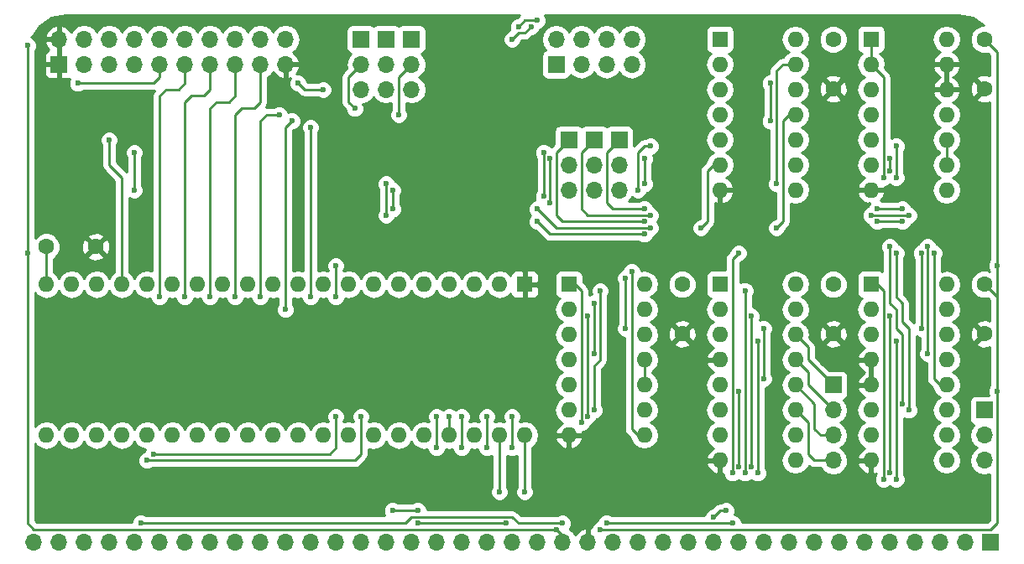
<source format=gbl>
G04 #@! TF.FileFunction,Copper,L2,Bot,Signal*
%FSLAX46Y46*%
G04 Gerber Fmt 4.6, Leading zero omitted, Abs format (unit mm)*
G04 Created by KiCad (PCBNEW 4.0.7) date 10/14/19 14:57:12*
%MOMM*%
%LPD*%
G01*
G04 APERTURE LIST*
%ADD10C,0.100000*%
%ADD11R,1.700000X1.700000*%
%ADD12O,1.700000X1.700000*%
%ADD13C,1.600000*%
%ADD14R,1.600000X1.600000*%
%ADD15O,1.600000X1.600000*%
%ADD16C,0.600000*%
%ADD17C,0.250000*%
%ADD18C,0.254000*%
G04 APERTURE END LIST*
D10*
D11*
X188595000Y-125095000D03*
D12*
X188595000Y-127635000D03*
X188595000Y-130175000D03*
D13*
X188595000Y-112395000D03*
X188595000Y-117395000D03*
X173355000Y-112395000D03*
X173355000Y-117395000D03*
X173355000Y-87630000D03*
X173355000Y-92630000D03*
D11*
X189230000Y-138430000D03*
D12*
X186690000Y-138430000D03*
X184150000Y-138430000D03*
X181610000Y-138430000D03*
X179070000Y-138430000D03*
X176530000Y-138430000D03*
X173990000Y-138430000D03*
X171450000Y-138430000D03*
X168910000Y-138430000D03*
X166370000Y-138430000D03*
X163830000Y-138430000D03*
X161290000Y-138430000D03*
X158750000Y-138430000D03*
X156210000Y-138430000D03*
X153670000Y-138430000D03*
X151130000Y-138430000D03*
X148590000Y-138430000D03*
X146050000Y-138430000D03*
X143510000Y-138430000D03*
X140970000Y-138430000D03*
X138430000Y-138430000D03*
X135890000Y-138430000D03*
X133350000Y-138430000D03*
X130810000Y-138430000D03*
X128270000Y-138430000D03*
X125730000Y-138430000D03*
X123190000Y-138430000D03*
X120650000Y-138430000D03*
X118110000Y-138430000D03*
X115570000Y-138430000D03*
X113030000Y-138430000D03*
X110490000Y-138430000D03*
X107950000Y-138430000D03*
X105410000Y-138430000D03*
X102870000Y-138430000D03*
X100330000Y-138430000D03*
X97790000Y-138430000D03*
X95250000Y-138430000D03*
X92710000Y-138430000D03*
D11*
X146685000Y-97790000D03*
D12*
X146685000Y-100330000D03*
X146685000Y-102870000D03*
D11*
X149225000Y-97790000D03*
D12*
X149225000Y-100330000D03*
X149225000Y-102870000D03*
D11*
X130810000Y-87630000D03*
D12*
X130810000Y-90170000D03*
X130810000Y-92710000D03*
D11*
X151765000Y-97790000D03*
D12*
X151765000Y-100330000D03*
X151765000Y-102870000D03*
D14*
X177165000Y-112395000D03*
D15*
X184785000Y-130175000D03*
X177165000Y-114935000D03*
X184785000Y-127635000D03*
X177165000Y-117475000D03*
X184785000Y-125095000D03*
X177165000Y-120015000D03*
X184785000Y-122555000D03*
X177165000Y-122555000D03*
X184785000Y-120015000D03*
X177165000Y-125095000D03*
X184785000Y-117475000D03*
X177165000Y-127635000D03*
X184785000Y-114935000D03*
X177165000Y-130175000D03*
X184785000Y-112395000D03*
D14*
X161925000Y-112395000D03*
D15*
X169545000Y-130175000D03*
X161925000Y-114935000D03*
X169545000Y-127635000D03*
X161925000Y-117475000D03*
X169545000Y-125095000D03*
X161925000Y-120015000D03*
X169545000Y-122555000D03*
X161925000Y-122555000D03*
X169545000Y-120015000D03*
X161925000Y-125095000D03*
X169545000Y-117475000D03*
X161925000Y-127635000D03*
X169545000Y-114935000D03*
X161925000Y-130175000D03*
X169545000Y-112395000D03*
D14*
X161925000Y-87630000D03*
D15*
X169545000Y-102870000D03*
X161925000Y-90170000D03*
X169545000Y-100330000D03*
X161925000Y-92710000D03*
X169545000Y-97790000D03*
X161925000Y-95250000D03*
X169545000Y-95250000D03*
X161925000Y-97790000D03*
X169545000Y-92710000D03*
X161925000Y-100330000D03*
X169545000Y-90170000D03*
X161925000Y-102870000D03*
X169545000Y-87630000D03*
D14*
X142240000Y-112395000D03*
D15*
X93980000Y-127635000D03*
X139700000Y-112395000D03*
X96520000Y-127635000D03*
X137160000Y-112395000D03*
X99060000Y-127635000D03*
X134620000Y-112395000D03*
X101600000Y-127635000D03*
X132080000Y-112395000D03*
X104140000Y-127635000D03*
X129540000Y-112395000D03*
X106680000Y-127635000D03*
X127000000Y-112395000D03*
X109220000Y-127635000D03*
X124460000Y-112395000D03*
X111760000Y-127635000D03*
X121920000Y-112395000D03*
X114300000Y-127635000D03*
X119380000Y-112395000D03*
X116840000Y-127635000D03*
X116840000Y-112395000D03*
X119380000Y-127635000D03*
X114300000Y-112395000D03*
X121920000Y-127635000D03*
X111760000Y-112395000D03*
X124460000Y-127635000D03*
X109220000Y-112395000D03*
X127000000Y-127635000D03*
X106680000Y-112395000D03*
X129540000Y-127635000D03*
X104140000Y-112395000D03*
X132080000Y-127635000D03*
X101600000Y-112395000D03*
X134620000Y-127635000D03*
X99060000Y-112395000D03*
X137160000Y-127635000D03*
X96520000Y-112395000D03*
X139700000Y-127635000D03*
X93980000Y-112395000D03*
X142240000Y-127635000D03*
D13*
X93980000Y-108585000D03*
X98980000Y-108585000D03*
D11*
X125730000Y-87630000D03*
D12*
X125730000Y-90170000D03*
X125730000Y-92710000D03*
D11*
X95250000Y-90170000D03*
D12*
X95250000Y-87630000D03*
X97790000Y-90170000D03*
X97790000Y-87630000D03*
X100330000Y-90170000D03*
X100330000Y-87630000D03*
X102870000Y-90170000D03*
X102870000Y-87630000D03*
X105410000Y-90170000D03*
X105410000Y-87630000D03*
X107950000Y-90170000D03*
X107950000Y-87630000D03*
X110490000Y-90170000D03*
X110490000Y-87630000D03*
X113030000Y-90170000D03*
X113030000Y-87630000D03*
X115570000Y-90170000D03*
X115570000Y-87630000D03*
X118110000Y-90170000D03*
X118110000Y-87630000D03*
D11*
X128270000Y-87630000D03*
D12*
X128270000Y-90170000D03*
X128270000Y-92710000D03*
D13*
X158115000Y-112395000D03*
X158115000Y-117395000D03*
X188595000Y-87630000D03*
X188595000Y-92630000D03*
D11*
X173355000Y-122555000D03*
D12*
X173355000Y-125095000D03*
X173355000Y-127635000D03*
X173355000Y-130175000D03*
D11*
X145415000Y-90170000D03*
D12*
X145415000Y-87630000D03*
X147955000Y-90170000D03*
X147955000Y-87630000D03*
X150495000Y-90170000D03*
X150495000Y-87630000D03*
X153035000Y-90170000D03*
X153035000Y-87630000D03*
D14*
X146685000Y-112395000D03*
D15*
X154305000Y-127635000D03*
X146685000Y-114935000D03*
X154305000Y-125095000D03*
X146685000Y-117475000D03*
X154305000Y-122555000D03*
X146685000Y-120015000D03*
X154305000Y-120015000D03*
X146685000Y-122555000D03*
X154305000Y-117475000D03*
X146685000Y-125095000D03*
X154305000Y-114935000D03*
X146685000Y-127635000D03*
X154305000Y-112395000D03*
D14*
X177165000Y-87630000D03*
D15*
X184785000Y-102870000D03*
X177165000Y-90170000D03*
X184785000Y-100330000D03*
X177165000Y-92710000D03*
X184785000Y-97790000D03*
X177165000Y-95250000D03*
X184785000Y-95250000D03*
X177165000Y-97790000D03*
X184785000Y-92710000D03*
X177165000Y-100330000D03*
X184785000Y-90170000D03*
X177165000Y-102870000D03*
X184785000Y-87630000D03*
D16*
X119380000Y-92075000D03*
X121920000Y-92710000D03*
X149860000Y-137160000D03*
X142240000Y-133350000D03*
X189865000Y-123190000D03*
X189865000Y-110490000D03*
X145415000Y-137160000D03*
X92075000Y-109220000D03*
X92075000Y-88265000D03*
X179705000Y-118110000D03*
X179705000Y-132080000D03*
X179070000Y-131445000D03*
X179070000Y-115570000D03*
X178435000Y-132080000D03*
X165735000Y-131445000D03*
X165735000Y-118110000D03*
X165100000Y-115570000D03*
X165100000Y-130810000D03*
X164465000Y-113030000D03*
X164465000Y-131445000D03*
X163195000Y-136525000D03*
X163830000Y-123190000D03*
X103505000Y-136525000D03*
X150495000Y-136525000D03*
X146050000Y-136525000D03*
X163830000Y-130810000D03*
X167640000Y-106680000D03*
X104140000Y-130175000D03*
X125730000Y-125730000D03*
X154305000Y-107315000D03*
X143510000Y-106045000D03*
X123190000Y-110490000D03*
X123190000Y-113665000D03*
X143510000Y-104775000D03*
X154940000Y-106680000D03*
X123190000Y-125730000D03*
X104775000Y-129540000D03*
X160020000Y-106680000D03*
X125095000Y-94615000D03*
X128270000Y-105410000D03*
X128270000Y-102235000D03*
X134620000Y-125730000D03*
X182245000Y-116840000D03*
X182245000Y-109220000D03*
X180340000Y-106045000D03*
X177800000Y-106045000D03*
X154305000Y-106045000D03*
X182880000Y-108585000D03*
X182880000Y-119380000D03*
X180975000Y-105410000D03*
X177165000Y-105410000D03*
X154940000Y-105410000D03*
X128905000Y-104775000D03*
X129540000Y-95250000D03*
X128905000Y-102870000D03*
X154305000Y-104775000D03*
X183515000Y-109220000D03*
X180340000Y-104775000D03*
X177800000Y-104775000D03*
X179070000Y-108585000D03*
X179070000Y-100965000D03*
X179070000Y-99695000D03*
X180340000Y-124460000D03*
X167640000Y-102235000D03*
X143510000Y-85725000D03*
X141605000Y-86360000D03*
X163195000Y-131445000D03*
X161290000Y-135890000D03*
X162560000Y-135255000D03*
X163830000Y-109220000D03*
X178435000Y-101600000D03*
X140970000Y-125730000D03*
X140970000Y-128905000D03*
X138430000Y-128905000D03*
X138430000Y-125730000D03*
X135890000Y-128905000D03*
X135890000Y-125730000D03*
X133350000Y-125730000D03*
X133350000Y-128905000D03*
X139700000Y-133350000D03*
X131445000Y-136525000D03*
X140335000Y-136525000D03*
X118110000Y-114935000D03*
X118745000Y-95885000D03*
X115570000Y-113665000D03*
X117475000Y-95250000D03*
X100330000Y-97790000D03*
X102870000Y-99060000D03*
X102870000Y-102870000D03*
X97155000Y-92075000D03*
X105410000Y-113665000D03*
X107950000Y-113665000D03*
X110490000Y-113665000D03*
X113030000Y-113665000D03*
X131445000Y-135255000D03*
X128905000Y-135255000D03*
X120650000Y-113665000D03*
X120650000Y-96520000D03*
X166370000Y-116840000D03*
X166370000Y-121920000D03*
X179705000Y-98425000D03*
X179705000Y-101600000D03*
X180975000Y-125095000D03*
X179705000Y-109220000D03*
X144145000Y-99060000D03*
X144145000Y-103505000D03*
X149225000Y-114300000D03*
X149225000Y-119380000D03*
X140970000Y-87630000D03*
X142875000Y-86360000D03*
X147955000Y-126365000D03*
X148590000Y-115570000D03*
X148590000Y-125730000D03*
X152400000Y-116840000D03*
X152400000Y-111760000D03*
X154940000Y-98425000D03*
X153670000Y-102870000D03*
X144780000Y-104140000D03*
X144780000Y-99695000D03*
X149225000Y-125095000D03*
X149860000Y-113030000D03*
X154305000Y-99695000D03*
X154305000Y-102235000D03*
X153035000Y-111125000D03*
X167005000Y-92075000D03*
X167005000Y-95885000D03*
D17*
X120015000Y-92710000D02*
X119380000Y-92075000D01*
X121920000Y-92710000D02*
X120015000Y-92710000D01*
X159385000Y-137160000D02*
X164465000Y-137160000D01*
X189865000Y-123190000D02*
X189865000Y-136525000D01*
X189230000Y-137160000D02*
X189865000Y-136525000D01*
X164465000Y-137160000D02*
X189230000Y-137160000D01*
X149860000Y-137160000D02*
X159385000Y-137160000D01*
X142240000Y-127635000D02*
X142240000Y-133350000D01*
X189865000Y-113665000D02*
X189865000Y-110490000D01*
X189865000Y-110490000D02*
X189865000Y-88900000D01*
X189865000Y-88900000D02*
X188595000Y-87630000D01*
X189865000Y-113665000D02*
X188595000Y-112395000D01*
X189865000Y-123190000D02*
X189865000Y-113665000D01*
X146050000Y-138430000D02*
X146050000Y-137795000D01*
X146050000Y-137795000D02*
X145415000Y-137160000D01*
X145415000Y-137160000D02*
X92710000Y-137160000D01*
X92075000Y-109220000D02*
X92075000Y-133350000D01*
X92075000Y-136525000D02*
X92075000Y-133350000D01*
X92710000Y-137160000D02*
X92075000Y-136525000D01*
X93980000Y-112395000D02*
X93980000Y-108585000D01*
X92075000Y-88265000D02*
X92075000Y-109220000D01*
X179705000Y-132080000D02*
X179705000Y-118110000D01*
X179070000Y-115570000D02*
X179070000Y-131445000D01*
X178435000Y-113030000D02*
X177800000Y-112395000D01*
X178435000Y-132080000D02*
X178435000Y-113030000D01*
X177800000Y-112395000D02*
X177165000Y-112395000D01*
X165735000Y-123190000D02*
X165735000Y-118110000D01*
X165735000Y-131445000D02*
X165735000Y-123190000D01*
X165100000Y-130810000D02*
X165100000Y-115570000D01*
X164465000Y-131445000D02*
X164465000Y-113030000D01*
X161925000Y-112395000D02*
X162560000Y-112395000D01*
X162560000Y-136525000D02*
X163195000Y-136525000D01*
X146050000Y-136525000D02*
X141605000Y-136525000D01*
X141605000Y-136525000D02*
X140970000Y-135890000D01*
X140970000Y-135890000D02*
X130810000Y-135890000D01*
X130810000Y-135890000D02*
X130175000Y-136525000D01*
X130175000Y-136525000D02*
X103505000Y-136525000D01*
X160655000Y-136525000D02*
X150495000Y-136525000D01*
X160655000Y-136525000D02*
X162560000Y-136525000D01*
X163830000Y-130810000D02*
X163830000Y-123190000D01*
X161925000Y-122555000D02*
X162560000Y-122555000D01*
X104140000Y-130175000D02*
X125095000Y-130175000D01*
X125095000Y-130175000D02*
X125730000Y-129540000D01*
X125730000Y-129540000D02*
X125730000Y-125730000D01*
X144780000Y-107315000D02*
X154305000Y-107315000D01*
X143510000Y-106045000D02*
X144780000Y-107315000D01*
X168275000Y-95885000D02*
X168910000Y-95250000D01*
X168275000Y-106045000D02*
X168275000Y-95885000D01*
X167640000Y-106680000D02*
X168275000Y-106045000D01*
X168910000Y-95250000D02*
X169545000Y-95250000D01*
X123190000Y-110490000D02*
X123190000Y-113665000D01*
X143510000Y-104775000D02*
X145415000Y-106680000D01*
X145415000Y-106680000D02*
X154940000Y-106680000D01*
X123190000Y-128905000D02*
X123190000Y-125730000D01*
X122555000Y-129540000D02*
X123190000Y-128905000D01*
X104775000Y-129540000D02*
X122555000Y-129540000D01*
X160655000Y-100965000D02*
X161290000Y-100330000D01*
X160655000Y-106045000D02*
X160655000Y-100965000D01*
X160020000Y-106680000D02*
X160655000Y-106045000D01*
X161290000Y-100330000D02*
X161925000Y-100330000D01*
X124460000Y-91440000D02*
X125730000Y-90170000D01*
X124460000Y-93980000D02*
X124460000Y-91440000D01*
X125095000Y-94615000D02*
X124460000Y-93980000D01*
X128270000Y-105410000D02*
X128270000Y-102235000D01*
X134620000Y-127635000D02*
X134620000Y-125730000D01*
X146685000Y-97790000D02*
X145415000Y-99060000D01*
X182245000Y-116840000D02*
X182245000Y-109220000D01*
X177800000Y-106045000D02*
X180340000Y-106045000D01*
X146050000Y-106045000D02*
X154305000Y-106045000D01*
X145415000Y-105410000D02*
X146050000Y-106045000D01*
X145415000Y-99060000D02*
X145415000Y-105410000D01*
X149225000Y-97790000D02*
X147955000Y-99060000D01*
X182880000Y-119380000D02*
X182880000Y-109220000D01*
X182880000Y-109220000D02*
X182880000Y-108585000D01*
X177165000Y-105410000D02*
X180975000Y-105410000D01*
X148590000Y-105410000D02*
X154940000Y-105410000D01*
X147955000Y-104775000D02*
X148590000Y-105410000D01*
X147955000Y-99060000D02*
X147955000Y-104775000D01*
X130810000Y-90170000D02*
X129540000Y-91440000D01*
X129540000Y-91440000D02*
X129540000Y-95250000D01*
X128905000Y-104775000D02*
X128905000Y-102870000D01*
X131445000Y-90170000D02*
X130810000Y-90170000D01*
X150495000Y-104140000D02*
X150495000Y-103505000D01*
X151130000Y-104775000D02*
X150495000Y-104140000D01*
X154305000Y-104775000D02*
X151130000Y-104775000D01*
X151765000Y-97790000D02*
X150495000Y-99060000D01*
X183515000Y-109220000D02*
X183515000Y-121920000D01*
X183515000Y-121920000D02*
X184150000Y-122555000D01*
X177800000Y-104775000D02*
X180340000Y-104775000D01*
X150495000Y-99060000D02*
X150495000Y-103505000D01*
X184785000Y-122555000D02*
X184150000Y-122555000D01*
X179070000Y-100965000D02*
X179070000Y-99695000D01*
X179070000Y-114300000D02*
X179070000Y-109220000D01*
X179705000Y-114935000D02*
X179070000Y-114300000D01*
X179705000Y-116840000D02*
X179705000Y-114935000D01*
X180340000Y-117475000D02*
X179705000Y-116840000D01*
X180340000Y-124460000D02*
X180340000Y-117475000D01*
X179070000Y-109220000D02*
X179070000Y-108585000D01*
X169545000Y-90170000D02*
X168275000Y-90170000D01*
X167640000Y-90805000D02*
X167640000Y-102235000D01*
X168275000Y-90170000D02*
X167640000Y-90805000D01*
X168910000Y-90170000D02*
X169545000Y-90170000D01*
X143510000Y-85725000D02*
X142240000Y-85725000D01*
X141605000Y-86360000D02*
X142240000Y-85725000D01*
X163195000Y-131445000D02*
X163195000Y-114300000D01*
X163195000Y-109855000D02*
X163195000Y-114300000D01*
X161925000Y-135255000D02*
X162560000Y-135255000D01*
X161290000Y-135890000D02*
X161925000Y-135255000D01*
X163195000Y-109855000D02*
X163830000Y-109220000D01*
X178435000Y-91440000D02*
X177165000Y-90170000D01*
X178435000Y-101600000D02*
X178435000Y-91440000D01*
X177165000Y-90170000D02*
X177165000Y-87630000D01*
X140970000Y-125730000D02*
X140970000Y-128905000D01*
X138430000Y-128905000D02*
X138430000Y-125730000D01*
X135890000Y-125730000D02*
X135890000Y-128905000D01*
X133350000Y-128905000D02*
X133350000Y-125730000D01*
X139700000Y-127635000D02*
X139700000Y-133350000D01*
X131445000Y-136525000D02*
X140335000Y-136525000D01*
X118110000Y-110490000D02*
X118110000Y-96520000D01*
X118110000Y-110490000D02*
X118110000Y-114935000D01*
X118110000Y-96520000D02*
X118745000Y-95885000D01*
X115570000Y-109855000D02*
X115570000Y-113665000D01*
X115570000Y-95885000D02*
X115570000Y-109855000D01*
X116205000Y-95250000D02*
X115570000Y-95885000D01*
X117475000Y-95250000D02*
X116205000Y-95250000D01*
X101600000Y-112395000D02*
X101600000Y-101600000D01*
X101600000Y-101600000D02*
X100330000Y-100330000D01*
X100330000Y-97790000D02*
X100330000Y-100330000D01*
X102870000Y-99060000D02*
X102870000Y-102870000D01*
X105410000Y-91440000D02*
X105410000Y-90170000D01*
X104775000Y-92075000D02*
X105410000Y-91440000D01*
X97155000Y-92075000D02*
X104775000Y-92075000D01*
X107950000Y-90170000D02*
X107950000Y-92075000D01*
X105410000Y-93345000D02*
X105410000Y-113665000D01*
X106045000Y-92710000D02*
X105410000Y-93345000D01*
X107315000Y-92710000D02*
X106045000Y-92710000D01*
X107950000Y-92075000D02*
X107315000Y-92710000D01*
X110490000Y-92075000D02*
X110490000Y-92710000D01*
X108585000Y-93345000D02*
X107950000Y-93980000D01*
X109855000Y-93345000D02*
X108585000Y-93345000D01*
X110490000Y-92710000D02*
X109855000Y-93345000D01*
X107950000Y-113665000D02*
X107950000Y-93980000D01*
X110490000Y-92075000D02*
X110490000Y-90170000D01*
X113030000Y-92075000D02*
X113030000Y-93345000D01*
X111125000Y-93980000D02*
X110490000Y-94615000D01*
X112395000Y-93980000D02*
X111125000Y-93980000D01*
X113030000Y-93345000D02*
X112395000Y-93980000D01*
X113030000Y-90170000D02*
X113030000Y-92075000D01*
X110490000Y-94615000D02*
X110490000Y-113665000D01*
X113030000Y-95250000D02*
X113665000Y-94615000D01*
X115570000Y-92710000D02*
X115570000Y-93980000D01*
X115570000Y-92710000D02*
X115570000Y-90170000D01*
X115570000Y-93980000D02*
X114935000Y-94615000D01*
X114935000Y-94615000D02*
X113665000Y-94615000D01*
X113030000Y-95250000D02*
X113030000Y-110490000D01*
X113030000Y-113665000D02*
X113030000Y-110490000D01*
X131445000Y-135255000D02*
X128905000Y-135255000D01*
X120650000Y-113665000D02*
X120650000Y-107950000D01*
X120650000Y-96520000D02*
X120650000Y-107950000D01*
X173355000Y-122555000D02*
X170815000Y-120015000D01*
X170815000Y-118745000D02*
X169545000Y-117475000D01*
X170815000Y-120015000D02*
X170815000Y-118745000D01*
X173355000Y-125095000D02*
X170815000Y-122555000D01*
X170815000Y-121285000D02*
X169545000Y-120015000D01*
X170815000Y-122555000D02*
X170815000Y-121285000D01*
X166370000Y-121920000D02*
X166370000Y-116840000D01*
X173355000Y-127635000D02*
X172085000Y-127635000D01*
X171450000Y-124460000D02*
X169545000Y-122555000D01*
X171450000Y-127000000D02*
X171450000Y-124460000D01*
X172085000Y-127635000D02*
X171450000Y-127000000D01*
X179705000Y-101600000D02*
X179705000Y-98425000D01*
X180975000Y-125095000D02*
X180975000Y-116840000D01*
X180975000Y-116840000D02*
X180340000Y-116205000D01*
X180340000Y-116205000D02*
X180340000Y-114300000D01*
X180340000Y-114300000D02*
X179705000Y-113665000D01*
X179705000Y-113665000D02*
X179705000Y-109220000D01*
X173355000Y-130175000D02*
X171450000Y-130175000D01*
X170815000Y-126365000D02*
X169545000Y-125095000D01*
X170815000Y-129540000D02*
X170815000Y-126365000D01*
X171450000Y-130175000D02*
X170815000Y-129540000D01*
X144145000Y-103505000D02*
X144145000Y-99060000D01*
X149225000Y-114300000D02*
X149225000Y-119380000D01*
X141605000Y-86995000D02*
X140970000Y-87630000D01*
X142240000Y-86995000D02*
X141605000Y-86995000D01*
X142875000Y-86360000D02*
X142240000Y-86995000D01*
X147955000Y-113030000D02*
X147320000Y-112395000D01*
X147955000Y-126365000D02*
X147955000Y-113030000D01*
X147320000Y-112395000D02*
X146685000Y-112395000D01*
X148590000Y-125730000D02*
X148590000Y-115570000D01*
X152400000Y-116840000D02*
X152400000Y-111760000D01*
X154305000Y-98425000D02*
X154940000Y-98425000D01*
X153670000Y-99060000D02*
X154305000Y-98425000D01*
X153670000Y-102870000D02*
X153670000Y-99060000D01*
X154305000Y-120015000D02*
X154305000Y-122555000D01*
X184785000Y-100330000D02*
X184785000Y-97790000D01*
X144780000Y-104140000D02*
X144780000Y-99695000D01*
X149860000Y-120015000D02*
X149860000Y-113030000D01*
X149225000Y-120650000D02*
X149860000Y-120015000D01*
X149225000Y-125095000D02*
X149225000Y-120650000D01*
X154305000Y-102235000D02*
X154305000Y-99695000D01*
X153035000Y-127000000D02*
X153035000Y-111125000D01*
X153670000Y-127635000D02*
X153035000Y-127000000D01*
X154305000Y-127635000D02*
X153670000Y-127635000D01*
X167005000Y-92075000D02*
X167005000Y-95885000D01*
D18*
G36*
X141702599Y-85187599D02*
X141465320Y-85424878D01*
X141419833Y-85424838D01*
X141076057Y-85566883D01*
X140812808Y-85829673D01*
X140670162Y-86173201D01*
X140669838Y-86545167D01*
X140739432Y-86713597D01*
X140441057Y-86836883D01*
X140177808Y-87099673D01*
X140035162Y-87443201D01*
X140034838Y-87815167D01*
X140176883Y-88158943D01*
X140439673Y-88422192D01*
X140783201Y-88564838D01*
X141155167Y-88565162D01*
X141498943Y-88423117D01*
X141762192Y-88160327D01*
X141904838Y-87816799D01*
X141904879Y-87769923D01*
X141919802Y-87755000D01*
X142240000Y-87755000D01*
X142530839Y-87697148D01*
X142777401Y-87532401D01*
X143014680Y-87295122D01*
X143060167Y-87295162D01*
X143403943Y-87153117D01*
X143667192Y-86890327D01*
X143776765Y-86626446D01*
X144038943Y-86518117D01*
X144302192Y-86255327D01*
X144444838Y-85911799D01*
X144445162Y-85539833D01*
X144303117Y-85196057D01*
X144272114Y-85165000D01*
X185985069Y-85165000D01*
X187479001Y-85462161D01*
X188575747Y-86194983D01*
X188310813Y-86194752D01*
X187783200Y-86412757D01*
X187379176Y-86816077D01*
X187160250Y-87343309D01*
X187159752Y-87914187D01*
X187377757Y-88441800D01*
X187781077Y-88845824D01*
X188308309Y-89064750D01*
X188879187Y-89065248D01*
X188933149Y-89042951D01*
X189105000Y-89214802D01*
X189105000Y-91288431D01*
X188811777Y-91183035D01*
X188241546Y-91210222D01*
X187840995Y-91376136D01*
X187766861Y-91622255D01*
X188595000Y-92450395D01*
X188609142Y-92436252D01*
X188788748Y-92615858D01*
X188774605Y-92630000D01*
X188788748Y-92644143D01*
X188609142Y-92823748D01*
X188595000Y-92809605D01*
X187766861Y-93637745D01*
X187840995Y-93883864D01*
X188378223Y-94076965D01*
X188948454Y-94049778D01*
X189105000Y-93984934D01*
X189105000Y-109927537D01*
X189072808Y-109959673D01*
X188930162Y-110303201D01*
X188929838Y-110675167D01*
X189071883Y-111018943D01*
X189105000Y-111052118D01*
X189105000Y-111052976D01*
X188881691Y-110960250D01*
X188310813Y-110959752D01*
X187783200Y-111177757D01*
X187379176Y-111581077D01*
X187160250Y-112108309D01*
X187159752Y-112679187D01*
X187377757Y-113206800D01*
X187781077Y-113610824D01*
X188308309Y-113829750D01*
X188879187Y-113830248D01*
X188933149Y-113807951D01*
X189105000Y-113979802D01*
X189105000Y-116053431D01*
X188811777Y-115948035D01*
X188241546Y-115975222D01*
X187840995Y-116141136D01*
X187766861Y-116387255D01*
X188595000Y-117215395D01*
X188609142Y-117201252D01*
X188788748Y-117380858D01*
X188774605Y-117395000D01*
X188788748Y-117409143D01*
X188609142Y-117588748D01*
X188595000Y-117574605D01*
X187766861Y-118402745D01*
X187840995Y-118648864D01*
X188378223Y-118841965D01*
X188948454Y-118814778D01*
X189105000Y-118749934D01*
X189105000Y-122627537D01*
X189072808Y-122659673D01*
X188930162Y-123003201D01*
X188929838Y-123375167D01*
X189021729Y-123597560D01*
X187745000Y-123597560D01*
X187509683Y-123641838D01*
X187293559Y-123780910D01*
X187148569Y-123993110D01*
X187097560Y-124245000D01*
X187097560Y-125945000D01*
X187141838Y-126180317D01*
X187280910Y-126396441D01*
X187493110Y-126541431D01*
X187560541Y-126555086D01*
X187515853Y-126584946D01*
X187193946Y-127066715D01*
X187080907Y-127635000D01*
X187193946Y-128203285D01*
X187515853Y-128685054D01*
X187845026Y-128905000D01*
X187515853Y-129124946D01*
X187193946Y-129606715D01*
X187080907Y-130175000D01*
X187193946Y-130743285D01*
X187515853Y-131225054D01*
X187997622Y-131546961D01*
X188565907Y-131660000D01*
X188624093Y-131660000D01*
X189105000Y-131564342D01*
X189105000Y-136210198D01*
X188915198Y-136400000D01*
X164130110Y-136400000D01*
X164130162Y-136339833D01*
X163988117Y-135996057D01*
X163725327Y-135732808D01*
X163425668Y-135608378D01*
X163494838Y-135441799D01*
X163495162Y-135069833D01*
X163353117Y-134726057D01*
X163090327Y-134462808D01*
X162746799Y-134320162D01*
X162374833Y-134319838D01*
X162031057Y-134461883D01*
X161997882Y-134495000D01*
X161925000Y-134495000D01*
X161634161Y-134552852D01*
X161387599Y-134717599D01*
X161150320Y-134954878D01*
X161104833Y-134954838D01*
X160761057Y-135096883D01*
X160497808Y-135359673D01*
X160355162Y-135703201D01*
X160355108Y-135765000D01*
X151057463Y-135765000D01*
X151025327Y-135732808D01*
X150681799Y-135590162D01*
X150309833Y-135589838D01*
X149966057Y-135731883D01*
X149702808Y-135994673D01*
X149593235Y-136258554D01*
X149331057Y-136366883D01*
X149067808Y-136629673D01*
X148925162Y-136973201D01*
X148925139Y-137000003D01*
X148717000Y-137109845D01*
X148717000Y-138303000D01*
X148737000Y-138303000D01*
X148737000Y-138557000D01*
X148717000Y-138557000D01*
X148717000Y-138577000D01*
X148463000Y-138577000D01*
X148463000Y-138557000D01*
X148443000Y-138557000D01*
X148443000Y-138303000D01*
X148463000Y-138303000D01*
X148463000Y-137109845D01*
X148233110Y-136988524D01*
X147823076Y-137158355D01*
X147394817Y-137548642D01*
X147327702Y-137691553D01*
X147100054Y-137350853D01*
X146768245Y-137129146D01*
X146842192Y-137055327D01*
X146984838Y-136711799D01*
X146985162Y-136339833D01*
X146843117Y-135996057D01*
X146580327Y-135732808D01*
X146236799Y-135590162D01*
X145864833Y-135589838D01*
X145521057Y-135731883D01*
X145487882Y-135765000D01*
X141919802Y-135765000D01*
X141507401Y-135352599D01*
X141260839Y-135187852D01*
X140970000Y-135130000D01*
X132380110Y-135130000D01*
X132380162Y-135069833D01*
X132238117Y-134726057D01*
X131975327Y-134462808D01*
X131631799Y-134320162D01*
X131259833Y-134319838D01*
X130916057Y-134461883D01*
X130882882Y-134495000D01*
X129467463Y-134495000D01*
X129435327Y-134462808D01*
X129091799Y-134320162D01*
X128719833Y-134319838D01*
X128376057Y-134461883D01*
X128112808Y-134724673D01*
X127970162Y-135068201D01*
X127969838Y-135440167D01*
X128104056Y-135765000D01*
X104067463Y-135765000D01*
X104035327Y-135732808D01*
X103691799Y-135590162D01*
X103319833Y-135589838D01*
X102976057Y-135731883D01*
X102712808Y-135994673D01*
X102570162Y-136338201D01*
X102570108Y-136400000D01*
X93024802Y-136400000D01*
X92835000Y-136210198D01*
X92835000Y-128482801D01*
X92965302Y-128677811D01*
X93430849Y-128988880D01*
X93980000Y-129098113D01*
X94529151Y-128988880D01*
X94994698Y-128677811D01*
X95250000Y-128295725D01*
X95505302Y-128677811D01*
X95970849Y-128988880D01*
X96520000Y-129098113D01*
X97069151Y-128988880D01*
X97534698Y-128677811D01*
X97790000Y-128295725D01*
X98045302Y-128677811D01*
X98510849Y-128988880D01*
X99060000Y-129098113D01*
X99609151Y-128988880D01*
X100074698Y-128677811D01*
X100330000Y-128295725D01*
X100585302Y-128677811D01*
X101050849Y-128988880D01*
X101600000Y-129098113D01*
X102149151Y-128988880D01*
X102614698Y-128677811D01*
X102870000Y-128295725D01*
X103125302Y-128677811D01*
X103590849Y-128988880D01*
X103960879Y-129062484D01*
X103873235Y-129273554D01*
X103611057Y-129381883D01*
X103347808Y-129644673D01*
X103205162Y-129988201D01*
X103204838Y-130360167D01*
X103346883Y-130703943D01*
X103609673Y-130967192D01*
X103953201Y-131109838D01*
X104325167Y-131110162D01*
X104668943Y-130968117D01*
X104702118Y-130935000D01*
X125095000Y-130935000D01*
X125385839Y-130877148D01*
X125632401Y-130712401D01*
X126267401Y-130077401D01*
X126432148Y-129830839D01*
X126490000Y-129540000D01*
X126490000Y-128996668D01*
X127000000Y-129098113D01*
X127549151Y-128988880D01*
X128014698Y-128677811D01*
X128270000Y-128295725D01*
X128525302Y-128677811D01*
X128990849Y-128988880D01*
X129540000Y-129098113D01*
X130089151Y-128988880D01*
X130554698Y-128677811D01*
X130810000Y-128295725D01*
X131065302Y-128677811D01*
X131530849Y-128988880D01*
X132080000Y-129098113D01*
X132414889Y-129031499D01*
X132414838Y-129090167D01*
X132556883Y-129433943D01*
X132819673Y-129697192D01*
X133163201Y-129839838D01*
X133535167Y-129840162D01*
X133878943Y-129698117D01*
X134142192Y-129435327D01*
X134284838Y-129091799D01*
X134284891Y-129031456D01*
X134620000Y-129098113D01*
X134954889Y-129031499D01*
X134954838Y-129090167D01*
X135096883Y-129433943D01*
X135359673Y-129697192D01*
X135703201Y-129839838D01*
X136075167Y-129840162D01*
X136418943Y-129698117D01*
X136682192Y-129435327D01*
X136824838Y-129091799D01*
X136824891Y-129031456D01*
X137160000Y-129098113D01*
X137494889Y-129031499D01*
X137494838Y-129090167D01*
X137636883Y-129433943D01*
X137899673Y-129697192D01*
X138243201Y-129839838D01*
X138615167Y-129840162D01*
X138940000Y-129705944D01*
X138940000Y-132787537D01*
X138907808Y-132819673D01*
X138765162Y-133163201D01*
X138764838Y-133535167D01*
X138906883Y-133878943D01*
X139169673Y-134142192D01*
X139513201Y-134284838D01*
X139885167Y-134285162D01*
X140228943Y-134143117D01*
X140492192Y-133880327D01*
X140634838Y-133536799D01*
X140635162Y-133164833D01*
X140493117Y-132821057D01*
X140460000Y-132787882D01*
X140460000Y-129705633D01*
X140783201Y-129839838D01*
X141155167Y-129840162D01*
X141480000Y-129705944D01*
X141480000Y-132787537D01*
X141447808Y-132819673D01*
X141305162Y-133163201D01*
X141304838Y-133535167D01*
X141446883Y-133878943D01*
X141709673Y-134142192D01*
X142053201Y-134284838D01*
X142425167Y-134285162D01*
X142768943Y-134143117D01*
X143032192Y-133880327D01*
X143174838Y-133536799D01*
X143175162Y-133164833D01*
X143033117Y-132821057D01*
X143000000Y-132787882D01*
X143000000Y-130524039D01*
X160533096Y-130524039D01*
X160693959Y-130912423D01*
X161069866Y-131327389D01*
X161575959Y-131566914D01*
X161798000Y-131445629D01*
X161798000Y-130302000D01*
X160655085Y-130302000D01*
X160533096Y-130524039D01*
X143000000Y-130524039D01*
X143000000Y-128847995D01*
X143254698Y-128677811D01*
X143565767Y-128212264D01*
X143611163Y-127984039D01*
X145293096Y-127984039D01*
X145453959Y-128372423D01*
X145829866Y-128787389D01*
X146335959Y-129026914D01*
X146558000Y-128905629D01*
X146558000Y-127762000D01*
X146812000Y-127762000D01*
X146812000Y-128905629D01*
X147034041Y-129026914D01*
X147540134Y-128787389D01*
X147916041Y-128372423D01*
X148076904Y-127984039D01*
X147954915Y-127762000D01*
X146812000Y-127762000D01*
X146558000Y-127762000D01*
X145415085Y-127762000D01*
X145293096Y-127984039D01*
X143611163Y-127984039D01*
X143675000Y-127663113D01*
X143675000Y-127606887D01*
X143565767Y-127057736D01*
X143254698Y-126592189D01*
X142789151Y-126281120D01*
X142240000Y-126171887D01*
X141753933Y-126268572D01*
X141762192Y-126260327D01*
X141904838Y-125916799D01*
X141905162Y-125544833D01*
X141763117Y-125201057D01*
X141500327Y-124937808D01*
X141156799Y-124795162D01*
X140784833Y-124794838D01*
X140441057Y-124936883D01*
X140177808Y-125199673D01*
X140035162Y-125543201D01*
X140034838Y-125915167D01*
X140176883Y-126258943D01*
X140186601Y-126268678D01*
X139700000Y-126171887D01*
X139213933Y-126268572D01*
X139222192Y-126260327D01*
X139364838Y-125916799D01*
X139365162Y-125544833D01*
X139223117Y-125201057D01*
X138960327Y-124937808D01*
X138616799Y-124795162D01*
X138244833Y-124794838D01*
X137901057Y-124936883D01*
X137637808Y-125199673D01*
X137495162Y-125543201D01*
X137494838Y-125915167D01*
X137636883Y-126258943D01*
X137646601Y-126268678D01*
X137160000Y-126171887D01*
X136673933Y-126268572D01*
X136682192Y-126260327D01*
X136824838Y-125916799D01*
X136825162Y-125544833D01*
X136683117Y-125201057D01*
X136420327Y-124937808D01*
X136076799Y-124795162D01*
X135704833Y-124794838D01*
X135361057Y-124936883D01*
X135255046Y-125042710D01*
X135150327Y-124937808D01*
X134806799Y-124795162D01*
X134434833Y-124794838D01*
X134091057Y-124936883D01*
X133985046Y-125042710D01*
X133880327Y-124937808D01*
X133536799Y-124795162D01*
X133164833Y-124794838D01*
X132821057Y-124936883D01*
X132557808Y-125199673D01*
X132415162Y-125543201D01*
X132414838Y-125915167D01*
X132556883Y-126258943D01*
X132566601Y-126268678D01*
X132080000Y-126171887D01*
X131530849Y-126281120D01*
X131065302Y-126592189D01*
X130810000Y-126974275D01*
X130554698Y-126592189D01*
X130089151Y-126281120D01*
X129540000Y-126171887D01*
X128990849Y-126281120D01*
X128525302Y-126592189D01*
X128270000Y-126974275D01*
X128014698Y-126592189D01*
X127549151Y-126281120D01*
X127000000Y-126171887D01*
X126513933Y-126268572D01*
X126522192Y-126260327D01*
X126664838Y-125916799D01*
X126665162Y-125544833D01*
X126523117Y-125201057D01*
X126260327Y-124937808D01*
X125916799Y-124795162D01*
X125544833Y-124794838D01*
X125201057Y-124936883D01*
X124937808Y-125199673D01*
X124795162Y-125543201D01*
X124794838Y-125915167D01*
X124936883Y-126258943D01*
X124946601Y-126268678D01*
X124460000Y-126171887D01*
X123973933Y-126268572D01*
X123982192Y-126260327D01*
X124124838Y-125916799D01*
X124125162Y-125544833D01*
X123983117Y-125201057D01*
X123720327Y-124937808D01*
X123376799Y-124795162D01*
X123004833Y-124794838D01*
X122661057Y-124936883D01*
X122397808Y-125199673D01*
X122255162Y-125543201D01*
X122254838Y-125915167D01*
X122396883Y-126258943D01*
X122406601Y-126268678D01*
X121920000Y-126171887D01*
X121370849Y-126281120D01*
X120905302Y-126592189D01*
X120650000Y-126974275D01*
X120394698Y-126592189D01*
X119929151Y-126281120D01*
X119380000Y-126171887D01*
X118830849Y-126281120D01*
X118365302Y-126592189D01*
X118110000Y-126974275D01*
X117854698Y-126592189D01*
X117389151Y-126281120D01*
X116840000Y-126171887D01*
X116290849Y-126281120D01*
X115825302Y-126592189D01*
X115570000Y-126974275D01*
X115314698Y-126592189D01*
X114849151Y-126281120D01*
X114300000Y-126171887D01*
X113750849Y-126281120D01*
X113285302Y-126592189D01*
X113030000Y-126974275D01*
X112774698Y-126592189D01*
X112309151Y-126281120D01*
X111760000Y-126171887D01*
X111210849Y-126281120D01*
X110745302Y-126592189D01*
X110490000Y-126974275D01*
X110234698Y-126592189D01*
X109769151Y-126281120D01*
X109220000Y-126171887D01*
X108670849Y-126281120D01*
X108205302Y-126592189D01*
X107950000Y-126974275D01*
X107694698Y-126592189D01*
X107229151Y-126281120D01*
X106680000Y-126171887D01*
X106130849Y-126281120D01*
X105665302Y-126592189D01*
X105410000Y-126974275D01*
X105154698Y-126592189D01*
X104689151Y-126281120D01*
X104140000Y-126171887D01*
X103590849Y-126281120D01*
X103125302Y-126592189D01*
X102870000Y-126974275D01*
X102614698Y-126592189D01*
X102149151Y-126281120D01*
X101600000Y-126171887D01*
X101050849Y-126281120D01*
X100585302Y-126592189D01*
X100330000Y-126974275D01*
X100074698Y-126592189D01*
X99609151Y-126281120D01*
X99060000Y-126171887D01*
X98510849Y-126281120D01*
X98045302Y-126592189D01*
X97790000Y-126974275D01*
X97534698Y-126592189D01*
X97069151Y-126281120D01*
X96520000Y-126171887D01*
X95970849Y-126281120D01*
X95505302Y-126592189D01*
X95250000Y-126974275D01*
X94994698Y-126592189D01*
X94529151Y-126281120D01*
X93980000Y-126171887D01*
X93430849Y-126281120D01*
X92965302Y-126592189D01*
X92835000Y-126787199D01*
X92835000Y-113242801D01*
X92965302Y-113437811D01*
X93430849Y-113748880D01*
X93980000Y-113858113D01*
X94529151Y-113748880D01*
X94994698Y-113437811D01*
X95250000Y-113055725D01*
X95505302Y-113437811D01*
X95970849Y-113748880D01*
X96520000Y-113858113D01*
X97069151Y-113748880D01*
X97534698Y-113437811D01*
X97790000Y-113055725D01*
X98045302Y-113437811D01*
X98510849Y-113748880D01*
X99060000Y-113858113D01*
X99609151Y-113748880D01*
X100074698Y-113437811D01*
X100330000Y-113055725D01*
X100585302Y-113437811D01*
X101050849Y-113748880D01*
X101600000Y-113858113D01*
X102149151Y-113748880D01*
X102614698Y-113437811D01*
X102870000Y-113055725D01*
X103125302Y-113437811D01*
X103590849Y-113748880D01*
X104140000Y-113858113D01*
X104474889Y-113791499D01*
X104474838Y-113850167D01*
X104616883Y-114193943D01*
X104879673Y-114457192D01*
X105223201Y-114599838D01*
X105595167Y-114600162D01*
X105938943Y-114458117D01*
X106202192Y-114195327D01*
X106344838Y-113851799D01*
X106344891Y-113791456D01*
X106680000Y-113858113D01*
X107014889Y-113791499D01*
X107014838Y-113850167D01*
X107156883Y-114193943D01*
X107419673Y-114457192D01*
X107763201Y-114599838D01*
X108135167Y-114600162D01*
X108478943Y-114458117D01*
X108742192Y-114195327D01*
X108884838Y-113851799D01*
X108884891Y-113791456D01*
X109220000Y-113858113D01*
X109554889Y-113791499D01*
X109554838Y-113850167D01*
X109696883Y-114193943D01*
X109959673Y-114457192D01*
X110303201Y-114599838D01*
X110675167Y-114600162D01*
X111018943Y-114458117D01*
X111282192Y-114195327D01*
X111424838Y-113851799D01*
X111424891Y-113791456D01*
X111760000Y-113858113D01*
X112094889Y-113791499D01*
X112094838Y-113850167D01*
X112236883Y-114193943D01*
X112499673Y-114457192D01*
X112843201Y-114599838D01*
X113215167Y-114600162D01*
X113558943Y-114458117D01*
X113822192Y-114195327D01*
X113964838Y-113851799D01*
X113964891Y-113791456D01*
X114300000Y-113858113D01*
X114634889Y-113791499D01*
X114634838Y-113850167D01*
X114776883Y-114193943D01*
X115039673Y-114457192D01*
X115383201Y-114599838D01*
X115755167Y-114600162D01*
X116098943Y-114458117D01*
X116362192Y-114195327D01*
X116504838Y-113851799D01*
X116504891Y-113791456D01*
X116840000Y-113858113D01*
X117350000Y-113756668D01*
X117350000Y-114372537D01*
X117317808Y-114404673D01*
X117175162Y-114748201D01*
X117174838Y-115120167D01*
X117316883Y-115463943D01*
X117579673Y-115727192D01*
X117923201Y-115869838D01*
X118295167Y-115870162D01*
X118638943Y-115728117D01*
X118902192Y-115465327D01*
X119044838Y-115121799D01*
X119045000Y-114935000D01*
X145221887Y-114935000D01*
X145331120Y-115484151D01*
X145642189Y-115949698D01*
X146024275Y-116205000D01*
X145642189Y-116460302D01*
X145331120Y-116925849D01*
X145221887Y-117475000D01*
X145331120Y-118024151D01*
X145642189Y-118489698D01*
X146024275Y-118745000D01*
X145642189Y-119000302D01*
X145331120Y-119465849D01*
X145221887Y-120015000D01*
X145331120Y-120564151D01*
X145642189Y-121029698D01*
X146024275Y-121285000D01*
X145642189Y-121540302D01*
X145331120Y-122005849D01*
X145221887Y-122555000D01*
X145331120Y-123104151D01*
X145642189Y-123569698D01*
X146024275Y-123825000D01*
X145642189Y-124080302D01*
X145331120Y-124545849D01*
X145221887Y-125095000D01*
X145331120Y-125644151D01*
X145642189Y-126109698D01*
X146046703Y-126379986D01*
X145829866Y-126482611D01*
X145453959Y-126897577D01*
X145293096Y-127285961D01*
X145415085Y-127508000D01*
X146558000Y-127508000D01*
X146558000Y-127488000D01*
X146812000Y-127488000D01*
X146812000Y-127508000D01*
X147954915Y-127508000D01*
X148069136Y-127300100D01*
X148140167Y-127300162D01*
X148483943Y-127158117D01*
X148747192Y-126895327D01*
X148856765Y-126631446D01*
X149118943Y-126523117D01*
X149382192Y-126260327D01*
X149491765Y-125996446D01*
X149753943Y-125888117D01*
X150017192Y-125625327D01*
X150159838Y-125281799D01*
X150160162Y-124909833D01*
X150018117Y-124566057D01*
X149985000Y-124532882D01*
X149985000Y-120964802D01*
X150397401Y-120552401D01*
X150562148Y-120305839D01*
X150620000Y-120015000D01*
X150620000Y-113592463D01*
X150652192Y-113560327D01*
X150794838Y-113216799D01*
X150795162Y-112844833D01*
X150653117Y-112501057D01*
X150390327Y-112237808D01*
X150046799Y-112095162D01*
X149674833Y-112094838D01*
X149331057Y-112236883D01*
X149067808Y-112499673D01*
X148925162Y-112843201D01*
X148924838Y-113215167D01*
X148994432Y-113383597D01*
X148715000Y-113499056D01*
X148715000Y-113030000D01*
X148657148Y-112739161D01*
X148492401Y-112492599D01*
X148132440Y-112132638D01*
X148132440Y-111945167D01*
X151464838Y-111945167D01*
X151606883Y-112288943D01*
X151640000Y-112322118D01*
X151640000Y-116277537D01*
X151607808Y-116309673D01*
X151465162Y-116653201D01*
X151464838Y-117025167D01*
X151606883Y-117368943D01*
X151869673Y-117632192D01*
X152213201Y-117774838D01*
X152275000Y-117774892D01*
X152275000Y-127000000D01*
X152332852Y-127290839D01*
X152497599Y-127537401D01*
X152903141Y-127942943D01*
X152951120Y-128184151D01*
X153262189Y-128649698D01*
X153727736Y-128960767D01*
X154276887Y-129070000D01*
X154333113Y-129070000D01*
X154882264Y-128960767D01*
X155347811Y-128649698D01*
X155658880Y-128184151D01*
X155768113Y-127635000D01*
X155658880Y-127085849D01*
X155347811Y-126620302D01*
X154965725Y-126365000D01*
X155347811Y-126109698D01*
X155658880Y-125644151D01*
X155768113Y-125095000D01*
X155658880Y-124545849D01*
X155347811Y-124080302D01*
X154965725Y-123825000D01*
X155347811Y-123569698D01*
X155658880Y-123104151D01*
X155768113Y-122555000D01*
X155658880Y-122005849D01*
X155347811Y-121540302D01*
X155065000Y-121351333D01*
X155065000Y-121218667D01*
X155347811Y-121029698D01*
X155658880Y-120564151D01*
X155768113Y-120015000D01*
X155658880Y-119465849D01*
X155347811Y-119000302D01*
X154965725Y-118745000D01*
X155347811Y-118489698D01*
X155405911Y-118402745D01*
X157286861Y-118402745D01*
X157360995Y-118648864D01*
X157898223Y-118841965D01*
X158468454Y-118814778D01*
X158869005Y-118648864D01*
X158943139Y-118402745D01*
X158115000Y-117574605D01*
X157286861Y-118402745D01*
X155405911Y-118402745D01*
X155658880Y-118024151D01*
X155768113Y-117475000D01*
X155709081Y-117178223D01*
X156668035Y-117178223D01*
X156695222Y-117748454D01*
X156861136Y-118149005D01*
X157107255Y-118223139D01*
X157935395Y-117395000D01*
X158294605Y-117395000D01*
X159122745Y-118223139D01*
X159368864Y-118149005D01*
X159561965Y-117611777D01*
X159534778Y-117041546D01*
X159368864Y-116640995D01*
X159122745Y-116566861D01*
X158294605Y-117395000D01*
X157935395Y-117395000D01*
X157107255Y-116566861D01*
X156861136Y-116640995D01*
X156668035Y-117178223D01*
X155709081Y-117178223D01*
X155658880Y-116925849D01*
X155347811Y-116460302D01*
X155238489Y-116387255D01*
X157286861Y-116387255D01*
X158115000Y-117215395D01*
X158943139Y-116387255D01*
X158869005Y-116141136D01*
X158331777Y-115948035D01*
X157761546Y-115975222D01*
X157360995Y-116141136D01*
X157286861Y-116387255D01*
X155238489Y-116387255D01*
X154965725Y-116205000D01*
X155347811Y-115949698D01*
X155658880Y-115484151D01*
X155768113Y-114935000D01*
X160461887Y-114935000D01*
X160571120Y-115484151D01*
X160882189Y-115949698D01*
X161264275Y-116205000D01*
X160882189Y-116460302D01*
X160571120Y-116925849D01*
X160461887Y-117475000D01*
X160571120Y-118024151D01*
X160882189Y-118489698D01*
X161286703Y-118759986D01*
X161069866Y-118862611D01*
X160693959Y-119277577D01*
X160533096Y-119665961D01*
X160655085Y-119888000D01*
X161798000Y-119888000D01*
X161798000Y-119868000D01*
X162052000Y-119868000D01*
X162052000Y-119888000D01*
X162072000Y-119888000D01*
X162072000Y-120142000D01*
X162052000Y-120142000D01*
X162052000Y-120162000D01*
X161798000Y-120162000D01*
X161798000Y-120142000D01*
X160655085Y-120142000D01*
X160533096Y-120364039D01*
X160693959Y-120752423D01*
X161069866Y-121167389D01*
X161286703Y-121270014D01*
X160882189Y-121540302D01*
X160571120Y-122005849D01*
X160461887Y-122555000D01*
X160571120Y-123104151D01*
X160882189Y-123569698D01*
X161264275Y-123825000D01*
X160882189Y-124080302D01*
X160571120Y-124545849D01*
X160461887Y-125095000D01*
X160571120Y-125644151D01*
X160882189Y-126109698D01*
X161264275Y-126365000D01*
X160882189Y-126620302D01*
X160571120Y-127085849D01*
X160461887Y-127635000D01*
X160571120Y-128184151D01*
X160882189Y-128649698D01*
X161286703Y-128919986D01*
X161069866Y-129022611D01*
X160693959Y-129437577D01*
X160533096Y-129825961D01*
X160655085Y-130048000D01*
X161798000Y-130048000D01*
X161798000Y-130028000D01*
X162052000Y-130028000D01*
X162052000Y-130048000D01*
X162072000Y-130048000D01*
X162072000Y-130302000D01*
X162052000Y-130302000D01*
X162052000Y-131445629D01*
X162259900Y-131559190D01*
X162259838Y-131630167D01*
X162401883Y-131973943D01*
X162664673Y-132237192D01*
X163008201Y-132379838D01*
X163380167Y-132380162D01*
X163723943Y-132238117D01*
X163829954Y-132132290D01*
X163934673Y-132237192D01*
X164278201Y-132379838D01*
X164650167Y-132380162D01*
X164993943Y-132238117D01*
X165099954Y-132132290D01*
X165204673Y-132237192D01*
X165548201Y-132379838D01*
X165920167Y-132380162D01*
X166263943Y-132238117D01*
X166527192Y-131975327D01*
X166669838Y-131631799D01*
X166670162Y-131259833D01*
X166528117Y-130916057D01*
X166495000Y-130882882D01*
X166495000Y-122855110D01*
X166555167Y-122855162D01*
X166898943Y-122713117D01*
X167162192Y-122450327D01*
X167304838Y-122106799D01*
X167305162Y-121734833D01*
X167163117Y-121391057D01*
X167130000Y-121357882D01*
X167130000Y-117402463D01*
X167162192Y-117370327D01*
X167304838Y-117026799D01*
X167305162Y-116654833D01*
X167163117Y-116311057D01*
X166900327Y-116047808D01*
X166556799Y-115905162D01*
X166184833Y-115904838D01*
X165929570Y-116010310D01*
X166034838Y-115756799D01*
X166035162Y-115384833D01*
X165893117Y-115041057D01*
X165630327Y-114777808D01*
X165286799Y-114635162D01*
X165225000Y-114635108D01*
X165225000Y-113592463D01*
X165257192Y-113560327D01*
X165399838Y-113216799D01*
X165400162Y-112844833D01*
X165258117Y-112501057D01*
X165152245Y-112395000D01*
X168081887Y-112395000D01*
X168191120Y-112944151D01*
X168502189Y-113409698D01*
X168884275Y-113665000D01*
X168502189Y-113920302D01*
X168191120Y-114385849D01*
X168081887Y-114935000D01*
X168191120Y-115484151D01*
X168502189Y-115949698D01*
X168884275Y-116205000D01*
X168502189Y-116460302D01*
X168191120Y-116925849D01*
X168081887Y-117475000D01*
X168191120Y-118024151D01*
X168502189Y-118489698D01*
X168884275Y-118745000D01*
X168502189Y-119000302D01*
X168191120Y-119465849D01*
X168081887Y-120015000D01*
X168191120Y-120564151D01*
X168502189Y-121029698D01*
X168884275Y-121285000D01*
X168502189Y-121540302D01*
X168191120Y-122005849D01*
X168081887Y-122555000D01*
X168191120Y-123104151D01*
X168502189Y-123569698D01*
X168884275Y-123825000D01*
X168502189Y-124080302D01*
X168191120Y-124545849D01*
X168081887Y-125095000D01*
X168191120Y-125644151D01*
X168502189Y-126109698D01*
X168884275Y-126365000D01*
X168502189Y-126620302D01*
X168191120Y-127085849D01*
X168081887Y-127635000D01*
X168191120Y-128184151D01*
X168502189Y-128649698D01*
X168884275Y-128905000D01*
X168502189Y-129160302D01*
X168191120Y-129625849D01*
X168081887Y-130175000D01*
X168191120Y-130724151D01*
X168502189Y-131189698D01*
X168967736Y-131500767D01*
X169516887Y-131610000D01*
X169573113Y-131610000D01*
X170122264Y-131500767D01*
X170587811Y-131189698D01*
X170898880Y-130724151D01*
X170903106Y-130702908D01*
X170912599Y-130712401D01*
X171159161Y-130877148D01*
X171450000Y-130935000D01*
X172082046Y-130935000D01*
X172275853Y-131225054D01*
X172757622Y-131546961D01*
X173325907Y-131660000D01*
X173384093Y-131660000D01*
X173952378Y-131546961D01*
X174434147Y-131225054D01*
X174756054Y-130743285D01*
X174799664Y-130524039D01*
X175773096Y-130524039D01*
X175933959Y-130912423D01*
X176309866Y-131327389D01*
X176815959Y-131566914D01*
X177038000Y-131445629D01*
X177038000Y-130302000D01*
X175895085Y-130302000D01*
X175773096Y-130524039D01*
X174799664Y-130524039D01*
X174869093Y-130175000D01*
X174756054Y-129606715D01*
X174434147Y-129124946D01*
X174104974Y-128905000D01*
X174434147Y-128685054D01*
X174756054Y-128203285D01*
X174869093Y-127635000D01*
X174756054Y-127066715D01*
X174434147Y-126584946D01*
X174104974Y-126365000D01*
X174434147Y-126145054D01*
X174756054Y-125663285D01*
X174869093Y-125095000D01*
X174756054Y-124526715D01*
X174434147Y-124044946D01*
X174392548Y-124017150D01*
X174440317Y-124008162D01*
X174656441Y-123869090D01*
X174801431Y-123656890D01*
X174852440Y-123405000D01*
X174852440Y-121705000D01*
X174808162Y-121469683D01*
X174669090Y-121253559D01*
X174456890Y-121108569D01*
X174205000Y-121057560D01*
X172932362Y-121057560D01*
X172238841Y-120364039D01*
X175773096Y-120364039D01*
X175933959Y-120752423D01*
X176309866Y-121167389D01*
X176558367Y-121285000D01*
X176309866Y-121402611D01*
X175933959Y-121817577D01*
X175773096Y-122205961D01*
X175895085Y-122428000D01*
X177038000Y-122428000D01*
X177038000Y-120142000D01*
X175895085Y-120142000D01*
X175773096Y-120364039D01*
X172238841Y-120364039D01*
X171575000Y-119700198D01*
X171575000Y-118745000D01*
X171517148Y-118454161D01*
X171517148Y-118454160D01*
X171482794Y-118402745D01*
X172526861Y-118402745D01*
X172600995Y-118648864D01*
X173138223Y-118841965D01*
X173708454Y-118814778D01*
X174109005Y-118648864D01*
X174183139Y-118402745D01*
X173355000Y-117574605D01*
X172526861Y-118402745D01*
X171482794Y-118402745D01*
X171352401Y-118207599D01*
X170943688Y-117798886D01*
X171008113Y-117475000D01*
X170949081Y-117178223D01*
X171908035Y-117178223D01*
X171935222Y-117748454D01*
X172101136Y-118149005D01*
X172347255Y-118223139D01*
X173175395Y-117395000D01*
X173534605Y-117395000D01*
X174362745Y-118223139D01*
X174608864Y-118149005D01*
X174801965Y-117611777D01*
X174774778Y-117041546D01*
X174608864Y-116640995D01*
X174362745Y-116566861D01*
X173534605Y-117395000D01*
X173175395Y-117395000D01*
X172347255Y-116566861D01*
X172101136Y-116640995D01*
X171908035Y-117178223D01*
X170949081Y-117178223D01*
X170898880Y-116925849D01*
X170587811Y-116460302D01*
X170478489Y-116387255D01*
X172526861Y-116387255D01*
X173355000Y-117215395D01*
X174183139Y-116387255D01*
X174109005Y-116141136D01*
X173571777Y-115948035D01*
X173001546Y-115975222D01*
X172600995Y-116141136D01*
X172526861Y-116387255D01*
X170478489Y-116387255D01*
X170205725Y-116205000D01*
X170587811Y-115949698D01*
X170898880Y-115484151D01*
X171008113Y-114935000D01*
X175701887Y-114935000D01*
X175811120Y-115484151D01*
X176122189Y-115949698D01*
X176504275Y-116205000D01*
X176122189Y-116460302D01*
X175811120Y-116925849D01*
X175701887Y-117475000D01*
X175811120Y-118024151D01*
X176122189Y-118489698D01*
X176526703Y-118759986D01*
X176309866Y-118862611D01*
X175933959Y-119277577D01*
X175773096Y-119665961D01*
X175895085Y-119888000D01*
X177038000Y-119888000D01*
X177038000Y-119868000D01*
X177292000Y-119868000D01*
X177292000Y-119888000D01*
X177312000Y-119888000D01*
X177312000Y-120142000D01*
X177292000Y-120142000D01*
X177292000Y-122428000D01*
X177312000Y-122428000D01*
X177312000Y-122682000D01*
X177292000Y-122682000D01*
X177292000Y-122702000D01*
X177038000Y-122702000D01*
X177038000Y-122682000D01*
X175895085Y-122682000D01*
X175773096Y-122904039D01*
X175933959Y-123292423D01*
X176309866Y-123707389D01*
X176526703Y-123810014D01*
X176122189Y-124080302D01*
X175811120Y-124545849D01*
X175701887Y-125095000D01*
X175811120Y-125644151D01*
X176122189Y-126109698D01*
X176504275Y-126365000D01*
X176122189Y-126620302D01*
X175811120Y-127085849D01*
X175701887Y-127635000D01*
X175811120Y-128184151D01*
X176122189Y-128649698D01*
X176526703Y-128919986D01*
X176309866Y-129022611D01*
X175933959Y-129437577D01*
X175773096Y-129825961D01*
X175895085Y-130048000D01*
X177038000Y-130048000D01*
X177038000Y-130028000D01*
X177292000Y-130028000D01*
X177292000Y-130048000D01*
X177312000Y-130048000D01*
X177312000Y-130302000D01*
X177292000Y-130302000D01*
X177292000Y-131445629D01*
X177514041Y-131566914D01*
X177675000Y-131490735D01*
X177675000Y-131517537D01*
X177642808Y-131549673D01*
X177500162Y-131893201D01*
X177499838Y-132265167D01*
X177641883Y-132608943D01*
X177904673Y-132872192D01*
X178248201Y-133014838D01*
X178620167Y-133015162D01*
X178963943Y-132873117D01*
X179069954Y-132767290D01*
X179174673Y-132872192D01*
X179518201Y-133014838D01*
X179890167Y-133015162D01*
X180233943Y-132873117D01*
X180497192Y-132610327D01*
X180639838Y-132266799D01*
X180640162Y-131894833D01*
X180498117Y-131551057D01*
X180465000Y-131517882D01*
X180465000Y-125895633D01*
X180788201Y-126029838D01*
X181160167Y-126030162D01*
X181503943Y-125888117D01*
X181767192Y-125625327D01*
X181909838Y-125281799D01*
X181910162Y-124909833D01*
X181768117Y-124566057D01*
X181735000Y-124532882D01*
X181735000Y-117640633D01*
X182058201Y-117774838D01*
X182120000Y-117774892D01*
X182120000Y-118817537D01*
X182087808Y-118849673D01*
X181945162Y-119193201D01*
X181944838Y-119565167D01*
X182086883Y-119908943D01*
X182349673Y-120172192D01*
X182693201Y-120314838D01*
X182755000Y-120314892D01*
X182755000Y-121920000D01*
X182812852Y-122210839D01*
X182977599Y-122457401D01*
X183383141Y-122862943D01*
X183431120Y-123104151D01*
X183742189Y-123569698D01*
X184124275Y-123825000D01*
X183742189Y-124080302D01*
X183431120Y-124545849D01*
X183321887Y-125095000D01*
X183431120Y-125644151D01*
X183742189Y-126109698D01*
X184124275Y-126365000D01*
X183742189Y-126620302D01*
X183431120Y-127085849D01*
X183321887Y-127635000D01*
X183431120Y-128184151D01*
X183742189Y-128649698D01*
X184124275Y-128905000D01*
X183742189Y-129160302D01*
X183431120Y-129625849D01*
X183321887Y-130175000D01*
X183431120Y-130724151D01*
X183742189Y-131189698D01*
X184207736Y-131500767D01*
X184756887Y-131610000D01*
X184813113Y-131610000D01*
X185362264Y-131500767D01*
X185827811Y-131189698D01*
X186138880Y-130724151D01*
X186248113Y-130175000D01*
X186138880Y-129625849D01*
X185827811Y-129160302D01*
X185445725Y-128905000D01*
X185827811Y-128649698D01*
X186138880Y-128184151D01*
X186248113Y-127635000D01*
X186138880Y-127085849D01*
X185827811Y-126620302D01*
X185445725Y-126365000D01*
X185827811Y-126109698D01*
X186138880Y-125644151D01*
X186248113Y-125095000D01*
X186138880Y-124545849D01*
X185827811Y-124080302D01*
X185445725Y-123825000D01*
X185827811Y-123569698D01*
X186138880Y-123104151D01*
X186248113Y-122555000D01*
X186138880Y-122005849D01*
X185827811Y-121540302D01*
X185445725Y-121285000D01*
X185827811Y-121029698D01*
X186138880Y-120564151D01*
X186248113Y-120015000D01*
X186138880Y-119465849D01*
X185827811Y-119000302D01*
X185445725Y-118745000D01*
X185827811Y-118489698D01*
X186138880Y-118024151D01*
X186248113Y-117475000D01*
X186189081Y-117178223D01*
X187148035Y-117178223D01*
X187175222Y-117748454D01*
X187341136Y-118149005D01*
X187587255Y-118223139D01*
X188415395Y-117395000D01*
X187587255Y-116566861D01*
X187341136Y-116640995D01*
X187148035Y-117178223D01*
X186189081Y-117178223D01*
X186138880Y-116925849D01*
X185827811Y-116460302D01*
X185445725Y-116205000D01*
X185827811Y-115949698D01*
X186138880Y-115484151D01*
X186248113Y-114935000D01*
X186138880Y-114385849D01*
X185827811Y-113920302D01*
X185445725Y-113665000D01*
X185827811Y-113409698D01*
X186138880Y-112944151D01*
X186248113Y-112395000D01*
X186138880Y-111845849D01*
X185827811Y-111380302D01*
X185362264Y-111069233D01*
X184813113Y-110960000D01*
X184756887Y-110960000D01*
X184275000Y-111055853D01*
X184275000Y-109782463D01*
X184307192Y-109750327D01*
X184449838Y-109406799D01*
X184450162Y-109034833D01*
X184308117Y-108691057D01*
X184045327Y-108427808D01*
X183781446Y-108318235D01*
X183673117Y-108056057D01*
X183410327Y-107792808D01*
X183066799Y-107650162D01*
X182694833Y-107649838D01*
X182351057Y-107791883D01*
X182087808Y-108054673D01*
X181978235Y-108318554D01*
X181716057Y-108426883D01*
X181452808Y-108689673D01*
X181310162Y-109033201D01*
X181309838Y-109405167D01*
X181451883Y-109748943D01*
X181485000Y-109782118D01*
X181485000Y-116275198D01*
X181100000Y-115890198D01*
X181100000Y-114300000D01*
X181042148Y-114009161D01*
X180877401Y-113762599D01*
X180465000Y-113350198D01*
X180465000Y-109782463D01*
X180497192Y-109750327D01*
X180639838Y-109406799D01*
X180640162Y-109034833D01*
X180498117Y-108691057D01*
X180235327Y-108427808D01*
X179971446Y-108318235D01*
X179863117Y-108056057D01*
X179600327Y-107792808D01*
X179256799Y-107650162D01*
X178884833Y-107649838D01*
X178541057Y-107791883D01*
X178277808Y-108054673D01*
X178135162Y-108398201D01*
X178134838Y-108770167D01*
X178276883Y-109113943D01*
X178310000Y-109147118D01*
X178310000Y-111062188D01*
X178216890Y-110998569D01*
X177965000Y-110947560D01*
X176365000Y-110947560D01*
X176129683Y-110991838D01*
X175913559Y-111130910D01*
X175768569Y-111343110D01*
X175717560Y-111595000D01*
X175717560Y-113195000D01*
X175761838Y-113430317D01*
X175900910Y-113646441D01*
X176113110Y-113791431D01*
X176268089Y-113822815D01*
X176122189Y-113920302D01*
X175811120Y-114385849D01*
X175701887Y-114935000D01*
X171008113Y-114935000D01*
X170898880Y-114385849D01*
X170587811Y-113920302D01*
X170205725Y-113665000D01*
X170587811Y-113409698D01*
X170898880Y-112944151D01*
X170951584Y-112679187D01*
X171919752Y-112679187D01*
X172137757Y-113206800D01*
X172541077Y-113610824D01*
X173068309Y-113829750D01*
X173639187Y-113830248D01*
X174166800Y-113612243D01*
X174570824Y-113208923D01*
X174789750Y-112681691D01*
X174790248Y-112110813D01*
X174572243Y-111583200D01*
X174168923Y-111179176D01*
X173641691Y-110960250D01*
X173070813Y-110959752D01*
X172543200Y-111177757D01*
X172139176Y-111581077D01*
X171920250Y-112108309D01*
X171919752Y-112679187D01*
X170951584Y-112679187D01*
X171008113Y-112395000D01*
X170898880Y-111845849D01*
X170587811Y-111380302D01*
X170122264Y-111069233D01*
X169573113Y-110960000D01*
X169516887Y-110960000D01*
X168967736Y-111069233D01*
X168502189Y-111380302D01*
X168191120Y-111845849D01*
X168081887Y-112395000D01*
X165152245Y-112395000D01*
X164995327Y-112237808D01*
X164651799Y-112095162D01*
X164279833Y-112094838D01*
X163955000Y-112229056D01*
X163955000Y-110169802D01*
X163969680Y-110155122D01*
X164015167Y-110155162D01*
X164358943Y-110013117D01*
X164622192Y-109750327D01*
X164764838Y-109406799D01*
X164765162Y-109034833D01*
X164623117Y-108691057D01*
X164360327Y-108427808D01*
X164016799Y-108285162D01*
X163644833Y-108284838D01*
X163301057Y-108426883D01*
X163037808Y-108689673D01*
X162895162Y-109033201D01*
X162895121Y-109080077D01*
X162657599Y-109317599D01*
X162492852Y-109564161D01*
X162435000Y-109855000D01*
X162435000Y-110947560D01*
X161125000Y-110947560D01*
X160889683Y-110991838D01*
X160673559Y-111130910D01*
X160528569Y-111343110D01*
X160477560Y-111595000D01*
X160477560Y-113195000D01*
X160521838Y-113430317D01*
X160660910Y-113646441D01*
X160873110Y-113791431D01*
X161028089Y-113822815D01*
X160882189Y-113920302D01*
X160571120Y-114385849D01*
X160461887Y-114935000D01*
X155768113Y-114935000D01*
X155658880Y-114385849D01*
X155347811Y-113920302D01*
X154965725Y-113665000D01*
X155347811Y-113409698D01*
X155658880Y-112944151D01*
X155711584Y-112679187D01*
X156679752Y-112679187D01*
X156897757Y-113206800D01*
X157301077Y-113610824D01*
X157828309Y-113829750D01*
X158399187Y-113830248D01*
X158926800Y-113612243D01*
X159330824Y-113208923D01*
X159549750Y-112681691D01*
X159550248Y-112110813D01*
X159332243Y-111583200D01*
X158928923Y-111179176D01*
X158401691Y-110960250D01*
X157830813Y-110959752D01*
X157303200Y-111177757D01*
X156899176Y-111581077D01*
X156680250Y-112108309D01*
X156679752Y-112679187D01*
X155711584Y-112679187D01*
X155768113Y-112395000D01*
X155658880Y-111845849D01*
X155347811Y-111380302D01*
X154882264Y-111069233D01*
X154333113Y-110960000D01*
X154276887Y-110960000D01*
X153970091Y-111021026D01*
X153970162Y-110939833D01*
X153828117Y-110596057D01*
X153565327Y-110332808D01*
X153221799Y-110190162D01*
X152849833Y-110189838D01*
X152506057Y-110331883D01*
X152242808Y-110594673D01*
X152133235Y-110858554D01*
X151871057Y-110966883D01*
X151607808Y-111229673D01*
X151465162Y-111573201D01*
X151464838Y-111945167D01*
X148132440Y-111945167D01*
X148132440Y-111595000D01*
X148088162Y-111359683D01*
X147949090Y-111143559D01*
X147736890Y-110998569D01*
X147485000Y-110947560D01*
X145885000Y-110947560D01*
X145649683Y-110991838D01*
X145433559Y-111130910D01*
X145288569Y-111343110D01*
X145237560Y-111595000D01*
X145237560Y-113195000D01*
X145281838Y-113430317D01*
X145420910Y-113646441D01*
X145633110Y-113791431D01*
X145788089Y-113822815D01*
X145642189Y-113920302D01*
X145331120Y-114385849D01*
X145221887Y-114935000D01*
X119045000Y-114935000D01*
X119045162Y-114749833D01*
X118903117Y-114406057D01*
X118870000Y-114372882D01*
X118870000Y-113756668D01*
X119380000Y-113858113D01*
X119714889Y-113791499D01*
X119714838Y-113850167D01*
X119856883Y-114193943D01*
X120119673Y-114457192D01*
X120463201Y-114599838D01*
X120835167Y-114600162D01*
X121178943Y-114458117D01*
X121442192Y-114195327D01*
X121584838Y-113851799D01*
X121584891Y-113791456D01*
X121920000Y-113858113D01*
X122254889Y-113791499D01*
X122254838Y-113850167D01*
X122396883Y-114193943D01*
X122659673Y-114457192D01*
X123003201Y-114599838D01*
X123375167Y-114600162D01*
X123718943Y-114458117D01*
X123982192Y-114195327D01*
X124124838Y-113851799D01*
X124124891Y-113791456D01*
X124460000Y-113858113D01*
X125009151Y-113748880D01*
X125474698Y-113437811D01*
X125730000Y-113055725D01*
X125985302Y-113437811D01*
X126450849Y-113748880D01*
X127000000Y-113858113D01*
X127549151Y-113748880D01*
X128014698Y-113437811D01*
X128270000Y-113055725D01*
X128525302Y-113437811D01*
X128990849Y-113748880D01*
X129540000Y-113858113D01*
X130089151Y-113748880D01*
X130554698Y-113437811D01*
X130810000Y-113055725D01*
X131065302Y-113437811D01*
X131530849Y-113748880D01*
X132080000Y-113858113D01*
X132629151Y-113748880D01*
X133094698Y-113437811D01*
X133350000Y-113055725D01*
X133605302Y-113437811D01*
X134070849Y-113748880D01*
X134620000Y-113858113D01*
X135169151Y-113748880D01*
X135634698Y-113437811D01*
X135890000Y-113055725D01*
X136145302Y-113437811D01*
X136610849Y-113748880D01*
X137160000Y-113858113D01*
X137709151Y-113748880D01*
X138174698Y-113437811D01*
X138430000Y-113055725D01*
X138685302Y-113437811D01*
X139150849Y-113748880D01*
X139700000Y-113858113D01*
X140249151Y-113748880D01*
X140714698Y-113437811D01*
X140805000Y-113302665D01*
X140805000Y-113321309D01*
X140901673Y-113554698D01*
X141080301Y-113733327D01*
X141313690Y-113830000D01*
X141954250Y-113830000D01*
X142113000Y-113671250D01*
X142113000Y-112522000D01*
X142367000Y-112522000D01*
X142367000Y-113671250D01*
X142525750Y-113830000D01*
X143166310Y-113830000D01*
X143399699Y-113733327D01*
X143578327Y-113554698D01*
X143675000Y-113321309D01*
X143675000Y-112680750D01*
X143516250Y-112522000D01*
X142367000Y-112522000D01*
X142113000Y-112522000D01*
X142093000Y-112522000D01*
X142093000Y-112268000D01*
X142113000Y-112268000D01*
X142113000Y-111118750D01*
X142367000Y-111118750D01*
X142367000Y-112268000D01*
X143516250Y-112268000D01*
X143675000Y-112109250D01*
X143675000Y-111468691D01*
X143578327Y-111235302D01*
X143399699Y-111056673D01*
X143166310Y-110960000D01*
X142525750Y-110960000D01*
X142367000Y-111118750D01*
X142113000Y-111118750D01*
X141954250Y-110960000D01*
X141313690Y-110960000D01*
X141080301Y-111056673D01*
X140901673Y-111235302D01*
X140805000Y-111468691D01*
X140805000Y-111487335D01*
X140714698Y-111352189D01*
X140249151Y-111041120D01*
X139700000Y-110931887D01*
X139150849Y-111041120D01*
X138685302Y-111352189D01*
X138430000Y-111734275D01*
X138174698Y-111352189D01*
X137709151Y-111041120D01*
X137160000Y-110931887D01*
X136610849Y-111041120D01*
X136145302Y-111352189D01*
X135890000Y-111734275D01*
X135634698Y-111352189D01*
X135169151Y-111041120D01*
X134620000Y-110931887D01*
X134070849Y-111041120D01*
X133605302Y-111352189D01*
X133350000Y-111734275D01*
X133094698Y-111352189D01*
X132629151Y-111041120D01*
X132080000Y-110931887D01*
X131530849Y-111041120D01*
X131065302Y-111352189D01*
X130810000Y-111734275D01*
X130554698Y-111352189D01*
X130089151Y-111041120D01*
X129540000Y-110931887D01*
X128990849Y-111041120D01*
X128525302Y-111352189D01*
X128270000Y-111734275D01*
X128014698Y-111352189D01*
X127549151Y-111041120D01*
X127000000Y-110931887D01*
X126450849Y-111041120D01*
X125985302Y-111352189D01*
X125730000Y-111734275D01*
X125474698Y-111352189D01*
X125009151Y-111041120D01*
X124460000Y-110931887D01*
X123973933Y-111028572D01*
X123982192Y-111020327D01*
X124124838Y-110676799D01*
X124125162Y-110304833D01*
X123983117Y-109961057D01*
X123720327Y-109697808D01*
X123376799Y-109555162D01*
X123004833Y-109554838D01*
X122661057Y-109696883D01*
X122397808Y-109959673D01*
X122255162Y-110303201D01*
X122254838Y-110675167D01*
X122396883Y-111018943D01*
X122406601Y-111028678D01*
X121920000Y-110931887D01*
X121410000Y-111033332D01*
X121410000Y-102420167D01*
X127334838Y-102420167D01*
X127476883Y-102763943D01*
X127510000Y-102797118D01*
X127510000Y-104847537D01*
X127477808Y-104879673D01*
X127335162Y-105223201D01*
X127334838Y-105595167D01*
X127476883Y-105938943D01*
X127739673Y-106202192D01*
X128083201Y-106344838D01*
X128455167Y-106345162D01*
X128798943Y-106203117D01*
X129062192Y-105940327D01*
X129171765Y-105676446D01*
X129433943Y-105568117D01*
X129697192Y-105305327D01*
X129839838Y-104961799D01*
X129839839Y-104960167D01*
X142574838Y-104960167D01*
X142716883Y-105303943D01*
X142822710Y-105409954D01*
X142717808Y-105514673D01*
X142575162Y-105858201D01*
X142574838Y-106230167D01*
X142716883Y-106573943D01*
X142979673Y-106837192D01*
X143323201Y-106979838D01*
X143370077Y-106979879D01*
X144242599Y-107852401D01*
X144489160Y-108017148D01*
X144780000Y-108075000D01*
X153742537Y-108075000D01*
X153774673Y-108107192D01*
X154118201Y-108249838D01*
X154490167Y-108250162D01*
X154833943Y-108108117D01*
X155097192Y-107845327D01*
X155206765Y-107581446D01*
X155468943Y-107473117D01*
X155732192Y-107210327D01*
X155874838Y-106866799D01*
X155874839Y-106865167D01*
X159084838Y-106865167D01*
X159226883Y-107208943D01*
X159489673Y-107472192D01*
X159833201Y-107614838D01*
X160205167Y-107615162D01*
X160548943Y-107473117D01*
X160812192Y-107210327D01*
X160954838Y-106866799D01*
X160954879Y-106819923D01*
X161192401Y-106582401D01*
X161357148Y-106335839D01*
X161415000Y-106045000D01*
X161415000Y-104185735D01*
X161575959Y-104261914D01*
X161798000Y-104140629D01*
X161798000Y-102997000D01*
X162052000Y-102997000D01*
X162052000Y-104140629D01*
X162274041Y-104261914D01*
X162780134Y-104022389D01*
X163156041Y-103607423D01*
X163316904Y-103219039D01*
X163194915Y-102997000D01*
X162052000Y-102997000D01*
X161798000Y-102997000D01*
X161778000Y-102997000D01*
X161778000Y-102743000D01*
X161798000Y-102743000D01*
X161798000Y-102723000D01*
X162052000Y-102723000D01*
X162052000Y-102743000D01*
X163194915Y-102743000D01*
X163316904Y-102520961D01*
X163156041Y-102132577D01*
X162780134Y-101717611D01*
X162563297Y-101614986D01*
X162967811Y-101344698D01*
X163278880Y-100879151D01*
X163388113Y-100330000D01*
X163278880Y-99780849D01*
X162967811Y-99315302D01*
X162585725Y-99060000D01*
X162967811Y-98804698D01*
X163278880Y-98339151D01*
X163388113Y-97790000D01*
X163278880Y-97240849D01*
X162967811Y-96775302D01*
X162585725Y-96520000D01*
X162967811Y-96264698D01*
X163278880Y-95799151D01*
X163388113Y-95250000D01*
X163278880Y-94700849D01*
X162967811Y-94235302D01*
X162585725Y-93980000D01*
X162967811Y-93724698D01*
X163278880Y-93259151D01*
X163388113Y-92710000D01*
X163298636Y-92260167D01*
X166069838Y-92260167D01*
X166211883Y-92603943D01*
X166245000Y-92637118D01*
X166245000Y-95322537D01*
X166212808Y-95354673D01*
X166070162Y-95698201D01*
X166069838Y-96070167D01*
X166211883Y-96413943D01*
X166474673Y-96677192D01*
X166818201Y-96819838D01*
X166880000Y-96819892D01*
X166880000Y-101672537D01*
X166847808Y-101704673D01*
X166705162Y-102048201D01*
X166704838Y-102420167D01*
X166846883Y-102763943D01*
X167109673Y-103027192D01*
X167453201Y-103169838D01*
X167515000Y-103169892D01*
X167515000Y-105730198D01*
X167500320Y-105744878D01*
X167454833Y-105744838D01*
X167111057Y-105886883D01*
X166847808Y-106149673D01*
X166705162Y-106493201D01*
X166704838Y-106865167D01*
X166846883Y-107208943D01*
X167109673Y-107472192D01*
X167453201Y-107614838D01*
X167825167Y-107615162D01*
X168168943Y-107473117D01*
X168432192Y-107210327D01*
X168574838Y-106866799D01*
X168574879Y-106819923D01*
X168812401Y-106582401D01*
X168977148Y-106335839D01*
X169035000Y-106045000D01*
X169035000Y-104209147D01*
X169516887Y-104305000D01*
X169573113Y-104305000D01*
X170122264Y-104195767D01*
X170587811Y-103884698D01*
X170898880Y-103419151D01*
X170938684Y-103219039D01*
X175773096Y-103219039D01*
X175933959Y-103607423D01*
X176309866Y-104022389D01*
X176815959Y-104261914D01*
X177037998Y-104140630D01*
X177037998Y-104214536D01*
X177007808Y-104244673D01*
X176898235Y-104508554D01*
X176636057Y-104616883D01*
X176372808Y-104879673D01*
X176230162Y-105223201D01*
X176229838Y-105595167D01*
X176371883Y-105938943D01*
X176634673Y-106202192D01*
X176898554Y-106311765D01*
X177006883Y-106573943D01*
X177269673Y-106837192D01*
X177613201Y-106979838D01*
X177985167Y-106980162D01*
X178328943Y-106838117D01*
X178362118Y-106805000D01*
X179777537Y-106805000D01*
X179809673Y-106837192D01*
X180153201Y-106979838D01*
X180525167Y-106980162D01*
X180868943Y-106838117D01*
X181132192Y-106575327D01*
X181241765Y-106311446D01*
X181503943Y-106203117D01*
X181767192Y-105940327D01*
X181909838Y-105596799D01*
X181910162Y-105224833D01*
X181768117Y-104881057D01*
X181505327Y-104617808D01*
X181241446Y-104508235D01*
X181133117Y-104246057D01*
X180870327Y-103982808D01*
X180526799Y-103840162D01*
X180154833Y-103839838D01*
X179811057Y-103981883D01*
X179777882Y-104015000D01*
X178362463Y-104015000D01*
X178330327Y-103982808D01*
X178130976Y-103900030D01*
X178396041Y-103607423D01*
X178556904Y-103219039D01*
X178434915Y-102997000D01*
X177292000Y-102997000D01*
X177292000Y-103017000D01*
X177038000Y-103017000D01*
X177038000Y-102997000D01*
X175895085Y-102997000D01*
X175773096Y-103219039D01*
X170938684Y-103219039D01*
X171008113Y-102870000D01*
X170898880Y-102320849D01*
X170587811Y-101855302D01*
X170205725Y-101600000D01*
X170587811Y-101344698D01*
X170898880Y-100879151D01*
X171008113Y-100330000D01*
X170898880Y-99780849D01*
X170587811Y-99315302D01*
X170205725Y-99060000D01*
X170587811Y-98804698D01*
X170898880Y-98339151D01*
X171008113Y-97790000D01*
X170898880Y-97240849D01*
X170587811Y-96775302D01*
X170205725Y-96520000D01*
X170587811Y-96264698D01*
X170898880Y-95799151D01*
X171008113Y-95250000D01*
X170898880Y-94700849D01*
X170587811Y-94235302D01*
X170205725Y-93980000D01*
X170587811Y-93724698D01*
X170645911Y-93637745D01*
X172526861Y-93637745D01*
X172600995Y-93883864D01*
X173138223Y-94076965D01*
X173708454Y-94049778D01*
X174109005Y-93883864D01*
X174183139Y-93637745D01*
X173355000Y-92809605D01*
X172526861Y-93637745D01*
X170645911Y-93637745D01*
X170898880Y-93259151D01*
X171008113Y-92710000D01*
X170949081Y-92413223D01*
X171908035Y-92413223D01*
X171935222Y-92983454D01*
X172101136Y-93384005D01*
X172347255Y-93458139D01*
X173175395Y-92630000D01*
X173534605Y-92630000D01*
X174362745Y-93458139D01*
X174608864Y-93384005D01*
X174801965Y-92846777D01*
X174774778Y-92276546D01*
X174608864Y-91875995D01*
X174362745Y-91801861D01*
X173534605Y-92630000D01*
X173175395Y-92630000D01*
X172347255Y-91801861D01*
X172101136Y-91875995D01*
X171908035Y-92413223D01*
X170949081Y-92413223D01*
X170898880Y-92160849D01*
X170587811Y-91695302D01*
X170478489Y-91622255D01*
X172526861Y-91622255D01*
X173355000Y-92450395D01*
X174183139Y-91622255D01*
X174109005Y-91376136D01*
X173571777Y-91183035D01*
X173001546Y-91210222D01*
X172600995Y-91376136D01*
X172526861Y-91622255D01*
X170478489Y-91622255D01*
X170205725Y-91440000D01*
X170587811Y-91184698D01*
X170898880Y-90719151D01*
X171008113Y-90170000D01*
X175701887Y-90170000D01*
X175811120Y-90719151D01*
X176122189Y-91184698D01*
X176504275Y-91440000D01*
X176122189Y-91695302D01*
X175811120Y-92160849D01*
X175701887Y-92710000D01*
X175811120Y-93259151D01*
X176122189Y-93724698D01*
X176504275Y-93980000D01*
X176122189Y-94235302D01*
X175811120Y-94700849D01*
X175701887Y-95250000D01*
X175811120Y-95799151D01*
X176122189Y-96264698D01*
X176504275Y-96520000D01*
X176122189Y-96775302D01*
X175811120Y-97240849D01*
X175701887Y-97790000D01*
X175811120Y-98339151D01*
X176122189Y-98804698D01*
X176504275Y-99060000D01*
X176122189Y-99315302D01*
X175811120Y-99780849D01*
X175701887Y-100330000D01*
X175811120Y-100879151D01*
X176122189Y-101344698D01*
X176526703Y-101614986D01*
X176309866Y-101717611D01*
X175933959Y-102132577D01*
X175773096Y-102520961D01*
X175895085Y-102743000D01*
X177038000Y-102743000D01*
X177038000Y-102723000D01*
X177292000Y-102723000D01*
X177292000Y-102743000D01*
X178434915Y-102743000D01*
X178549136Y-102535100D01*
X178620167Y-102535162D01*
X178963943Y-102393117D01*
X179069954Y-102287290D01*
X179174673Y-102392192D01*
X179518201Y-102534838D01*
X179890167Y-102535162D01*
X180233943Y-102393117D01*
X180497192Y-102130327D01*
X180639838Y-101786799D01*
X180640162Y-101414833D01*
X180498117Y-101071057D01*
X180465000Y-101037882D01*
X180465000Y-98987463D01*
X180497192Y-98955327D01*
X180639838Y-98611799D01*
X180640162Y-98239833D01*
X180498117Y-97896057D01*
X180235327Y-97632808D01*
X179891799Y-97490162D01*
X179519833Y-97489838D01*
X179195000Y-97624056D01*
X179195000Y-95250000D01*
X183321887Y-95250000D01*
X183431120Y-95799151D01*
X183742189Y-96264698D01*
X184124275Y-96520000D01*
X183742189Y-96775302D01*
X183431120Y-97240849D01*
X183321887Y-97790000D01*
X183431120Y-98339151D01*
X183742189Y-98804698D01*
X184025000Y-98993667D01*
X184025000Y-99126333D01*
X183742189Y-99315302D01*
X183431120Y-99780849D01*
X183321887Y-100330000D01*
X183431120Y-100879151D01*
X183742189Y-101344698D01*
X184124275Y-101600000D01*
X183742189Y-101855302D01*
X183431120Y-102320849D01*
X183321887Y-102870000D01*
X183431120Y-103419151D01*
X183742189Y-103884698D01*
X184207736Y-104195767D01*
X184756887Y-104305000D01*
X184813113Y-104305000D01*
X185362264Y-104195767D01*
X185827811Y-103884698D01*
X186138880Y-103419151D01*
X186248113Y-102870000D01*
X186138880Y-102320849D01*
X185827811Y-101855302D01*
X185445725Y-101600000D01*
X185827811Y-101344698D01*
X186138880Y-100879151D01*
X186248113Y-100330000D01*
X186138880Y-99780849D01*
X185827811Y-99315302D01*
X185545000Y-99126333D01*
X185545000Y-98993667D01*
X185827811Y-98804698D01*
X186138880Y-98339151D01*
X186248113Y-97790000D01*
X186138880Y-97240849D01*
X185827811Y-96775302D01*
X185445725Y-96520000D01*
X185827811Y-96264698D01*
X186138880Y-95799151D01*
X186248113Y-95250000D01*
X186138880Y-94700849D01*
X185827811Y-94235302D01*
X185423297Y-93965014D01*
X185640134Y-93862389D01*
X186016041Y-93447423D01*
X186176904Y-93059039D01*
X186054915Y-92837000D01*
X184912000Y-92837000D01*
X184912000Y-92857000D01*
X184658000Y-92857000D01*
X184658000Y-92837000D01*
X183515085Y-92837000D01*
X183393096Y-93059039D01*
X183553959Y-93447423D01*
X183929866Y-93862389D01*
X184146703Y-93965014D01*
X183742189Y-94235302D01*
X183431120Y-94700849D01*
X183321887Y-95250000D01*
X179195000Y-95250000D01*
X179195000Y-91440000D01*
X179157037Y-91249147D01*
X179137148Y-91149160D01*
X178972401Y-90902599D01*
X178588841Y-90519039D01*
X183393096Y-90519039D01*
X183553959Y-90907423D01*
X183929866Y-91322389D01*
X184178367Y-91440000D01*
X183929866Y-91557611D01*
X183553959Y-91972577D01*
X183393096Y-92360961D01*
X183515085Y-92583000D01*
X184658000Y-92583000D01*
X184658000Y-90297000D01*
X184912000Y-90297000D01*
X184912000Y-92583000D01*
X186054915Y-92583000D01*
X186148191Y-92413223D01*
X187148035Y-92413223D01*
X187175222Y-92983454D01*
X187341136Y-93384005D01*
X187587255Y-93458139D01*
X188415395Y-92630000D01*
X187587255Y-91801861D01*
X187341136Y-91875995D01*
X187148035Y-92413223D01*
X186148191Y-92413223D01*
X186176904Y-92360961D01*
X186016041Y-91972577D01*
X185640134Y-91557611D01*
X185391633Y-91440000D01*
X185640134Y-91322389D01*
X186016041Y-90907423D01*
X186176904Y-90519039D01*
X186054915Y-90297000D01*
X184912000Y-90297000D01*
X184658000Y-90297000D01*
X183515085Y-90297000D01*
X183393096Y-90519039D01*
X178588841Y-90519039D01*
X178563688Y-90493886D01*
X178628113Y-90170000D01*
X178518880Y-89620849D01*
X178207811Y-89155302D01*
X178063535Y-89058899D01*
X178200317Y-89033162D01*
X178416441Y-88894090D01*
X178561431Y-88681890D01*
X178612440Y-88430000D01*
X178612440Y-87630000D01*
X183321887Y-87630000D01*
X183431120Y-88179151D01*
X183742189Y-88644698D01*
X184146703Y-88914986D01*
X183929866Y-89017611D01*
X183553959Y-89432577D01*
X183393096Y-89820961D01*
X183515085Y-90043000D01*
X184658000Y-90043000D01*
X184658000Y-90023000D01*
X184912000Y-90023000D01*
X184912000Y-90043000D01*
X186054915Y-90043000D01*
X186176904Y-89820961D01*
X186016041Y-89432577D01*
X185640134Y-89017611D01*
X185423297Y-88914986D01*
X185827811Y-88644698D01*
X186138880Y-88179151D01*
X186248113Y-87630000D01*
X186138880Y-87080849D01*
X185827811Y-86615302D01*
X185362264Y-86304233D01*
X184813113Y-86195000D01*
X184756887Y-86195000D01*
X184207736Y-86304233D01*
X183742189Y-86615302D01*
X183431120Y-87080849D01*
X183321887Y-87630000D01*
X178612440Y-87630000D01*
X178612440Y-86830000D01*
X178568162Y-86594683D01*
X178429090Y-86378559D01*
X178216890Y-86233569D01*
X177965000Y-86182560D01*
X176365000Y-86182560D01*
X176129683Y-86226838D01*
X175913559Y-86365910D01*
X175768569Y-86578110D01*
X175717560Y-86830000D01*
X175717560Y-88430000D01*
X175761838Y-88665317D01*
X175900910Y-88881441D01*
X176113110Y-89026431D01*
X176268089Y-89057815D01*
X176122189Y-89155302D01*
X175811120Y-89620849D01*
X175701887Y-90170000D01*
X171008113Y-90170000D01*
X170898880Y-89620849D01*
X170587811Y-89155302D01*
X170205725Y-88900000D01*
X170587811Y-88644698D01*
X170898880Y-88179151D01*
X170951584Y-87914187D01*
X171919752Y-87914187D01*
X172137757Y-88441800D01*
X172541077Y-88845824D01*
X173068309Y-89064750D01*
X173639187Y-89065248D01*
X174166800Y-88847243D01*
X174570824Y-88443923D01*
X174789750Y-87916691D01*
X174790248Y-87345813D01*
X174572243Y-86818200D01*
X174168923Y-86414176D01*
X173641691Y-86195250D01*
X173070813Y-86194752D01*
X172543200Y-86412757D01*
X172139176Y-86816077D01*
X171920250Y-87343309D01*
X171919752Y-87914187D01*
X170951584Y-87914187D01*
X171008113Y-87630000D01*
X170898880Y-87080849D01*
X170587811Y-86615302D01*
X170122264Y-86304233D01*
X169573113Y-86195000D01*
X169516887Y-86195000D01*
X168967736Y-86304233D01*
X168502189Y-86615302D01*
X168191120Y-87080849D01*
X168081887Y-87630000D01*
X168191120Y-88179151D01*
X168502189Y-88644698D01*
X168884275Y-88900000D01*
X168502189Y-89155302D01*
X168332005Y-89410000D01*
X168275000Y-89410000D01*
X167984161Y-89467852D01*
X167737599Y-89632599D01*
X167102599Y-90267599D01*
X166937852Y-90514161D01*
X166880000Y-90805000D01*
X166880000Y-91139890D01*
X166819833Y-91139838D01*
X166476057Y-91281883D01*
X166212808Y-91544673D01*
X166070162Y-91888201D01*
X166069838Y-92260167D01*
X163298636Y-92260167D01*
X163278880Y-92160849D01*
X162967811Y-91695302D01*
X162585725Y-91440000D01*
X162967811Y-91184698D01*
X163278880Y-90719151D01*
X163388113Y-90170000D01*
X163278880Y-89620849D01*
X162967811Y-89155302D01*
X162823535Y-89058899D01*
X162960317Y-89033162D01*
X163176441Y-88894090D01*
X163321431Y-88681890D01*
X163372440Y-88430000D01*
X163372440Y-86830000D01*
X163328162Y-86594683D01*
X163189090Y-86378559D01*
X162976890Y-86233569D01*
X162725000Y-86182560D01*
X161125000Y-86182560D01*
X160889683Y-86226838D01*
X160673559Y-86365910D01*
X160528569Y-86578110D01*
X160477560Y-86830000D01*
X160477560Y-88430000D01*
X160521838Y-88665317D01*
X160660910Y-88881441D01*
X160873110Y-89026431D01*
X161028089Y-89057815D01*
X160882189Y-89155302D01*
X160571120Y-89620849D01*
X160461887Y-90170000D01*
X160571120Y-90719151D01*
X160882189Y-91184698D01*
X161264275Y-91440000D01*
X160882189Y-91695302D01*
X160571120Y-92160849D01*
X160461887Y-92710000D01*
X160571120Y-93259151D01*
X160882189Y-93724698D01*
X161264275Y-93980000D01*
X160882189Y-94235302D01*
X160571120Y-94700849D01*
X160461887Y-95250000D01*
X160571120Y-95799151D01*
X160882189Y-96264698D01*
X161264275Y-96520000D01*
X160882189Y-96775302D01*
X160571120Y-97240849D01*
X160461887Y-97790000D01*
X160571120Y-98339151D01*
X160882189Y-98804698D01*
X161264275Y-99060000D01*
X160882189Y-99315302D01*
X160571120Y-99780849D01*
X160523141Y-100022057D01*
X160117599Y-100427599D01*
X159952852Y-100674161D01*
X159895000Y-100965000D01*
X159895000Y-105730198D01*
X159880320Y-105744878D01*
X159834833Y-105744838D01*
X159491057Y-105886883D01*
X159227808Y-106149673D01*
X159085162Y-106493201D01*
X159084838Y-106865167D01*
X155874839Y-106865167D01*
X155875162Y-106494833D01*
X155733117Y-106151057D01*
X155627290Y-106045046D01*
X155732192Y-105940327D01*
X155874838Y-105596799D01*
X155875162Y-105224833D01*
X155733117Y-104881057D01*
X155470327Y-104617808D01*
X155206446Y-104508235D01*
X155098117Y-104246057D01*
X154835327Y-103982808D01*
X154491799Y-103840162D01*
X154119833Y-103839838D01*
X153776057Y-103981883D01*
X153742882Y-104015000D01*
X152702050Y-104015000D01*
X152844147Y-103920054D01*
X153065854Y-103588245D01*
X153139673Y-103662192D01*
X153483201Y-103804838D01*
X153855167Y-103805162D01*
X154198943Y-103663117D01*
X154462192Y-103400327D01*
X154571765Y-103136446D01*
X154833943Y-103028117D01*
X155097192Y-102765327D01*
X155239838Y-102421799D01*
X155240162Y-102049833D01*
X155098117Y-101706057D01*
X155065000Y-101672882D01*
X155065000Y-100257463D01*
X155097192Y-100225327D01*
X155239838Y-99881799D01*
X155240162Y-99509833D01*
X155170568Y-99341403D01*
X155468943Y-99218117D01*
X155732192Y-98955327D01*
X155874838Y-98611799D01*
X155875162Y-98239833D01*
X155733117Y-97896057D01*
X155470327Y-97632808D01*
X155126799Y-97490162D01*
X154754833Y-97489838D01*
X154411057Y-97631883D01*
X154377882Y-97665000D01*
X154305000Y-97665000D01*
X154014161Y-97722852D01*
X153767599Y-97887599D01*
X153262440Y-98392758D01*
X153262440Y-96940000D01*
X153218162Y-96704683D01*
X153079090Y-96488559D01*
X152866890Y-96343569D01*
X152615000Y-96292560D01*
X150915000Y-96292560D01*
X150679683Y-96336838D01*
X150492923Y-96457015D01*
X150326890Y-96343569D01*
X150075000Y-96292560D01*
X148375000Y-96292560D01*
X148139683Y-96336838D01*
X147952923Y-96457015D01*
X147786890Y-96343569D01*
X147535000Y-96292560D01*
X145835000Y-96292560D01*
X145599683Y-96336838D01*
X145383559Y-96475910D01*
X145238569Y-96688110D01*
X145187560Y-96940000D01*
X145187560Y-98212638D01*
X144903659Y-98496539D01*
X144675327Y-98267808D01*
X144331799Y-98125162D01*
X143959833Y-98124838D01*
X143616057Y-98266883D01*
X143352808Y-98529673D01*
X143210162Y-98873201D01*
X143209838Y-99245167D01*
X143351883Y-99588943D01*
X143385000Y-99622118D01*
X143385000Y-102942537D01*
X143352808Y-102974673D01*
X143210162Y-103318201D01*
X143209838Y-103690167D01*
X143279432Y-103858597D01*
X142981057Y-103981883D01*
X142717808Y-104244673D01*
X142575162Y-104588201D01*
X142574838Y-104960167D01*
X129839839Y-104960167D01*
X129840162Y-104589833D01*
X129698117Y-104246057D01*
X129665000Y-104212882D01*
X129665000Y-103432463D01*
X129697192Y-103400327D01*
X129839838Y-103056799D01*
X129840162Y-102684833D01*
X129698117Y-102341057D01*
X129435327Y-102077808D01*
X129171446Y-101968235D01*
X129063117Y-101706057D01*
X128800327Y-101442808D01*
X128456799Y-101300162D01*
X128084833Y-101299838D01*
X127741057Y-101441883D01*
X127477808Y-101704673D01*
X127335162Y-102048201D01*
X127334838Y-102420167D01*
X121410000Y-102420167D01*
X121410000Y-97082463D01*
X121442192Y-97050327D01*
X121584838Y-96706799D01*
X121585162Y-96334833D01*
X121443117Y-95991057D01*
X121180327Y-95727808D01*
X120836799Y-95585162D01*
X120464833Y-95584838D01*
X120121057Y-95726883D01*
X119857808Y-95989673D01*
X119715162Y-96333201D01*
X119714838Y-96705167D01*
X119856883Y-97048943D01*
X119890000Y-97082118D01*
X119890000Y-111033332D01*
X119380000Y-110931887D01*
X118870000Y-111033332D01*
X118870000Y-96834802D01*
X118884680Y-96820122D01*
X118930167Y-96820162D01*
X119273943Y-96678117D01*
X119537192Y-96415327D01*
X119679838Y-96071799D01*
X119680162Y-95699833D01*
X119538117Y-95356057D01*
X119275327Y-95092808D01*
X118931799Y-94950162D01*
X118559833Y-94949838D01*
X118391403Y-95019432D01*
X118268117Y-94721057D01*
X118005327Y-94457808D01*
X117661799Y-94315162D01*
X117289833Y-94314838D01*
X116946057Y-94456883D01*
X116912882Y-94490000D01*
X116205000Y-94490000D01*
X116113556Y-94508190D01*
X116272148Y-94270839D01*
X116330000Y-93980000D01*
X116330000Y-91442954D01*
X116620054Y-91249147D01*
X116847702Y-90908447D01*
X116914817Y-91051358D01*
X117343076Y-91441645D01*
X117753110Y-91611476D01*
X117983000Y-91490155D01*
X117983000Y-90297000D01*
X118237000Y-90297000D01*
X118237000Y-91490155D01*
X118466890Y-91611476D01*
X118579423Y-91564866D01*
X118445162Y-91888201D01*
X118444838Y-92260167D01*
X118586883Y-92603943D01*
X118849673Y-92867192D01*
X119193201Y-93009838D01*
X119240077Y-93009879D01*
X119477599Y-93247401D01*
X119724161Y-93412148D01*
X120015000Y-93470000D01*
X121357537Y-93470000D01*
X121389673Y-93502192D01*
X121733201Y-93644838D01*
X122105167Y-93645162D01*
X122448943Y-93503117D01*
X122712192Y-93240327D01*
X122854838Y-92896799D01*
X122855162Y-92524833D01*
X122713117Y-92181057D01*
X122450327Y-91917808D01*
X122106799Y-91775162D01*
X121734833Y-91774838D01*
X121391057Y-91916883D01*
X121357882Y-91950000D01*
X120329802Y-91950000D01*
X120315122Y-91935320D01*
X120315162Y-91889833D01*
X120173117Y-91546057D01*
X120067245Y-91440000D01*
X123700000Y-91440000D01*
X123700000Y-93980000D01*
X123757852Y-94270839D01*
X123922599Y-94517401D01*
X124159878Y-94754680D01*
X124159838Y-94800167D01*
X124301883Y-95143943D01*
X124564673Y-95407192D01*
X124908201Y-95549838D01*
X125280167Y-95550162D01*
X125623943Y-95408117D01*
X125887192Y-95145327D01*
X126029838Y-94801799D01*
X126030162Y-94429833D01*
X125919914Y-94163011D01*
X126327378Y-94081961D01*
X126809147Y-93760054D01*
X127000000Y-93474422D01*
X127190853Y-93760054D01*
X127672622Y-94081961D01*
X128240907Y-94195000D01*
X128299093Y-94195000D01*
X128780000Y-94099342D01*
X128780000Y-94687537D01*
X128747808Y-94719673D01*
X128605162Y-95063201D01*
X128604838Y-95435167D01*
X128746883Y-95778943D01*
X129009673Y-96042192D01*
X129353201Y-96184838D01*
X129725167Y-96185162D01*
X130068943Y-96043117D01*
X130332192Y-95780327D01*
X130474838Y-95436799D01*
X130475162Y-95064833D01*
X130333117Y-94721057D01*
X130300000Y-94687882D01*
X130300000Y-94099342D01*
X130780907Y-94195000D01*
X130839093Y-94195000D01*
X131407378Y-94081961D01*
X131889147Y-93760054D01*
X132211054Y-93278285D01*
X132324093Y-92710000D01*
X132211054Y-92141715D01*
X131889147Y-91659946D01*
X131559974Y-91440000D01*
X131889147Y-91220054D01*
X132211054Y-90738285D01*
X132324093Y-90170000D01*
X132211054Y-89601715D01*
X132022819Y-89320000D01*
X143917560Y-89320000D01*
X143917560Y-91020000D01*
X143961838Y-91255317D01*
X144100910Y-91471441D01*
X144313110Y-91616431D01*
X144565000Y-91667440D01*
X146265000Y-91667440D01*
X146500317Y-91623162D01*
X146716441Y-91484090D01*
X146861431Y-91271890D01*
X146875086Y-91204459D01*
X146904946Y-91249147D01*
X147386715Y-91571054D01*
X147955000Y-91684093D01*
X148523285Y-91571054D01*
X149005054Y-91249147D01*
X149225000Y-90919974D01*
X149444946Y-91249147D01*
X149926715Y-91571054D01*
X150495000Y-91684093D01*
X151063285Y-91571054D01*
X151545054Y-91249147D01*
X151765000Y-90919974D01*
X151984946Y-91249147D01*
X152466715Y-91571054D01*
X153035000Y-91684093D01*
X153603285Y-91571054D01*
X154085054Y-91249147D01*
X154406961Y-90767378D01*
X154520000Y-90199093D01*
X154520000Y-90140907D01*
X154406961Y-89572622D01*
X154085054Y-89090853D01*
X153799422Y-88900000D01*
X154085054Y-88709147D01*
X154406961Y-88227378D01*
X154520000Y-87659093D01*
X154520000Y-87600907D01*
X154406961Y-87032622D01*
X154085054Y-86550853D01*
X153603285Y-86228946D01*
X153035000Y-86115907D01*
X152466715Y-86228946D01*
X151984946Y-86550853D01*
X151765000Y-86880026D01*
X151545054Y-86550853D01*
X151063285Y-86228946D01*
X150495000Y-86115907D01*
X149926715Y-86228946D01*
X149444946Y-86550853D01*
X149225000Y-86880026D01*
X149005054Y-86550853D01*
X148523285Y-86228946D01*
X147955000Y-86115907D01*
X147386715Y-86228946D01*
X146904946Y-86550853D01*
X146685000Y-86880026D01*
X146465054Y-86550853D01*
X145983285Y-86228946D01*
X145415000Y-86115907D01*
X144846715Y-86228946D01*
X144364946Y-86550853D01*
X144043039Y-87032622D01*
X143930000Y-87600907D01*
X143930000Y-87659093D01*
X144043039Y-88227378D01*
X144364946Y-88709147D01*
X144366179Y-88709971D01*
X144329683Y-88716838D01*
X144113559Y-88855910D01*
X143968569Y-89068110D01*
X143917560Y-89320000D01*
X132022819Y-89320000D01*
X131889147Y-89119946D01*
X131847548Y-89092150D01*
X131895317Y-89083162D01*
X132111441Y-88944090D01*
X132256431Y-88731890D01*
X132307440Y-88480000D01*
X132307440Y-86780000D01*
X132263162Y-86544683D01*
X132124090Y-86328559D01*
X131911890Y-86183569D01*
X131660000Y-86132560D01*
X129960000Y-86132560D01*
X129724683Y-86176838D01*
X129537923Y-86297015D01*
X129371890Y-86183569D01*
X129120000Y-86132560D01*
X127420000Y-86132560D01*
X127184683Y-86176838D01*
X126997923Y-86297015D01*
X126831890Y-86183569D01*
X126580000Y-86132560D01*
X124880000Y-86132560D01*
X124644683Y-86176838D01*
X124428559Y-86315910D01*
X124283569Y-86528110D01*
X124232560Y-86780000D01*
X124232560Y-88480000D01*
X124276838Y-88715317D01*
X124415910Y-88931441D01*
X124628110Y-89076431D01*
X124695541Y-89090086D01*
X124650853Y-89119946D01*
X124328946Y-89601715D01*
X124215907Y-90170000D01*
X124288790Y-90536408D01*
X123922599Y-90902599D01*
X123757852Y-91149161D01*
X123700000Y-91440000D01*
X120067245Y-91440000D01*
X119910327Y-91282808D01*
X119566799Y-91140162D01*
X119208082Y-91139850D01*
X119305183Y-91051358D01*
X119551486Y-90526892D01*
X119430819Y-90297000D01*
X118237000Y-90297000D01*
X117983000Y-90297000D01*
X117963000Y-90297000D01*
X117963000Y-90043000D01*
X117983000Y-90043000D01*
X117983000Y-90023000D01*
X118237000Y-90023000D01*
X118237000Y-90043000D01*
X119430819Y-90043000D01*
X119551486Y-89813108D01*
X119305183Y-89288642D01*
X118876924Y-88898355D01*
X118876899Y-88898345D01*
X119160054Y-88709147D01*
X119481961Y-88227378D01*
X119595000Y-87659093D01*
X119595000Y-87600907D01*
X119481961Y-87032622D01*
X119160054Y-86550853D01*
X118678285Y-86228946D01*
X118110000Y-86115907D01*
X117541715Y-86228946D01*
X117059946Y-86550853D01*
X116840000Y-86880026D01*
X116620054Y-86550853D01*
X116138285Y-86228946D01*
X115570000Y-86115907D01*
X115001715Y-86228946D01*
X114519946Y-86550853D01*
X114300000Y-86880026D01*
X114080054Y-86550853D01*
X113598285Y-86228946D01*
X113030000Y-86115907D01*
X112461715Y-86228946D01*
X111979946Y-86550853D01*
X111760000Y-86880026D01*
X111540054Y-86550853D01*
X111058285Y-86228946D01*
X110490000Y-86115907D01*
X109921715Y-86228946D01*
X109439946Y-86550853D01*
X109220000Y-86880026D01*
X109000054Y-86550853D01*
X108518285Y-86228946D01*
X107950000Y-86115907D01*
X107381715Y-86228946D01*
X106899946Y-86550853D01*
X106680000Y-86880026D01*
X106460054Y-86550853D01*
X105978285Y-86228946D01*
X105410000Y-86115907D01*
X104841715Y-86228946D01*
X104359946Y-86550853D01*
X104140000Y-86880026D01*
X103920054Y-86550853D01*
X103438285Y-86228946D01*
X102870000Y-86115907D01*
X102301715Y-86228946D01*
X101819946Y-86550853D01*
X101600000Y-86880026D01*
X101380054Y-86550853D01*
X100898285Y-86228946D01*
X100330000Y-86115907D01*
X99761715Y-86228946D01*
X99279946Y-86550853D01*
X99060000Y-86880026D01*
X98840054Y-86550853D01*
X98358285Y-86228946D01*
X97790000Y-86115907D01*
X97221715Y-86228946D01*
X96739946Y-86550853D01*
X96512298Y-86891553D01*
X96445183Y-86748642D01*
X96016924Y-86358355D01*
X95606890Y-86188524D01*
X95377000Y-86309845D01*
X95377000Y-87503000D01*
X95397000Y-87503000D01*
X95397000Y-87757000D01*
X95377000Y-87757000D01*
X95377000Y-90043000D01*
X95397000Y-90043000D01*
X95397000Y-90297000D01*
X95377000Y-90297000D01*
X95377000Y-91496250D01*
X95535750Y-91655000D01*
X96226310Y-91655000D01*
X96335834Y-91609634D01*
X96220162Y-91888201D01*
X96219838Y-92260167D01*
X96361883Y-92603943D01*
X96624673Y-92867192D01*
X96968201Y-93009838D01*
X97340167Y-93010162D01*
X97683943Y-92868117D01*
X97717118Y-92835000D01*
X104775000Y-92835000D01*
X104866444Y-92816810D01*
X104707852Y-93054161D01*
X104650000Y-93345000D01*
X104650000Y-111033332D01*
X104140000Y-110931887D01*
X103590849Y-111041120D01*
X103125302Y-111352189D01*
X102870000Y-111734275D01*
X102614698Y-111352189D01*
X102360000Y-111182005D01*
X102360000Y-103670633D01*
X102683201Y-103804838D01*
X103055167Y-103805162D01*
X103398943Y-103663117D01*
X103662192Y-103400327D01*
X103804838Y-103056799D01*
X103805162Y-102684833D01*
X103663117Y-102341057D01*
X103630000Y-102307882D01*
X103630000Y-99622463D01*
X103662192Y-99590327D01*
X103804838Y-99246799D01*
X103805162Y-98874833D01*
X103663117Y-98531057D01*
X103400327Y-98267808D01*
X103056799Y-98125162D01*
X102684833Y-98124838D01*
X102341057Y-98266883D01*
X102077808Y-98529673D01*
X101935162Y-98873201D01*
X101934838Y-99245167D01*
X102076883Y-99588943D01*
X102110000Y-99622118D01*
X102110000Y-101035198D01*
X101090000Y-100015198D01*
X101090000Y-98352463D01*
X101122192Y-98320327D01*
X101264838Y-97976799D01*
X101265162Y-97604833D01*
X101123117Y-97261057D01*
X100860327Y-96997808D01*
X100516799Y-96855162D01*
X100144833Y-96854838D01*
X99801057Y-96996883D01*
X99537808Y-97259673D01*
X99395162Y-97603201D01*
X99394838Y-97975167D01*
X99536883Y-98318943D01*
X99570000Y-98352118D01*
X99570000Y-100330000D01*
X99627852Y-100620839D01*
X99792599Y-100867401D01*
X100840000Y-101914802D01*
X100840000Y-111182005D01*
X100585302Y-111352189D01*
X100330000Y-111734275D01*
X100074698Y-111352189D01*
X99609151Y-111041120D01*
X99060000Y-110931887D01*
X98510849Y-111041120D01*
X98045302Y-111352189D01*
X97790000Y-111734275D01*
X97534698Y-111352189D01*
X97069151Y-111041120D01*
X96520000Y-110931887D01*
X95970849Y-111041120D01*
X95505302Y-111352189D01*
X95250000Y-111734275D01*
X94994698Y-111352189D01*
X94740000Y-111182005D01*
X94740000Y-109823646D01*
X94791800Y-109802243D01*
X95001663Y-109592745D01*
X98151861Y-109592745D01*
X98225995Y-109838864D01*
X98763223Y-110031965D01*
X99333454Y-110004778D01*
X99734005Y-109838864D01*
X99808139Y-109592745D01*
X98980000Y-108764605D01*
X98151861Y-109592745D01*
X95001663Y-109592745D01*
X95195824Y-109398923D01*
X95414750Y-108871691D01*
X95415189Y-108368223D01*
X97533035Y-108368223D01*
X97560222Y-108938454D01*
X97726136Y-109339005D01*
X97972255Y-109413139D01*
X98800395Y-108585000D01*
X99159605Y-108585000D01*
X99987745Y-109413139D01*
X100233864Y-109339005D01*
X100426965Y-108801777D01*
X100399778Y-108231546D01*
X100233864Y-107830995D01*
X99987745Y-107756861D01*
X99159605Y-108585000D01*
X98800395Y-108585000D01*
X97972255Y-107756861D01*
X97726136Y-107830995D01*
X97533035Y-108368223D01*
X95415189Y-108368223D01*
X95415248Y-108300813D01*
X95197243Y-107773200D01*
X95001640Y-107577255D01*
X98151861Y-107577255D01*
X98980000Y-108405395D01*
X99808139Y-107577255D01*
X99734005Y-107331136D01*
X99196777Y-107138035D01*
X98626546Y-107165222D01*
X98225995Y-107331136D01*
X98151861Y-107577255D01*
X95001640Y-107577255D01*
X94793923Y-107369176D01*
X94266691Y-107150250D01*
X93695813Y-107149752D01*
X93168200Y-107367757D01*
X92835000Y-107700376D01*
X92835000Y-90455750D01*
X93765000Y-90455750D01*
X93765000Y-91146309D01*
X93861673Y-91379698D01*
X94040301Y-91558327D01*
X94273690Y-91655000D01*
X94964250Y-91655000D01*
X95123000Y-91496250D01*
X95123000Y-90297000D01*
X93923750Y-90297000D01*
X93765000Y-90455750D01*
X92835000Y-90455750D01*
X92835000Y-89193691D01*
X93765000Y-89193691D01*
X93765000Y-89884250D01*
X93923750Y-90043000D01*
X95123000Y-90043000D01*
X95123000Y-87757000D01*
X93929181Y-87757000D01*
X93808514Y-87986892D01*
X94054817Y-88511358D01*
X94254208Y-88693070D01*
X94040301Y-88781673D01*
X93861673Y-88960302D01*
X93765000Y-89193691D01*
X92835000Y-89193691D01*
X92835000Y-88827463D01*
X92867192Y-88795327D01*
X93009838Y-88451799D01*
X93010162Y-88079833D01*
X92868117Y-87736057D01*
X92605327Y-87472808D01*
X92483182Y-87422089D01*
X92582727Y-87273108D01*
X93808514Y-87273108D01*
X93929181Y-87503000D01*
X95123000Y-87503000D01*
X95123000Y-86309845D01*
X94893110Y-86188524D01*
X94483076Y-86358355D01*
X94054817Y-86748642D01*
X93808514Y-87273108D01*
X92582727Y-87273108D01*
X93253791Y-86268791D01*
X94461001Y-85462161D01*
X95954931Y-85165000D01*
X141736421Y-85165000D01*
X141702599Y-85187599D01*
X141702599Y-85187599D01*
G37*
X141702599Y-85187599D02*
X141465320Y-85424878D01*
X141419833Y-85424838D01*
X141076057Y-85566883D01*
X140812808Y-85829673D01*
X140670162Y-86173201D01*
X140669838Y-86545167D01*
X140739432Y-86713597D01*
X140441057Y-86836883D01*
X140177808Y-87099673D01*
X140035162Y-87443201D01*
X140034838Y-87815167D01*
X140176883Y-88158943D01*
X140439673Y-88422192D01*
X140783201Y-88564838D01*
X141155167Y-88565162D01*
X141498943Y-88423117D01*
X141762192Y-88160327D01*
X141904838Y-87816799D01*
X141904879Y-87769923D01*
X141919802Y-87755000D01*
X142240000Y-87755000D01*
X142530839Y-87697148D01*
X142777401Y-87532401D01*
X143014680Y-87295122D01*
X143060167Y-87295162D01*
X143403943Y-87153117D01*
X143667192Y-86890327D01*
X143776765Y-86626446D01*
X144038943Y-86518117D01*
X144302192Y-86255327D01*
X144444838Y-85911799D01*
X144445162Y-85539833D01*
X144303117Y-85196057D01*
X144272114Y-85165000D01*
X185985069Y-85165000D01*
X187479001Y-85462161D01*
X188575747Y-86194983D01*
X188310813Y-86194752D01*
X187783200Y-86412757D01*
X187379176Y-86816077D01*
X187160250Y-87343309D01*
X187159752Y-87914187D01*
X187377757Y-88441800D01*
X187781077Y-88845824D01*
X188308309Y-89064750D01*
X188879187Y-89065248D01*
X188933149Y-89042951D01*
X189105000Y-89214802D01*
X189105000Y-91288431D01*
X188811777Y-91183035D01*
X188241546Y-91210222D01*
X187840995Y-91376136D01*
X187766861Y-91622255D01*
X188595000Y-92450395D01*
X188609142Y-92436252D01*
X188788748Y-92615858D01*
X188774605Y-92630000D01*
X188788748Y-92644143D01*
X188609142Y-92823748D01*
X188595000Y-92809605D01*
X187766861Y-93637745D01*
X187840995Y-93883864D01*
X188378223Y-94076965D01*
X188948454Y-94049778D01*
X189105000Y-93984934D01*
X189105000Y-109927537D01*
X189072808Y-109959673D01*
X188930162Y-110303201D01*
X188929838Y-110675167D01*
X189071883Y-111018943D01*
X189105000Y-111052118D01*
X189105000Y-111052976D01*
X188881691Y-110960250D01*
X188310813Y-110959752D01*
X187783200Y-111177757D01*
X187379176Y-111581077D01*
X187160250Y-112108309D01*
X187159752Y-112679187D01*
X187377757Y-113206800D01*
X187781077Y-113610824D01*
X188308309Y-113829750D01*
X188879187Y-113830248D01*
X188933149Y-113807951D01*
X189105000Y-113979802D01*
X189105000Y-116053431D01*
X188811777Y-115948035D01*
X188241546Y-115975222D01*
X187840995Y-116141136D01*
X187766861Y-116387255D01*
X188595000Y-117215395D01*
X188609142Y-117201252D01*
X188788748Y-117380858D01*
X188774605Y-117395000D01*
X188788748Y-117409143D01*
X188609142Y-117588748D01*
X188595000Y-117574605D01*
X187766861Y-118402745D01*
X187840995Y-118648864D01*
X188378223Y-118841965D01*
X188948454Y-118814778D01*
X189105000Y-118749934D01*
X189105000Y-122627537D01*
X189072808Y-122659673D01*
X188930162Y-123003201D01*
X188929838Y-123375167D01*
X189021729Y-123597560D01*
X187745000Y-123597560D01*
X187509683Y-123641838D01*
X187293559Y-123780910D01*
X187148569Y-123993110D01*
X187097560Y-124245000D01*
X187097560Y-125945000D01*
X187141838Y-126180317D01*
X187280910Y-126396441D01*
X187493110Y-126541431D01*
X187560541Y-126555086D01*
X187515853Y-126584946D01*
X187193946Y-127066715D01*
X187080907Y-127635000D01*
X187193946Y-128203285D01*
X187515853Y-128685054D01*
X187845026Y-128905000D01*
X187515853Y-129124946D01*
X187193946Y-129606715D01*
X187080907Y-130175000D01*
X187193946Y-130743285D01*
X187515853Y-131225054D01*
X187997622Y-131546961D01*
X188565907Y-131660000D01*
X188624093Y-131660000D01*
X189105000Y-131564342D01*
X189105000Y-136210198D01*
X188915198Y-136400000D01*
X164130110Y-136400000D01*
X164130162Y-136339833D01*
X163988117Y-135996057D01*
X163725327Y-135732808D01*
X163425668Y-135608378D01*
X163494838Y-135441799D01*
X163495162Y-135069833D01*
X163353117Y-134726057D01*
X163090327Y-134462808D01*
X162746799Y-134320162D01*
X162374833Y-134319838D01*
X162031057Y-134461883D01*
X161997882Y-134495000D01*
X161925000Y-134495000D01*
X161634161Y-134552852D01*
X161387599Y-134717599D01*
X161150320Y-134954878D01*
X161104833Y-134954838D01*
X160761057Y-135096883D01*
X160497808Y-135359673D01*
X160355162Y-135703201D01*
X160355108Y-135765000D01*
X151057463Y-135765000D01*
X151025327Y-135732808D01*
X150681799Y-135590162D01*
X150309833Y-135589838D01*
X149966057Y-135731883D01*
X149702808Y-135994673D01*
X149593235Y-136258554D01*
X149331057Y-136366883D01*
X149067808Y-136629673D01*
X148925162Y-136973201D01*
X148925139Y-137000003D01*
X148717000Y-137109845D01*
X148717000Y-138303000D01*
X148737000Y-138303000D01*
X148737000Y-138557000D01*
X148717000Y-138557000D01*
X148717000Y-138577000D01*
X148463000Y-138577000D01*
X148463000Y-138557000D01*
X148443000Y-138557000D01*
X148443000Y-138303000D01*
X148463000Y-138303000D01*
X148463000Y-137109845D01*
X148233110Y-136988524D01*
X147823076Y-137158355D01*
X147394817Y-137548642D01*
X147327702Y-137691553D01*
X147100054Y-137350853D01*
X146768245Y-137129146D01*
X146842192Y-137055327D01*
X146984838Y-136711799D01*
X146985162Y-136339833D01*
X146843117Y-135996057D01*
X146580327Y-135732808D01*
X146236799Y-135590162D01*
X145864833Y-135589838D01*
X145521057Y-135731883D01*
X145487882Y-135765000D01*
X141919802Y-135765000D01*
X141507401Y-135352599D01*
X141260839Y-135187852D01*
X140970000Y-135130000D01*
X132380110Y-135130000D01*
X132380162Y-135069833D01*
X132238117Y-134726057D01*
X131975327Y-134462808D01*
X131631799Y-134320162D01*
X131259833Y-134319838D01*
X130916057Y-134461883D01*
X130882882Y-134495000D01*
X129467463Y-134495000D01*
X129435327Y-134462808D01*
X129091799Y-134320162D01*
X128719833Y-134319838D01*
X128376057Y-134461883D01*
X128112808Y-134724673D01*
X127970162Y-135068201D01*
X127969838Y-135440167D01*
X128104056Y-135765000D01*
X104067463Y-135765000D01*
X104035327Y-135732808D01*
X103691799Y-135590162D01*
X103319833Y-135589838D01*
X102976057Y-135731883D01*
X102712808Y-135994673D01*
X102570162Y-136338201D01*
X102570108Y-136400000D01*
X93024802Y-136400000D01*
X92835000Y-136210198D01*
X92835000Y-128482801D01*
X92965302Y-128677811D01*
X93430849Y-128988880D01*
X93980000Y-129098113D01*
X94529151Y-128988880D01*
X94994698Y-128677811D01*
X95250000Y-128295725D01*
X95505302Y-128677811D01*
X95970849Y-128988880D01*
X96520000Y-129098113D01*
X97069151Y-128988880D01*
X97534698Y-128677811D01*
X97790000Y-128295725D01*
X98045302Y-128677811D01*
X98510849Y-128988880D01*
X99060000Y-129098113D01*
X99609151Y-128988880D01*
X100074698Y-128677811D01*
X100330000Y-128295725D01*
X100585302Y-128677811D01*
X101050849Y-128988880D01*
X101600000Y-129098113D01*
X102149151Y-128988880D01*
X102614698Y-128677811D01*
X102870000Y-128295725D01*
X103125302Y-128677811D01*
X103590849Y-128988880D01*
X103960879Y-129062484D01*
X103873235Y-129273554D01*
X103611057Y-129381883D01*
X103347808Y-129644673D01*
X103205162Y-129988201D01*
X103204838Y-130360167D01*
X103346883Y-130703943D01*
X103609673Y-130967192D01*
X103953201Y-131109838D01*
X104325167Y-131110162D01*
X104668943Y-130968117D01*
X104702118Y-130935000D01*
X125095000Y-130935000D01*
X125385839Y-130877148D01*
X125632401Y-130712401D01*
X126267401Y-130077401D01*
X126432148Y-129830839D01*
X126490000Y-129540000D01*
X126490000Y-128996668D01*
X127000000Y-129098113D01*
X127549151Y-128988880D01*
X128014698Y-128677811D01*
X128270000Y-128295725D01*
X128525302Y-128677811D01*
X128990849Y-128988880D01*
X129540000Y-129098113D01*
X130089151Y-128988880D01*
X130554698Y-128677811D01*
X130810000Y-128295725D01*
X131065302Y-128677811D01*
X131530849Y-128988880D01*
X132080000Y-129098113D01*
X132414889Y-129031499D01*
X132414838Y-129090167D01*
X132556883Y-129433943D01*
X132819673Y-129697192D01*
X133163201Y-129839838D01*
X133535167Y-129840162D01*
X133878943Y-129698117D01*
X134142192Y-129435327D01*
X134284838Y-129091799D01*
X134284891Y-129031456D01*
X134620000Y-129098113D01*
X134954889Y-129031499D01*
X134954838Y-129090167D01*
X135096883Y-129433943D01*
X135359673Y-129697192D01*
X135703201Y-129839838D01*
X136075167Y-129840162D01*
X136418943Y-129698117D01*
X136682192Y-129435327D01*
X136824838Y-129091799D01*
X136824891Y-129031456D01*
X137160000Y-129098113D01*
X137494889Y-129031499D01*
X137494838Y-129090167D01*
X137636883Y-129433943D01*
X137899673Y-129697192D01*
X138243201Y-129839838D01*
X138615167Y-129840162D01*
X138940000Y-129705944D01*
X138940000Y-132787537D01*
X138907808Y-132819673D01*
X138765162Y-133163201D01*
X138764838Y-133535167D01*
X138906883Y-133878943D01*
X139169673Y-134142192D01*
X139513201Y-134284838D01*
X139885167Y-134285162D01*
X140228943Y-134143117D01*
X140492192Y-133880327D01*
X140634838Y-133536799D01*
X140635162Y-133164833D01*
X140493117Y-132821057D01*
X140460000Y-132787882D01*
X140460000Y-129705633D01*
X140783201Y-129839838D01*
X141155167Y-129840162D01*
X141480000Y-129705944D01*
X141480000Y-132787537D01*
X141447808Y-132819673D01*
X141305162Y-133163201D01*
X141304838Y-133535167D01*
X141446883Y-133878943D01*
X141709673Y-134142192D01*
X142053201Y-134284838D01*
X142425167Y-134285162D01*
X142768943Y-134143117D01*
X143032192Y-133880327D01*
X143174838Y-133536799D01*
X143175162Y-133164833D01*
X143033117Y-132821057D01*
X143000000Y-132787882D01*
X143000000Y-130524039D01*
X160533096Y-130524039D01*
X160693959Y-130912423D01*
X161069866Y-131327389D01*
X161575959Y-131566914D01*
X161798000Y-131445629D01*
X161798000Y-130302000D01*
X160655085Y-130302000D01*
X160533096Y-130524039D01*
X143000000Y-130524039D01*
X143000000Y-128847995D01*
X143254698Y-128677811D01*
X143565767Y-128212264D01*
X143611163Y-127984039D01*
X145293096Y-127984039D01*
X145453959Y-128372423D01*
X145829866Y-128787389D01*
X146335959Y-129026914D01*
X146558000Y-128905629D01*
X146558000Y-127762000D01*
X146812000Y-127762000D01*
X146812000Y-128905629D01*
X147034041Y-129026914D01*
X147540134Y-128787389D01*
X147916041Y-128372423D01*
X148076904Y-127984039D01*
X147954915Y-127762000D01*
X146812000Y-127762000D01*
X146558000Y-127762000D01*
X145415085Y-127762000D01*
X145293096Y-127984039D01*
X143611163Y-127984039D01*
X143675000Y-127663113D01*
X143675000Y-127606887D01*
X143565767Y-127057736D01*
X143254698Y-126592189D01*
X142789151Y-126281120D01*
X142240000Y-126171887D01*
X141753933Y-126268572D01*
X141762192Y-126260327D01*
X141904838Y-125916799D01*
X141905162Y-125544833D01*
X141763117Y-125201057D01*
X141500327Y-124937808D01*
X141156799Y-124795162D01*
X140784833Y-124794838D01*
X140441057Y-124936883D01*
X140177808Y-125199673D01*
X140035162Y-125543201D01*
X140034838Y-125915167D01*
X140176883Y-126258943D01*
X140186601Y-126268678D01*
X139700000Y-126171887D01*
X139213933Y-126268572D01*
X139222192Y-126260327D01*
X139364838Y-125916799D01*
X139365162Y-125544833D01*
X139223117Y-125201057D01*
X138960327Y-124937808D01*
X138616799Y-124795162D01*
X138244833Y-124794838D01*
X137901057Y-124936883D01*
X137637808Y-125199673D01*
X137495162Y-125543201D01*
X137494838Y-125915167D01*
X137636883Y-126258943D01*
X137646601Y-126268678D01*
X137160000Y-126171887D01*
X136673933Y-126268572D01*
X136682192Y-126260327D01*
X136824838Y-125916799D01*
X136825162Y-125544833D01*
X136683117Y-125201057D01*
X136420327Y-124937808D01*
X136076799Y-124795162D01*
X135704833Y-124794838D01*
X135361057Y-124936883D01*
X135255046Y-125042710D01*
X135150327Y-124937808D01*
X134806799Y-124795162D01*
X134434833Y-124794838D01*
X134091057Y-124936883D01*
X133985046Y-125042710D01*
X133880327Y-124937808D01*
X133536799Y-124795162D01*
X133164833Y-124794838D01*
X132821057Y-124936883D01*
X132557808Y-125199673D01*
X132415162Y-125543201D01*
X132414838Y-125915167D01*
X132556883Y-126258943D01*
X132566601Y-126268678D01*
X132080000Y-126171887D01*
X131530849Y-126281120D01*
X131065302Y-126592189D01*
X130810000Y-126974275D01*
X130554698Y-126592189D01*
X130089151Y-126281120D01*
X129540000Y-126171887D01*
X128990849Y-126281120D01*
X128525302Y-126592189D01*
X128270000Y-126974275D01*
X128014698Y-126592189D01*
X127549151Y-126281120D01*
X127000000Y-126171887D01*
X126513933Y-126268572D01*
X126522192Y-126260327D01*
X126664838Y-125916799D01*
X126665162Y-125544833D01*
X126523117Y-125201057D01*
X126260327Y-124937808D01*
X125916799Y-124795162D01*
X125544833Y-124794838D01*
X125201057Y-124936883D01*
X124937808Y-125199673D01*
X124795162Y-125543201D01*
X124794838Y-125915167D01*
X124936883Y-126258943D01*
X124946601Y-126268678D01*
X124460000Y-126171887D01*
X123973933Y-126268572D01*
X123982192Y-126260327D01*
X124124838Y-125916799D01*
X124125162Y-125544833D01*
X123983117Y-125201057D01*
X123720327Y-124937808D01*
X123376799Y-124795162D01*
X123004833Y-124794838D01*
X122661057Y-124936883D01*
X122397808Y-125199673D01*
X122255162Y-125543201D01*
X122254838Y-125915167D01*
X122396883Y-126258943D01*
X122406601Y-126268678D01*
X121920000Y-126171887D01*
X121370849Y-126281120D01*
X120905302Y-126592189D01*
X120650000Y-126974275D01*
X120394698Y-126592189D01*
X119929151Y-126281120D01*
X119380000Y-126171887D01*
X118830849Y-126281120D01*
X118365302Y-126592189D01*
X118110000Y-126974275D01*
X117854698Y-126592189D01*
X117389151Y-126281120D01*
X116840000Y-126171887D01*
X116290849Y-126281120D01*
X115825302Y-126592189D01*
X115570000Y-126974275D01*
X115314698Y-126592189D01*
X114849151Y-126281120D01*
X114300000Y-126171887D01*
X113750849Y-126281120D01*
X113285302Y-126592189D01*
X113030000Y-126974275D01*
X112774698Y-126592189D01*
X112309151Y-126281120D01*
X111760000Y-126171887D01*
X111210849Y-126281120D01*
X110745302Y-126592189D01*
X110490000Y-126974275D01*
X110234698Y-126592189D01*
X109769151Y-126281120D01*
X109220000Y-126171887D01*
X108670849Y-126281120D01*
X108205302Y-126592189D01*
X107950000Y-126974275D01*
X107694698Y-126592189D01*
X107229151Y-126281120D01*
X106680000Y-126171887D01*
X106130849Y-126281120D01*
X105665302Y-126592189D01*
X105410000Y-126974275D01*
X105154698Y-126592189D01*
X104689151Y-126281120D01*
X104140000Y-126171887D01*
X103590849Y-126281120D01*
X103125302Y-126592189D01*
X102870000Y-126974275D01*
X102614698Y-126592189D01*
X102149151Y-126281120D01*
X101600000Y-126171887D01*
X101050849Y-126281120D01*
X100585302Y-126592189D01*
X100330000Y-126974275D01*
X100074698Y-126592189D01*
X99609151Y-126281120D01*
X99060000Y-126171887D01*
X98510849Y-126281120D01*
X98045302Y-126592189D01*
X97790000Y-126974275D01*
X97534698Y-126592189D01*
X97069151Y-126281120D01*
X96520000Y-126171887D01*
X95970849Y-126281120D01*
X95505302Y-126592189D01*
X95250000Y-126974275D01*
X94994698Y-126592189D01*
X94529151Y-126281120D01*
X93980000Y-126171887D01*
X93430849Y-126281120D01*
X92965302Y-126592189D01*
X92835000Y-126787199D01*
X92835000Y-113242801D01*
X92965302Y-113437811D01*
X93430849Y-113748880D01*
X93980000Y-113858113D01*
X94529151Y-113748880D01*
X94994698Y-113437811D01*
X95250000Y-113055725D01*
X95505302Y-113437811D01*
X95970849Y-113748880D01*
X96520000Y-113858113D01*
X97069151Y-113748880D01*
X97534698Y-113437811D01*
X97790000Y-113055725D01*
X98045302Y-113437811D01*
X98510849Y-113748880D01*
X99060000Y-113858113D01*
X99609151Y-113748880D01*
X100074698Y-113437811D01*
X100330000Y-113055725D01*
X100585302Y-113437811D01*
X101050849Y-113748880D01*
X101600000Y-113858113D01*
X102149151Y-113748880D01*
X102614698Y-113437811D01*
X102870000Y-113055725D01*
X103125302Y-113437811D01*
X103590849Y-113748880D01*
X104140000Y-113858113D01*
X104474889Y-113791499D01*
X104474838Y-113850167D01*
X104616883Y-114193943D01*
X104879673Y-114457192D01*
X105223201Y-114599838D01*
X105595167Y-114600162D01*
X105938943Y-114458117D01*
X106202192Y-114195327D01*
X106344838Y-113851799D01*
X106344891Y-113791456D01*
X106680000Y-113858113D01*
X107014889Y-113791499D01*
X107014838Y-113850167D01*
X107156883Y-114193943D01*
X107419673Y-114457192D01*
X107763201Y-114599838D01*
X108135167Y-114600162D01*
X108478943Y-114458117D01*
X108742192Y-114195327D01*
X108884838Y-113851799D01*
X108884891Y-113791456D01*
X109220000Y-113858113D01*
X109554889Y-113791499D01*
X109554838Y-113850167D01*
X109696883Y-114193943D01*
X109959673Y-114457192D01*
X110303201Y-114599838D01*
X110675167Y-114600162D01*
X111018943Y-114458117D01*
X111282192Y-114195327D01*
X111424838Y-113851799D01*
X111424891Y-113791456D01*
X111760000Y-113858113D01*
X112094889Y-113791499D01*
X112094838Y-113850167D01*
X112236883Y-114193943D01*
X112499673Y-114457192D01*
X112843201Y-114599838D01*
X113215167Y-114600162D01*
X113558943Y-114458117D01*
X113822192Y-114195327D01*
X113964838Y-113851799D01*
X113964891Y-113791456D01*
X114300000Y-113858113D01*
X114634889Y-113791499D01*
X114634838Y-113850167D01*
X114776883Y-114193943D01*
X115039673Y-114457192D01*
X115383201Y-114599838D01*
X115755167Y-114600162D01*
X116098943Y-114458117D01*
X116362192Y-114195327D01*
X116504838Y-113851799D01*
X116504891Y-113791456D01*
X116840000Y-113858113D01*
X117350000Y-113756668D01*
X117350000Y-114372537D01*
X117317808Y-114404673D01*
X117175162Y-114748201D01*
X117174838Y-115120167D01*
X117316883Y-115463943D01*
X117579673Y-115727192D01*
X117923201Y-115869838D01*
X118295167Y-115870162D01*
X118638943Y-115728117D01*
X118902192Y-115465327D01*
X119044838Y-115121799D01*
X119045000Y-114935000D01*
X145221887Y-114935000D01*
X145331120Y-115484151D01*
X145642189Y-115949698D01*
X146024275Y-116205000D01*
X145642189Y-116460302D01*
X145331120Y-116925849D01*
X145221887Y-117475000D01*
X145331120Y-118024151D01*
X145642189Y-118489698D01*
X146024275Y-118745000D01*
X145642189Y-119000302D01*
X145331120Y-119465849D01*
X145221887Y-120015000D01*
X145331120Y-120564151D01*
X145642189Y-121029698D01*
X146024275Y-121285000D01*
X145642189Y-121540302D01*
X145331120Y-122005849D01*
X145221887Y-122555000D01*
X145331120Y-123104151D01*
X145642189Y-123569698D01*
X146024275Y-123825000D01*
X145642189Y-124080302D01*
X145331120Y-124545849D01*
X145221887Y-125095000D01*
X145331120Y-125644151D01*
X145642189Y-126109698D01*
X146046703Y-126379986D01*
X145829866Y-126482611D01*
X145453959Y-126897577D01*
X145293096Y-127285961D01*
X145415085Y-127508000D01*
X146558000Y-127508000D01*
X146558000Y-127488000D01*
X146812000Y-127488000D01*
X146812000Y-127508000D01*
X147954915Y-127508000D01*
X148069136Y-127300100D01*
X148140167Y-127300162D01*
X148483943Y-127158117D01*
X148747192Y-126895327D01*
X148856765Y-126631446D01*
X149118943Y-126523117D01*
X149382192Y-126260327D01*
X149491765Y-125996446D01*
X149753943Y-125888117D01*
X150017192Y-125625327D01*
X150159838Y-125281799D01*
X150160162Y-124909833D01*
X150018117Y-124566057D01*
X149985000Y-124532882D01*
X149985000Y-120964802D01*
X150397401Y-120552401D01*
X150562148Y-120305839D01*
X150620000Y-120015000D01*
X150620000Y-113592463D01*
X150652192Y-113560327D01*
X150794838Y-113216799D01*
X150795162Y-112844833D01*
X150653117Y-112501057D01*
X150390327Y-112237808D01*
X150046799Y-112095162D01*
X149674833Y-112094838D01*
X149331057Y-112236883D01*
X149067808Y-112499673D01*
X148925162Y-112843201D01*
X148924838Y-113215167D01*
X148994432Y-113383597D01*
X148715000Y-113499056D01*
X148715000Y-113030000D01*
X148657148Y-112739161D01*
X148492401Y-112492599D01*
X148132440Y-112132638D01*
X148132440Y-111945167D01*
X151464838Y-111945167D01*
X151606883Y-112288943D01*
X151640000Y-112322118D01*
X151640000Y-116277537D01*
X151607808Y-116309673D01*
X151465162Y-116653201D01*
X151464838Y-117025167D01*
X151606883Y-117368943D01*
X151869673Y-117632192D01*
X152213201Y-117774838D01*
X152275000Y-117774892D01*
X152275000Y-127000000D01*
X152332852Y-127290839D01*
X152497599Y-127537401D01*
X152903141Y-127942943D01*
X152951120Y-128184151D01*
X153262189Y-128649698D01*
X153727736Y-128960767D01*
X154276887Y-129070000D01*
X154333113Y-129070000D01*
X154882264Y-128960767D01*
X155347811Y-128649698D01*
X155658880Y-128184151D01*
X155768113Y-127635000D01*
X155658880Y-127085849D01*
X155347811Y-126620302D01*
X154965725Y-126365000D01*
X155347811Y-126109698D01*
X155658880Y-125644151D01*
X155768113Y-125095000D01*
X155658880Y-124545849D01*
X155347811Y-124080302D01*
X154965725Y-123825000D01*
X155347811Y-123569698D01*
X155658880Y-123104151D01*
X155768113Y-122555000D01*
X155658880Y-122005849D01*
X155347811Y-121540302D01*
X155065000Y-121351333D01*
X155065000Y-121218667D01*
X155347811Y-121029698D01*
X155658880Y-120564151D01*
X155768113Y-120015000D01*
X155658880Y-119465849D01*
X155347811Y-119000302D01*
X154965725Y-118745000D01*
X155347811Y-118489698D01*
X155405911Y-118402745D01*
X157286861Y-118402745D01*
X157360995Y-118648864D01*
X157898223Y-118841965D01*
X158468454Y-118814778D01*
X158869005Y-118648864D01*
X158943139Y-118402745D01*
X158115000Y-117574605D01*
X157286861Y-118402745D01*
X155405911Y-118402745D01*
X155658880Y-118024151D01*
X155768113Y-117475000D01*
X155709081Y-117178223D01*
X156668035Y-117178223D01*
X156695222Y-117748454D01*
X156861136Y-118149005D01*
X157107255Y-118223139D01*
X157935395Y-117395000D01*
X158294605Y-117395000D01*
X159122745Y-118223139D01*
X159368864Y-118149005D01*
X159561965Y-117611777D01*
X159534778Y-117041546D01*
X159368864Y-116640995D01*
X159122745Y-116566861D01*
X158294605Y-117395000D01*
X157935395Y-117395000D01*
X157107255Y-116566861D01*
X156861136Y-116640995D01*
X156668035Y-117178223D01*
X155709081Y-117178223D01*
X155658880Y-116925849D01*
X155347811Y-116460302D01*
X155238489Y-116387255D01*
X157286861Y-116387255D01*
X158115000Y-117215395D01*
X158943139Y-116387255D01*
X158869005Y-116141136D01*
X158331777Y-115948035D01*
X157761546Y-115975222D01*
X157360995Y-116141136D01*
X157286861Y-116387255D01*
X155238489Y-116387255D01*
X154965725Y-116205000D01*
X155347811Y-115949698D01*
X155658880Y-115484151D01*
X155768113Y-114935000D01*
X160461887Y-114935000D01*
X160571120Y-115484151D01*
X160882189Y-115949698D01*
X161264275Y-116205000D01*
X160882189Y-116460302D01*
X160571120Y-116925849D01*
X160461887Y-117475000D01*
X160571120Y-118024151D01*
X160882189Y-118489698D01*
X161286703Y-118759986D01*
X161069866Y-118862611D01*
X160693959Y-119277577D01*
X160533096Y-119665961D01*
X160655085Y-119888000D01*
X161798000Y-119888000D01*
X161798000Y-119868000D01*
X162052000Y-119868000D01*
X162052000Y-119888000D01*
X162072000Y-119888000D01*
X162072000Y-120142000D01*
X162052000Y-120142000D01*
X162052000Y-120162000D01*
X161798000Y-120162000D01*
X161798000Y-120142000D01*
X160655085Y-120142000D01*
X160533096Y-120364039D01*
X160693959Y-120752423D01*
X161069866Y-121167389D01*
X161286703Y-121270014D01*
X160882189Y-121540302D01*
X160571120Y-122005849D01*
X160461887Y-122555000D01*
X160571120Y-123104151D01*
X160882189Y-123569698D01*
X161264275Y-123825000D01*
X160882189Y-124080302D01*
X160571120Y-124545849D01*
X160461887Y-125095000D01*
X160571120Y-125644151D01*
X160882189Y-126109698D01*
X161264275Y-126365000D01*
X160882189Y-126620302D01*
X160571120Y-127085849D01*
X160461887Y-127635000D01*
X160571120Y-128184151D01*
X160882189Y-128649698D01*
X161286703Y-128919986D01*
X161069866Y-129022611D01*
X160693959Y-129437577D01*
X160533096Y-129825961D01*
X160655085Y-130048000D01*
X161798000Y-130048000D01*
X161798000Y-130028000D01*
X162052000Y-130028000D01*
X162052000Y-130048000D01*
X162072000Y-130048000D01*
X162072000Y-130302000D01*
X162052000Y-130302000D01*
X162052000Y-131445629D01*
X162259900Y-131559190D01*
X162259838Y-131630167D01*
X162401883Y-131973943D01*
X162664673Y-132237192D01*
X163008201Y-132379838D01*
X163380167Y-132380162D01*
X163723943Y-132238117D01*
X163829954Y-132132290D01*
X163934673Y-132237192D01*
X164278201Y-132379838D01*
X164650167Y-132380162D01*
X164993943Y-132238117D01*
X165099954Y-132132290D01*
X165204673Y-132237192D01*
X165548201Y-132379838D01*
X165920167Y-132380162D01*
X166263943Y-132238117D01*
X166527192Y-131975327D01*
X166669838Y-131631799D01*
X166670162Y-131259833D01*
X166528117Y-130916057D01*
X166495000Y-130882882D01*
X166495000Y-122855110D01*
X166555167Y-122855162D01*
X166898943Y-122713117D01*
X167162192Y-122450327D01*
X167304838Y-122106799D01*
X167305162Y-121734833D01*
X167163117Y-121391057D01*
X167130000Y-121357882D01*
X167130000Y-117402463D01*
X167162192Y-117370327D01*
X167304838Y-117026799D01*
X167305162Y-116654833D01*
X167163117Y-116311057D01*
X166900327Y-116047808D01*
X166556799Y-115905162D01*
X166184833Y-115904838D01*
X165929570Y-116010310D01*
X166034838Y-115756799D01*
X166035162Y-115384833D01*
X165893117Y-115041057D01*
X165630327Y-114777808D01*
X165286799Y-114635162D01*
X165225000Y-114635108D01*
X165225000Y-113592463D01*
X165257192Y-113560327D01*
X165399838Y-113216799D01*
X165400162Y-112844833D01*
X165258117Y-112501057D01*
X165152245Y-112395000D01*
X168081887Y-112395000D01*
X168191120Y-112944151D01*
X168502189Y-113409698D01*
X168884275Y-113665000D01*
X168502189Y-113920302D01*
X168191120Y-114385849D01*
X168081887Y-114935000D01*
X168191120Y-115484151D01*
X168502189Y-115949698D01*
X168884275Y-116205000D01*
X168502189Y-116460302D01*
X168191120Y-116925849D01*
X168081887Y-117475000D01*
X168191120Y-118024151D01*
X168502189Y-118489698D01*
X168884275Y-118745000D01*
X168502189Y-119000302D01*
X168191120Y-119465849D01*
X168081887Y-120015000D01*
X168191120Y-120564151D01*
X168502189Y-121029698D01*
X168884275Y-121285000D01*
X168502189Y-121540302D01*
X168191120Y-122005849D01*
X168081887Y-122555000D01*
X168191120Y-123104151D01*
X168502189Y-123569698D01*
X168884275Y-123825000D01*
X168502189Y-124080302D01*
X168191120Y-124545849D01*
X168081887Y-125095000D01*
X168191120Y-125644151D01*
X168502189Y-126109698D01*
X168884275Y-126365000D01*
X168502189Y-126620302D01*
X168191120Y-127085849D01*
X168081887Y-127635000D01*
X168191120Y-128184151D01*
X168502189Y-128649698D01*
X168884275Y-128905000D01*
X168502189Y-129160302D01*
X168191120Y-129625849D01*
X168081887Y-130175000D01*
X168191120Y-130724151D01*
X168502189Y-131189698D01*
X168967736Y-131500767D01*
X169516887Y-131610000D01*
X169573113Y-131610000D01*
X170122264Y-131500767D01*
X170587811Y-131189698D01*
X170898880Y-130724151D01*
X170903106Y-130702908D01*
X170912599Y-130712401D01*
X171159161Y-130877148D01*
X171450000Y-130935000D01*
X172082046Y-130935000D01*
X172275853Y-131225054D01*
X172757622Y-131546961D01*
X173325907Y-131660000D01*
X173384093Y-131660000D01*
X173952378Y-131546961D01*
X174434147Y-131225054D01*
X174756054Y-130743285D01*
X174799664Y-130524039D01*
X175773096Y-130524039D01*
X175933959Y-130912423D01*
X176309866Y-131327389D01*
X176815959Y-131566914D01*
X177038000Y-131445629D01*
X177038000Y-130302000D01*
X175895085Y-130302000D01*
X175773096Y-130524039D01*
X174799664Y-130524039D01*
X174869093Y-130175000D01*
X174756054Y-129606715D01*
X174434147Y-129124946D01*
X174104974Y-128905000D01*
X174434147Y-128685054D01*
X174756054Y-128203285D01*
X174869093Y-127635000D01*
X174756054Y-127066715D01*
X174434147Y-126584946D01*
X174104974Y-126365000D01*
X174434147Y-126145054D01*
X174756054Y-125663285D01*
X174869093Y-125095000D01*
X174756054Y-124526715D01*
X174434147Y-124044946D01*
X174392548Y-124017150D01*
X174440317Y-124008162D01*
X174656441Y-123869090D01*
X174801431Y-123656890D01*
X174852440Y-123405000D01*
X174852440Y-121705000D01*
X174808162Y-121469683D01*
X174669090Y-121253559D01*
X174456890Y-121108569D01*
X174205000Y-121057560D01*
X172932362Y-121057560D01*
X172238841Y-120364039D01*
X175773096Y-120364039D01*
X175933959Y-120752423D01*
X176309866Y-121167389D01*
X176558367Y-121285000D01*
X176309866Y-121402611D01*
X175933959Y-121817577D01*
X175773096Y-122205961D01*
X175895085Y-122428000D01*
X177038000Y-122428000D01*
X177038000Y-120142000D01*
X175895085Y-120142000D01*
X175773096Y-120364039D01*
X172238841Y-120364039D01*
X171575000Y-119700198D01*
X171575000Y-118745000D01*
X171517148Y-118454161D01*
X171517148Y-118454160D01*
X171482794Y-118402745D01*
X172526861Y-118402745D01*
X172600995Y-118648864D01*
X173138223Y-118841965D01*
X173708454Y-118814778D01*
X174109005Y-118648864D01*
X174183139Y-118402745D01*
X173355000Y-117574605D01*
X172526861Y-118402745D01*
X171482794Y-118402745D01*
X171352401Y-118207599D01*
X170943688Y-117798886D01*
X171008113Y-117475000D01*
X170949081Y-117178223D01*
X171908035Y-117178223D01*
X171935222Y-117748454D01*
X172101136Y-118149005D01*
X172347255Y-118223139D01*
X173175395Y-117395000D01*
X173534605Y-117395000D01*
X174362745Y-118223139D01*
X174608864Y-118149005D01*
X174801965Y-117611777D01*
X174774778Y-117041546D01*
X174608864Y-116640995D01*
X174362745Y-116566861D01*
X173534605Y-117395000D01*
X173175395Y-117395000D01*
X172347255Y-116566861D01*
X172101136Y-116640995D01*
X171908035Y-117178223D01*
X170949081Y-117178223D01*
X170898880Y-116925849D01*
X170587811Y-116460302D01*
X170478489Y-116387255D01*
X172526861Y-116387255D01*
X173355000Y-117215395D01*
X174183139Y-116387255D01*
X174109005Y-116141136D01*
X173571777Y-115948035D01*
X173001546Y-115975222D01*
X172600995Y-116141136D01*
X172526861Y-116387255D01*
X170478489Y-116387255D01*
X170205725Y-116205000D01*
X170587811Y-115949698D01*
X170898880Y-115484151D01*
X171008113Y-114935000D01*
X175701887Y-114935000D01*
X175811120Y-115484151D01*
X176122189Y-115949698D01*
X176504275Y-116205000D01*
X176122189Y-116460302D01*
X175811120Y-116925849D01*
X175701887Y-117475000D01*
X175811120Y-118024151D01*
X176122189Y-118489698D01*
X176526703Y-118759986D01*
X176309866Y-118862611D01*
X175933959Y-119277577D01*
X175773096Y-119665961D01*
X175895085Y-119888000D01*
X177038000Y-119888000D01*
X177038000Y-119868000D01*
X177292000Y-119868000D01*
X177292000Y-119888000D01*
X177312000Y-119888000D01*
X177312000Y-120142000D01*
X177292000Y-120142000D01*
X177292000Y-122428000D01*
X177312000Y-122428000D01*
X177312000Y-122682000D01*
X177292000Y-122682000D01*
X177292000Y-122702000D01*
X177038000Y-122702000D01*
X177038000Y-122682000D01*
X175895085Y-122682000D01*
X175773096Y-122904039D01*
X175933959Y-123292423D01*
X176309866Y-123707389D01*
X176526703Y-123810014D01*
X176122189Y-124080302D01*
X175811120Y-124545849D01*
X175701887Y-125095000D01*
X175811120Y-125644151D01*
X176122189Y-126109698D01*
X176504275Y-126365000D01*
X176122189Y-126620302D01*
X175811120Y-127085849D01*
X175701887Y-127635000D01*
X175811120Y-128184151D01*
X176122189Y-128649698D01*
X176526703Y-128919986D01*
X176309866Y-129022611D01*
X175933959Y-129437577D01*
X175773096Y-129825961D01*
X175895085Y-130048000D01*
X177038000Y-130048000D01*
X177038000Y-130028000D01*
X177292000Y-130028000D01*
X177292000Y-130048000D01*
X177312000Y-130048000D01*
X177312000Y-130302000D01*
X177292000Y-130302000D01*
X177292000Y-131445629D01*
X177514041Y-131566914D01*
X177675000Y-131490735D01*
X177675000Y-131517537D01*
X177642808Y-131549673D01*
X177500162Y-131893201D01*
X177499838Y-132265167D01*
X177641883Y-132608943D01*
X177904673Y-132872192D01*
X178248201Y-133014838D01*
X178620167Y-133015162D01*
X178963943Y-132873117D01*
X179069954Y-132767290D01*
X179174673Y-132872192D01*
X179518201Y-133014838D01*
X179890167Y-133015162D01*
X180233943Y-132873117D01*
X180497192Y-132610327D01*
X180639838Y-132266799D01*
X180640162Y-131894833D01*
X180498117Y-131551057D01*
X180465000Y-131517882D01*
X180465000Y-125895633D01*
X180788201Y-126029838D01*
X181160167Y-126030162D01*
X181503943Y-125888117D01*
X181767192Y-125625327D01*
X181909838Y-125281799D01*
X181910162Y-124909833D01*
X181768117Y-124566057D01*
X181735000Y-124532882D01*
X181735000Y-117640633D01*
X182058201Y-117774838D01*
X182120000Y-117774892D01*
X182120000Y-118817537D01*
X182087808Y-118849673D01*
X181945162Y-119193201D01*
X181944838Y-119565167D01*
X182086883Y-119908943D01*
X182349673Y-120172192D01*
X182693201Y-120314838D01*
X182755000Y-120314892D01*
X182755000Y-121920000D01*
X182812852Y-122210839D01*
X182977599Y-122457401D01*
X183383141Y-122862943D01*
X183431120Y-123104151D01*
X183742189Y-123569698D01*
X184124275Y-123825000D01*
X183742189Y-124080302D01*
X183431120Y-124545849D01*
X183321887Y-125095000D01*
X183431120Y-125644151D01*
X183742189Y-126109698D01*
X184124275Y-126365000D01*
X183742189Y-126620302D01*
X183431120Y-127085849D01*
X183321887Y-127635000D01*
X183431120Y-128184151D01*
X183742189Y-128649698D01*
X184124275Y-128905000D01*
X183742189Y-129160302D01*
X183431120Y-129625849D01*
X183321887Y-130175000D01*
X183431120Y-130724151D01*
X183742189Y-131189698D01*
X184207736Y-131500767D01*
X184756887Y-131610000D01*
X184813113Y-131610000D01*
X185362264Y-131500767D01*
X185827811Y-131189698D01*
X186138880Y-130724151D01*
X186248113Y-130175000D01*
X186138880Y-129625849D01*
X185827811Y-129160302D01*
X185445725Y-128905000D01*
X185827811Y-128649698D01*
X186138880Y-128184151D01*
X186248113Y-127635000D01*
X186138880Y-127085849D01*
X185827811Y-126620302D01*
X185445725Y-126365000D01*
X185827811Y-126109698D01*
X186138880Y-125644151D01*
X186248113Y-125095000D01*
X186138880Y-124545849D01*
X185827811Y-124080302D01*
X185445725Y-123825000D01*
X185827811Y-123569698D01*
X186138880Y-123104151D01*
X186248113Y-122555000D01*
X186138880Y-122005849D01*
X185827811Y-121540302D01*
X185445725Y-121285000D01*
X185827811Y-121029698D01*
X186138880Y-120564151D01*
X186248113Y-120015000D01*
X186138880Y-119465849D01*
X185827811Y-119000302D01*
X185445725Y-118745000D01*
X185827811Y-118489698D01*
X186138880Y-118024151D01*
X186248113Y-117475000D01*
X186189081Y-117178223D01*
X187148035Y-117178223D01*
X187175222Y-117748454D01*
X187341136Y-118149005D01*
X187587255Y-118223139D01*
X188415395Y-117395000D01*
X187587255Y-116566861D01*
X187341136Y-116640995D01*
X187148035Y-117178223D01*
X186189081Y-117178223D01*
X186138880Y-116925849D01*
X185827811Y-116460302D01*
X185445725Y-116205000D01*
X185827811Y-115949698D01*
X186138880Y-115484151D01*
X186248113Y-114935000D01*
X186138880Y-114385849D01*
X185827811Y-113920302D01*
X185445725Y-113665000D01*
X185827811Y-113409698D01*
X186138880Y-112944151D01*
X186248113Y-112395000D01*
X186138880Y-111845849D01*
X185827811Y-111380302D01*
X185362264Y-111069233D01*
X184813113Y-110960000D01*
X184756887Y-110960000D01*
X184275000Y-111055853D01*
X184275000Y-109782463D01*
X184307192Y-109750327D01*
X184449838Y-109406799D01*
X184450162Y-109034833D01*
X184308117Y-108691057D01*
X184045327Y-108427808D01*
X183781446Y-108318235D01*
X183673117Y-108056057D01*
X183410327Y-107792808D01*
X183066799Y-107650162D01*
X182694833Y-107649838D01*
X182351057Y-107791883D01*
X182087808Y-108054673D01*
X181978235Y-108318554D01*
X181716057Y-108426883D01*
X181452808Y-108689673D01*
X181310162Y-109033201D01*
X181309838Y-109405167D01*
X181451883Y-109748943D01*
X181485000Y-109782118D01*
X181485000Y-116275198D01*
X181100000Y-115890198D01*
X181100000Y-114300000D01*
X181042148Y-114009161D01*
X180877401Y-113762599D01*
X180465000Y-113350198D01*
X180465000Y-109782463D01*
X180497192Y-109750327D01*
X180639838Y-109406799D01*
X180640162Y-109034833D01*
X180498117Y-108691057D01*
X180235327Y-108427808D01*
X179971446Y-108318235D01*
X179863117Y-108056057D01*
X179600327Y-107792808D01*
X179256799Y-107650162D01*
X178884833Y-107649838D01*
X178541057Y-107791883D01*
X178277808Y-108054673D01*
X178135162Y-108398201D01*
X178134838Y-108770167D01*
X178276883Y-109113943D01*
X178310000Y-109147118D01*
X178310000Y-111062188D01*
X178216890Y-110998569D01*
X177965000Y-110947560D01*
X176365000Y-110947560D01*
X176129683Y-110991838D01*
X175913559Y-111130910D01*
X175768569Y-111343110D01*
X175717560Y-111595000D01*
X175717560Y-113195000D01*
X175761838Y-113430317D01*
X175900910Y-113646441D01*
X176113110Y-113791431D01*
X176268089Y-113822815D01*
X176122189Y-113920302D01*
X175811120Y-114385849D01*
X175701887Y-114935000D01*
X171008113Y-114935000D01*
X170898880Y-114385849D01*
X170587811Y-113920302D01*
X170205725Y-113665000D01*
X170587811Y-113409698D01*
X170898880Y-112944151D01*
X170951584Y-112679187D01*
X171919752Y-112679187D01*
X172137757Y-113206800D01*
X172541077Y-113610824D01*
X173068309Y-113829750D01*
X173639187Y-113830248D01*
X174166800Y-113612243D01*
X174570824Y-113208923D01*
X174789750Y-112681691D01*
X174790248Y-112110813D01*
X174572243Y-111583200D01*
X174168923Y-111179176D01*
X173641691Y-110960250D01*
X173070813Y-110959752D01*
X172543200Y-111177757D01*
X172139176Y-111581077D01*
X171920250Y-112108309D01*
X171919752Y-112679187D01*
X170951584Y-112679187D01*
X171008113Y-112395000D01*
X170898880Y-111845849D01*
X170587811Y-111380302D01*
X170122264Y-111069233D01*
X169573113Y-110960000D01*
X169516887Y-110960000D01*
X168967736Y-111069233D01*
X168502189Y-111380302D01*
X168191120Y-111845849D01*
X168081887Y-112395000D01*
X165152245Y-112395000D01*
X164995327Y-112237808D01*
X164651799Y-112095162D01*
X164279833Y-112094838D01*
X163955000Y-112229056D01*
X163955000Y-110169802D01*
X163969680Y-110155122D01*
X164015167Y-110155162D01*
X164358943Y-110013117D01*
X164622192Y-109750327D01*
X164764838Y-109406799D01*
X164765162Y-109034833D01*
X164623117Y-108691057D01*
X164360327Y-108427808D01*
X164016799Y-108285162D01*
X163644833Y-108284838D01*
X163301057Y-108426883D01*
X163037808Y-108689673D01*
X162895162Y-109033201D01*
X162895121Y-109080077D01*
X162657599Y-109317599D01*
X162492852Y-109564161D01*
X162435000Y-109855000D01*
X162435000Y-110947560D01*
X161125000Y-110947560D01*
X160889683Y-110991838D01*
X160673559Y-111130910D01*
X160528569Y-111343110D01*
X160477560Y-111595000D01*
X160477560Y-113195000D01*
X160521838Y-113430317D01*
X160660910Y-113646441D01*
X160873110Y-113791431D01*
X161028089Y-113822815D01*
X160882189Y-113920302D01*
X160571120Y-114385849D01*
X160461887Y-114935000D01*
X155768113Y-114935000D01*
X155658880Y-114385849D01*
X155347811Y-113920302D01*
X154965725Y-113665000D01*
X155347811Y-113409698D01*
X155658880Y-112944151D01*
X155711584Y-112679187D01*
X156679752Y-112679187D01*
X156897757Y-113206800D01*
X157301077Y-113610824D01*
X157828309Y-113829750D01*
X158399187Y-113830248D01*
X158926800Y-113612243D01*
X159330824Y-113208923D01*
X159549750Y-112681691D01*
X159550248Y-112110813D01*
X159332243Y-111583200D01*
X158928923Y-111179176D01*
X158401691Y-110960250D01*
X157830813Y-110959752D01*
X157303200Y-111177757D01*
X156899176Y-111581077D01*
X156680250Y-112108309D01*
X156679752Y-112679187D01*
X155711584Y-112679187D01*
X155768113Y-112395000D01*
X155658880Y-111845849D01*
X155347811Y-111380302D01*
X154882264Y-111069233D01*
X154333113Y-110960000D01*
X154276887Y-110960000D01*
X153970091Y-111021026D01*
X153970162Y-110939833D01*
X153828117Y-110596057D01*
X153565327Y-110332808D01*
X153221799Y-110190162D01*
X152849833Y-110189838D01*
X152506057Y-110331883D01*
X152242808Y-110594673D01*
X152133235Y-110858554D01*
X151871057Y-110966883D01*
X151607808Y-111229673D01*
X151465162Y-111573201D01*
X151464838Y-111945167D01*
X148132440Y-111945167D01*
X148132440Y-111595000D01*
X148088162Y-111359683D01*
X147949090Y-111143559D01*
X147736890Y-110998569D01*
X147485000Y-110947560D01*
X145885000Y-110947560D01*
X145649683Y-110991838D01*
X145433559Y-111130910D01*
X145288569Y-111343110D01*
X145237560Y-111595000D01*
X145237560Y-113195000D01*
X145281838Y-113430317D01*
X145420910Y-113646441D01*
X145633110Y-113791431D01*
X145788089Y-113822815D01*
X145642189Y-113920302D01*
X145331120Y-114385849D01*
X145221887Y-114935000D01*
X119045000Y-114935000D01*
X119045162Y-114749833D01*
X118903117Y-114406057D01*
X118870000Y-114372882D01*
X118870000Y-113756668D01*
X119380000Y-113858113D01*
X119714889Y-113791499D01*
X119714838Y-113850167D01*
X119856883Y-114193943D01*
X120119673Y-114457192D01*
X120463201Y-114599838D01*
X120835167Y-114600162D01*
X121178943Y-114458117D01*
X121442192Y-114195327D01*
X121584838Y-113851799D01*
X121584891Y-113791456D01*
X121920000Y-113858113D01*
X122254889Y-113791499D01*
X122254838Y-113850167D01*
X122396883Y-114193943D01*
X122659673Y-114457192D01*
X123003201Y-114599838D01*
X123375167Y-114600162D01*
X123718943Y-114458117D01*
X123982192Y-114195327D01*
X124124838Y-113851799D01*
X124124891Y-113791456D01*
X124460000Y-113858113D01*
X125009151Y-113748880D01*
X125474698Y-113437811D01*
X125730000Y-113055725D01*
X125985302Y-113437811D01*
X126450849Y-113748880D01*
X127000000Y-113858113D01*
X127549151Y-113748880D01*
X128014698Y-113437811D01*
X128270000Y-113055725D01*
X128525302Y-113437811D01*
X128990849Y-113748880D01*
X129540000Y-113858113D01*
X130089151Y-113748880D01*
X130554698Y-113437811D01*
X130810000Y-113055725D01*
X131065302Y-113437811D01*
X131530849Y-113748880D01*
X132080000Y-113858113D01*
X132629151Y-113748880D01*
X133094698Y-113437811D01*
X133350000Y-113055725D01*
X133605302Y-113437811D01*
X134070849Y-113748880D01*
X134620000Y-113858113D01*
X135169151Y-113748880D01*
X135634698Y-113437811D01*
X135890000Y-113055725D01*
X136145302Y-113437811D01*
X136610849Y-113748880D01*
X137160000Y-113858113D01*
X137709151Y-113748880D01*
X138174698Y-113437811D01*
X138430000Y-113055725D01*
X138685302Y-113437811D01*
X139150849Y-113748880D01*
X139700000Y-113858113D01*
X140249151Y-113748880D01*
X140714698Y-113437811D01*
X140805000Y-113302665D01*
X140805000Y-113321309D01*
X140901673Y-113554698D01*
X141080301Y-113733327D01*
X141313690Y-113830000D01*
X141954250Y-113830000D01*
X142113000Y-113671250D01*
X142113000Y-112522000D01*
X142367000Y-112522000D01*
X142367000Y-113671250D01*
X142525750Y-113830000D01*
X143166310Y-113830000D01*
X143399699Y-113733327D01*
X143578327Y-113554698D01*
X143675000Y-113321309D01*
X143675000Y-112680750D01*
X143516250Y-112522000D01*
X142367000Y-112522000D01*
X142113000Y-112522000D01*
X142093000Y-112522000D01*
X142093000Y-112268000D01*
X142113000Y-112268000D01*
X142113000Y-111118750D01*
X142367000Y-111118750D01*
X142367000Y-112268000D01*
X143516250Y-112268000D01*
X143675000Y-112109250D01*
X143675000Y-111468691D01*
X143578327Y-111235302D01*
X143399699Y-111056673D01*
X143166310Y-110960000D01*
X142525750Y-110960000D01*
X142367000Y-111118750D01*
X142113000Y-111118750D01*
X141954250Y-110960000D01*
X141313690Y-110960000D01*
X141080301Y-111056673D01*
X140901673Y-111235302D01*
X140805000Y-111468691D01*
X140805000Y-111487335D01*
X140714698Y-111352189D01*
X140249151Y-111041120D01*
X139700000Y-110931887D01*
X139150849Y-111041120D01*
X138685302Y-111352189D01*
X138430000Y-111734275D01*
X138174698Y-111352189D01*
X137709151Y-111041120D01*
X137160000Y-110931887D01*
X136610849Y-111041120D01*
X136145302Y-111352189D01*
X135890000Y-111734275D01*
X135634698Y-111352189D01*
X135169151Y-111041120D01*
X134620000Y-110931887D01*
X134070849Y-111041120D01*
X133605302Y-111352189D01*
X133350000Y-111734275D01*
X133094698Y-111352189D01*
X132629151Y-111041120D01*
X132080000Y-110931887D01*
X131530849Y-111041120D01*
X131065302Y-111352189D01*
X130810000Y-111734275D01*
X130554698Y-111352189D01*
X130089151Y-111041120D01*
X129540000Y-110931887D01*
X128990849Y-111041120D01*
X128525302Y-111352189D01*
X128270000Y-111734275D01*
X128014698Y-111352189D01*
X127549151Y-111041120D01*
X127000000Y-110931887D01*
X126450849Y-111041120D01*
X125985302Y-111352189D01*
X125730000Y-111734275D01*
X125474698Y-111352189D01*
X125009151Y-111041120D01*
X124460000Y-110931887D01*
X123973933Y-111028572D01*
X123982192Y-111020327D01*
X124124838Y-110676799D01*
X124125162Y-110304833D01*
X123983117Y-109961057D01*
X123720327Y-109697808D01*
X123376799Y-109555162D01*
X123004833Y-109554838D01*
X122661057Y-109696883D01*
X122397808Y-109959673D01*
X122255162Y-110303201D01*
X122254838Y-110675167D01*
X122396883Y-111018943D01*
X122406601Y-111028678D01*
X121920000Y-110931887D01*
X121410000Y-111033332D01*
X121410000Y-102420167D01*
X127334838Y-102420167D01*
X127476883Y-102763943D01*
X127510000Y-102797118D01*
X127510000Y-104847537D01*
X127477808Y-104879673D01*
X127335162Y-105223201D01*
X127334838Y-105595167D01*
X127476883Y-105938943D01*
X127739673Y-106202192D01*
X128083201Y-106344838D01*
X128455167Y-106345162D01*
X128798943Y-106203117D01*
X129062192Y-105940327D01*
X129171765Y-105676446D01*
X129433943Y-105568117D01*
X129697192Y-105305327D01*
X129839838Y-104961799D01*
X129839839Y-104960167D01*
X142574838Y-104960167D01*
X142716883Y-105303943D01*
X142822710Y-105409954D01*
X142717808Y-105514673D01*
X142575162Y-105858201D01*
X142574838Y-106230167D01*
X142716883Y-106573943D01*
X142979673Y-106837192D01*
X143323201Y-106979838D01*
X143370077Y-106979879D01*
X144242599Y-107852401D01*
X144489160Y-108017148D01*
X144780000Y-108075000D01*
X153742537Y-108075000D01*
X153774673Y-108107192D01*
X154118201Y-108249838D01*
X154490167Y-108250162D01*
X154833943Y-108108117D01*
X155097192Y-107845327D01*
X155206765Y-107581446D01*
X155468943Y-107473117D01*
X155732192Y-107210327D01*
X155874838Y-106866799D01*
X155874839Y-106865167D01*
X159084838Y-106865167D01*
X159226883Y-107208943D01*
X159489673Y-107472192D01*
X159833201Y-107614838D01*
X160205167Y-107615162D01*
X160548943Y-107473117D01*
X160812192Y-107210327D01*
X160954838Y-106866799D01*
X160954879Y-106819923D01*
X161192401Y-106582401D01*
X161357148Y-106335839D01*
X161415000Y-106045000D01*
X161415000Y-104185735D01*
X161575959Y-104261914D01*
X161798000Y-104140629D01*
X161798000Y-102997000D01*
X162052000Y-102997000D01*
X162052000Y-104140629D01*
X162274041Y-104261914D01*
X162780134Y-104022389D01*
X163156041Y-103607423D01*
X163316904Y-103219039D01*
X163194915Y-102997000D01*
X162052000Y-102997000D01*
X161798000Y-102997000D01*
X161778000Y-102997000D01*
X161778000Y-102743000D01*
X161798000Y-102743000D01*
X161798000Y-102723000D01*
X162052000Y-102723000D01*
X162052000Y-102743000D01*
X163194915Y-102743000D01*
X163316904Y-102520961D01*
X163156041Y-102132577D01*
X162780134Y-101717611D01*
X162563297Y-101614986D01*
X162967811Y-101344698D01*
X163278880Y-100879151D01*
X163388113Y-100330000D01*
X163278880Y-99780849D01*
X162967811Y-99315302D01*
X162585725Y-99060000D01*
X162967811Y-98804698D01*
X163278880Y-98339151D01*
X163388113Y-97790000D01*
X163278880Y-97240849D01*
X162967811Y-96775302D01*
X162585725Y-96520000D01*
X162967811Y-96264698D01*
X163278880Y-95799151D01*
X163388113Y-95250000D01*
X163278880Y-94700849D01*
X162967811Y-94235302D01*
X162585725Y-93980000D01*
X162967811Y-93724698D01*
X163278880Y-93259151D01*
X163388113Y-92710000D01*
X163298636Y-92260167D01*
X166069838Y-92260167D01*
X166211883Y-92603943D01*
X166245000Y-92637118D01*
X166245000Y-95322537D01*
X166212808Y-95354673D01*
X166070162Y-95698201D01*
X166069838Y-96070167D01*
X166211883Y-96413943D01*
X166474673Y-96677192D01*
X166818201Y-96819838D01*
X166880000Y-96819892D01*
X166880000Y-101672537D01*
X166847808Y-101704673D01*
X166705162Y-102048201D01*
X166704838Y-102420167D01*
X166846883Y-102763943D01*
X167109673Y-103027192D01*
X167453201Y-103169838D01*
X167515000Y-103169892D01*
X167515000Y-105730198D01*
X167500320Y-105744878D01*
X167454833Y-105744838D01*
X167111057Y-105886883D01*
X166847808Y-106149673D01*
X166705162Y-106493201D01*
X166704838Y-106865167D01*
X166846883Y-107208943D01*
X167109673Y-107472192D01*
X167453201Y-107614838D01*
X167825167Y-107615162D01*
X168168943Y-107473117D01*
X168432192Y-107210327D01*
X168574838Y-106866799D01*
X168574879Y-106819923D01*
X168812401Y-106582401D01*
X168977148Y-106335839D01*
X169035000Y-106045000D01*
X169035000Y-104209147D01*
X169516887Y-104305000D01*
X169573113Y-104305000D01*
X170122264Y-104195767D01*
X170587811Y-103884698D01*
X170898880Y-103419151D01*
X170938684Y-103219039D01*
X175773096Y-103219039D01*
X175933959Y-103607423D01*
X176309866Y-104022389D01*
X176815959Y-104261914D01*
X177037998Y-104140630D01*
X177037998Y-104214536D01*
X177007808Y-104244673D01*
X176898235Y-104508554D01*
X176636057Y-104616883D01*
X176372808Y-104879673D01*
X176230162Y-105223201D01*
X176229838Y-105595167D01*
X176371883Y-105938943D01*
X176634673Y-106202192D01*
X176898554Y-106311765D01*
X177006883Y-106573943D01*
X177269673Y-106837192D01*
X177613201Y-106979838D01*
X177985167Y-106980162D01*
X178328943Y-106838117D01*
X178362118Y-106805000D01*
X179777537Y-106805000D01*
X179809673Y-106837192D01*
X180153201Y-106979838D01*
X180525167Y-106980162D01*
X180868943Y-106838117D01*
X181132192Y-106575327D01*
X181241765Y-106311446D01*
X181503943Y-106203117D01*
X181767192Y-105940327D01*
X181909838Y-105596799D01*
X181910162Y-105224833D01*
X181768117Y-104881057D01*
X181505327Y-104617808D01*
X181241446Y-104508235D01*
X181133117Y-104246057D01*
X180870327Y-103982808D01*
X180526799Y-103840162D01*
X180154833Y-103839838D01*
X179811057Y-103981883D01*
X179777882Y-104015000D01*
X178362463Y-104015000D01*
X178330327Y-103982808D01*
X178130976Y-103900030D01*
X178396041Y-103607423D01*
X178556904Y-103219039D01*
X178434915Y-102997000D01*
X177292000Y-102997000D01*
X177292000Y-103017000D01*
X177038000Y-103017000D01*
X177038000Y-102997000D01*
X175895085Y-102997000D01*
X175773096Y-103219039D01*
X170938684Y-103219039D01*
X171008113Y-102870000D01*
X170898880Y-102320849D01*
X170587811Y-101855302D01*
X170205725Y-101600000D01*
X170587811Y-101344698D01*
X170898880Y-100879151D01*
X171008113Y-100330000D01*
X170898880Y-99780849D01*
X170587811Y-99315302D01*
X170205725Y-99060000D01*
X170587811Y-98804698D01*
X170898880Y-98339151D01*
X171008113Y-97790000D01*
X170898880Y-97240849D01*
X170587811Y-96775302D01*
X170205725Y-96520000D01*
X170587811Y-96264698D01*
X170898880Y-95799151D01*
X171008113Y-95250000D01*
X170898880Y-94700849D01*
X170587811Y-94235302D01*
X170205725Y-93980000D01*
X170587811Y-93724698D01*
X170645911Y-93637745D01*
X172526861Y-93637745D01*
X172600995Y-93883864D01*
X173138223Y-94076965D01*
X173708454Y-94049778D01*
X174109005Y-93883864D01*
X174183139Y-93637745D01*
X173355000Y-92809605D01*
X172526861Y-93637745D01*
X170645911Y-93637745D01*
X170898880Y-93259151D01*
X171008113Y-92710000D01*
X170949081Y-92413223D01*
X171908035Y-92413223D01*
X171935222Y-92983454D01*
X172101136Y-93384005D01*
X172347255Y-93458139D01*
X173175395Y-92630000D01*
X173534605Y-92630000D01*
X174362745Y-93458139D01*
X174608864Y-93384005D01*
X174801965Y-92846777D01*
X174774778Y-92276546D01*
X174608864Y-91875995D01*
X174362745Y-91801861D01*
X173534605Y-92630000D01*
X173175395Y-92630000D01*
X172347255Y-91801861D01*
X172101136Y-91875995D01*
X171908035Y-92413223D01*
X170949081Y-92413223D01*
X170898880Y-92160849D01*
X170587811Y-91695302D01*
X170478489Y-91622255D01*
X172526861Y-91622255D01*
X173355000Y-92450395D01*
X174183139Y-91622255D01*
X174109005Y-91376136D01*
X173571777Y-91183035D01*
X173001546Y-91210222D01*
X172600995Y-91376136D01*
X172526861Y-91622255D01*
X170478489Y-91622255D01*
X170205725Y-91440000D01*
X170587811Y-91184698D01*
X170898880Y-90719151D01*
X171008113Y-90170000D01*
X175701887Y-90170000D01*
X175811120Y-90719151D01*
X176122189Y-91184698D01*
X176504275Y-91440000D01*
X176122189Y-91695302D01*
X175811120Y-92160849D01*
X175701887Y-92710000D01*
X175811120Y-93259151D01*
X176122189Y-93724698D01*
X176504275Y-93980000D01*
X176122189Y-94235302D01*
X175811120Y-94700849D01*
X175701887Y-95250000D01*
X175811120Y-95799151D01*
X176122189Y-96264698D01*
X176504275Y-96520000D01*
X176122189Y-96775302D01*
X175811120Y-97240849D01*
X175701887Y-97790000D01*
X175811120Y-98339151D01*
X176122189Y-98804698D01*
X176504275Y-99060000D01*
X176122189Y-99315302D01*
X175811120Y-99780849D01*
X175701887Y-100330000D01*
X175811120Y-100879151D01*
X176122189Y-101344698D01*
X176526703Y-101614986D01*
X176309866Y-101717611D01*
X175933959Y-102132577D01*
X175773096Y-102520961D01*
X175895085Y-102743000D01*
X177038000Y-102743000D01*
X177038000Y-102723000D01*
X177292000Y-102723000D01*
X177292000Y-102743000D01*
X178434915Y-102743000D01*
X178549136Y-102535100D01*
X178620167Y-102535162D01*
X178963943Y-102393117D01*
X179069954Y-102287290D01*
X179174673Y-102392192D01*
X179518201Y-102534838D01*
X179890167Y-102535162D01*
X180233943Y-102393117D01*
X180497192Y-102130327D01*
X180639838Y-101786799D01*
X180640162Y-101414833D01*
X180498117Y-101071057D01*
X180465000Y-101037882D01*
X180465000Y-98987463D01*
X180497192Y-98955327D01*
X180639838Y-98611799D01*
X180640162Y-98239833D01*
X180498117Y-97896057D01*
X180235327Y-97632808D01*
X179891799Y-97490162D01*
X179519833Y-97489838D01*
X179195000Y-97624056D01*
X179195000Y-95250000D01*
X183321887Y-95250000D01*
X183431120Y-95799151D01*
X183742189Y-96264698D01*
X184124275Y-96520000D01*
X183742189Y-96775302D01*
X183431120Y-97240849D01*
X183321887Y-97790000D01*
X183431120Y-98339151D01*
X183742189Y-98804698D01*
X184025000Y-98993667D01*
X184025000Y-99126333D01*
X183742189Y-99315302D01*
X183431120Y-99780849D01*
X183321887Y-100330000D01*
X183431120Y-100879151D01*
X183742189Y-101344698D01*
X184124275Y-101600000D01*
X183742189Y-101855302D01*
X183431120Y-102320849D01*
X183321887Y-102870000D01*
X183431120Y-103419151D01*
X183742189Y-103884698D01*
X184207736Y-104195767D01*
X184756887Y-104305000D01*
X184813113Y-104305000D01*
X185362264Y-104195767D01*
X185827811Y-103884698D01*
X186138880Y-103419151D01*
X186248113Y-102870000D01*
X186138880Y-102320849D01*
X185827811Y-101855302D01*
X185445725Y-101600000D01*
X185827811Y-101344698D01*
X186138880Y-100879151D01*
X186248113Y-100330000D01*
X186138880Y-99780849D01*
X185827811Y-99315302D01*
X185545000Y-99126333D01*
X185545000Y-98993667D01*
X185827811Y-98804698D01*
X186138880Y-98339151D01*
X186248113Y-97790000D01*
X186138880Y-97240849D01*
X185827811Y-96775302D01*
X185445725Y-96520000D01*
X185827811Y-96264698D01*
X186138880Y-95799151D01*
X186248113Y-95250000D01*
X186138880Y-94700849D01*
X185827811Y-94235302D01*
X185423297Y-93965014D01*
X185640134Y-93862389D01*
X186016041Y-93447423D01*
X186176904Y-93059039D01*
X186054915Y-92837000D01*
X184912000Y-92837000D01*
X184912000Y-92857000D01*
X184658000Y-92857000D01*
X184658000Y-92837000D01*
X183515085Y-92837000D01*
X183393096Y-93059039D01*
X183553959Y-93447423D01*
X183929866Y-93862389D01*
X184146703Y-93965014D01*
X183742189Y-94235302D01*
X183431120Y-94700849D01*
X183321887Y-95250000D01*
X179195000Y-95250000D01*
X179195000Y-91440000D01*
X179157037Y-91249147D01*
X179137148Y-91149160D01*
X178972401Y-90902599D01*
X178588841Y-90519039D01*
X183393096Y-90519039D01*
X183553959Y-90907423D01*
X183929866Y-91322389D01*
X184178367Y-91440000D01*
X183929866Y-91557611D01*
X183553959Y-91972577D01*
X183393096Y-92360961D01*
X183515085Y-92583000D01*
X184658000Y-92583000D01*
X184658000Y-90297000D01*
X184912000Y-90297000D01*
X184912000Y-92583000D01*
X186054915Y-92583000D01*
X186148191Y-92413223D01*
X187148035Y-92413223D01*
X187175222Y-92983454D01*
X187341136Y-93384005D01*
X187587255Y-93458139D01*
X188415395Y-92630000D01*
X187587255Y-91801861D01*
X187341136Y-91875995D01*
X187148035Y-92413223D01*
X186148191Y-92413223D01*
X186176904Y-92360961D01*
X186016041Y-91972577D01*
X185640134Y-91557611D01*
X185391633Y-91440000D01*
X185640134Y-91322389D01*
X186016041Y-90907423D01*
X186176904Y-90519039D01*
X186054915Y-90297000D01*
X184912000Y-90297000D01*
X184658000Y-90297000D01*
X183515085Y-90297000D01*
X183393096Y-90519039D01*
X178588841Y-90519039D01*
X178563688Y-90493886D01*
X178628113Y-90170000D01*
X178518880Y-89620849D01*
X178207811Y-89155302D01*
X178063535Y-89058899D01*
X178200317Y-89033162D01*
X178416441Y-88894090D01*
X178561431Y-88681890D01*
X178612440Y-88430000D01*
X178612440Y-87630000D01*
X183321887Y-87630000D01*
X183431120Y-88179151D01*
X183742189Y-88644698D01*
X184146703Y-88914986D01*
X183929866Y-89017611D01*
X183553959Y-89432577D01*
X183393096Y-89820961D01*
X183515085Y-90043000D01*
X184658000Y-90043000D01*
X184658000Y-90023000D01*
X184912000Y-90023000D01*
X184912000Y-90043000D01*
X186054915Y-90043000D01*
X186176904Y-89820961D01*
X186016041Y-89432577D01*
X185640134Y-89017611D01*
X185423297Y-88914986D01*
X185827811Y-88644698D01*
X186138880Y-88179151D01*
X186248113Y-87630000D01*
X186138880Y-87080849D01*
X185827811Y-86615302D01*
X185362264Y-86304233D01*
X184813113Y-86195000D01*
X184756887Y-86195000D01*
X184207736Y-86304233D01*
X183742189Y-86615302D01*
X183431120Y-87080849D01*
X183321887Y-87630000D01*
X178612440Y-87630000D01*
X178612440Y-86830000D01*
X178568162Y-86594683D01*
X178429090Y-86378559D01*
X178216890Y-86233569D01*
X177965000Y-86182560D01*
X176365000Y-86182560D01*
X176129683Y-86226838D01*
X175913559Y-86365910D01*
X175768569Y-86578110D01*
X175717560Y-86830000D01*
X175717560Y-88430000D01*
X175761838Y-88665317D01*
X175900910Y-88881441D01*
X176113110Y-89026431D01*
X176268089Y-89057815D01*
X176122189Y-89155302D01*
X175811120Y-89620849D01*
X175701887Y-90170000D01*
X171008113Y-90170000D01*
X170898880Y-89620849D01*
X170587811Y-89155302D01*
X170205725Y-88900000D01*
X170587811Y-88644698D01*
X170898880Y-88179151D01*
X170951584Y-87914187D01*
X171919752Y-87914187D01*
X172137757Y-88441800D01*
X172541077Y-88845824D01*
X173068309Y-89064750D01*
X173639187Y-89065248D01*
X174166800Y-88847243D01*
X174570824Y-88443923D01*
X174789750Y-87916691D01*
X174790248Y-87345813D01*
X174572243Y-86818200D01*
X174168923Y-86414176D01*
X173641691Y-86195250D01*
X173070813Y-86194752D01*
X172543200Y-86412757D01*
X172139176Y-86816077D01*
X171920250Y-87343309D01*
X171919752Y-87914187D01*
X170951584Y-87914187D01*
X171008113Y-87630000D01*
X170898880Y-87080849D01*
X170587811Y-86615302D01*
X170122264Y-86304233D01*
X169573113Y-86195000D01*
X169516887Y-86195000D01*
X168967736Y-86304233D01*
X168502189Y-86615302D01*
X168191120Y-87080849D01*
X168081887Y-87630000D01*
X168191120Y-88179151D01*
X168502189Y-88644698D01*
X168884275Y-88900000D01*
X168502189Y-89155302D01*
X168332005Y-89410000D01*
X168275000Y-89410000D01*
X167984161Y-89467852D01*
X167737599Y-89632599D01*
X167102599Y-90267599D01*
X166937852Y-90514161D01*
X166880000Y-90805000D01*
X166880000Y-91139890D01*
X166819833Y-91139838D01*
X166476057Y-91281883D01*
X166212808Y-91544673D01*
X166070162Y-91888201D01*
X166069838Y-92260167D01*
X163298636Y-92260167D01*
X163278880Y-92160849D01*
X162967811Y-91695302D01*
X162585725Y-91440000D01*
X162967811Y-91184698D01*
X163278880Y-90719151D01*
X163388113Y-90170000D01*
X163278880Y-89620849D01*
X162967811Y-89155302D01*
X162823535Y-89058899D01*
X162960317Y-89033162D01*
X163176441Y-88894090D01*
X163321431Y-88681890D01*
X163372440Y-88430000D01*
X163372440Y-86830000D01*
X163328162Y-86594683D01*
X163189090Y-86378559D01*
X162976890Y-86233569D01*
X162725000Y-86182560D01*
X161125000Y-86182560D01*
X160889683Y-86226838D01*
X160673559Y-86365910D01*
X160528569Y-86578110D01*
X160477560Y-86830000D01*
X160477560Y-88430000D01*
X160521838Y-88665317D01*
X160660910Y-88881441D01*
X160873110Y-89026431D01*
X161028089Y-89057815D01*
X160882189Y-89155302D01*
X160571120Y-89620849D01*
X160461887Y-90170000D01*
X160571120Y-90719151D01*
X160882189Y-91184698D01*
X161264275Y-91440000D01*
X160882189Y-91695302D01*
X160571120Y-92160849D01*
X160461887Y-92710000D01*
X160571120Y-93259151D01*
X160882189Y-93724698D01*
X161264275Y-93980000D01*
X160882189Y-94235302D01*
X160571120Y-94700849D01*
X160461887Y-95250000D01*
X160571120Y-95799151D01*
X160882189Y-96264698D01*
X161264275Y-96520000D01*
X160882189Y-96775302D01*
X160571120Y-97240849D01*
X160461887Y-97790000D01*
X160571120Y-98339151D01*
X160882189Y-98804698D01*
X161264275Y-99060000D01*
X160882189Y-99315302D01*
X160571120Y-99780849D01*
X160523141Y-100022057D01*
X160117599Y-100427599D01*
X159952852Y-100674161D01*
X159895000Y-100965000D01*
X159895000Y-105730198D01*
X159880320Y-105744878D01*
X159834833Y-105744838D01*
X159491057Y-105886883D01*
X159227808Y-106149673D01*
X159085162Y-106493201D01*
X159084838Y-106865167D01*
X155874839Y-106865167D01*
X155875162Y-106494833D01*
X155733117Y-106151057D01*
X155627290Y-106045046D01*
X155732192Y-105940327D01*
X155874838Y-105596799D01*
X155875162Y-105224833D01*
X155733117Y-104881057D01*
X155470327Y-104617808D01*
X155206446Y-104508235D01*
X155098117Y-104246057D01*
X154835327Y-103982808D01*
X154491799Y-103840162D01*
X154119833Y-103839838D01*
X153776057Y-103981883D01*
X153742882Y-104015000D01*
X152702050Y-104015000D01*
X152844147Y-103920054D01*
X153065854Y-103588245D01*
X153139673Y-103662192D01*
X153483201Y-103804838D01*
X153855167Y-103805162D01*
X154198943Y-103663117D01*
X154462192Y-103400327D01*
X154571765Y-103136446D01*
X154833943Y-103028117D01*
X155097192Y-102765327D01*
X155239838Y-102421799D01*
X155240162Y-102049833D01*
X155098117Y-101706057D01*
X155065000Y-101672882D01*
X155065000Y-100257463D01*
X155097192Y-100225327D01*
X155239838Y-99881799D01*
X155240162Y-99509833D01*
X155170568Y-99341403D01*
X155468943Y-99218117D01*
X155732192Y-98955327D01*
X155874838Y-98611799D01*
X155875162Y-98239833D01*
X155733117Y-97896057D01*
X155470327Y-97632808D01*
X155126799Y-97490162D01*
X154754833Y-97489838D01*
X154411057Y-97631883D01*
X154377882Y-97665000D01*
X154305000Y-97665000D01*
X154014161Y-97722852D01*
X153767599Y-97887599D01*
X153262440Y-98392758D01*
X153262440Y-96940000D01*
X153218162Y-96704683D01*
X153079090Y-96488559D01*
X152866890Y-96343569D01*
X152615000Y-96292560D01*
X150915000Y-96292560D01*
X150679683Y-96336838D01*
X150492923Y-96457015D01*
X150326890Y-96343569D01*
X150075000Y-96292560D01*
X148375000Y-96292560D01*
X148139683Y-96336838D01*
X147952923Y-96457015D01*
X147786890Y-96343569D01*
X147535000Y-96292560D01*
X145835000Y-96292560D01*
X145599683Y-96336838D01*
X145383559Y-96475910D01*
X145238569Y-96688110D01*
X145187560Y-96940000D01*
X145187560Y-98212638D01*
X144903659Y-98496539D01*
X144675327Y-98267808D01*
X144331799Y-98125162D01*
X143959833Y-98124838D01*
X143616057Y-98266883D01*
X143352808Y-98529673D01*
X143210162Y-98873201D01*
X143209838Y-99245167D01*
X143351883Y-99588943D01*
X143385000Y-99622118D01*
X143385000Y-102942537D01*
X143352808Y-102974673D01*
X143210162Y-103318201D01*
X143209838Y-103690167D01*
X143279432Y-103858597D01*
X142981057Y-103981883D01*
X142717808Y-104244673D01*
X142575162Y-104588201D01*
X142574838Y-104960167D01*
X129839839Y-104960167D01*
X129840162Y-104589833D01*
X129698117Y-104246057D01*
X129665000Y-104212882D01*
X129665000Y-103432463D01*
X129697192Y-103400327D01*
X129839838Y-103056799D01*
X129840162Y-102684833D01*
X129698117Y-102341057D01*
X129435327Y-102077808D01*
X129171446Y-101968235D01*
X129063117Y-101706057D01*
X128800327Y-101442808D01*
X128456799Y-101300162D01*
X128084833Y-101299838D01*
X127741057Y-101441883D01*
X127477808Y-101704673D01*
X127335162Y-102048201D01*
X127334838Y-102420167D01*
X121410000Y-102420167D01*
X121410000Y-97082463D01*
X121442192Y-97050327D01*
X121584838Y-96706799D01*
X121585162Y-96334833D01*
X121443117Y-95991057D01*
X121180327Y-95727808D01*
X120836799Y-95585162D01*
X120464833Y-95584838D01*
X120121057Y-95726883D01*
X119857808Y-95989673D01*
X119715162Y-96333201D01*
X119714838Y-96705167D01*
X119856883Y-97048943D01*
X119890000Y-97082118D01*
X119890000Y-111033332D01*
X119380000Y-110931887D01*
X118870000Y-111033332D01*
X118870000Y-96834802D01*
X118884680Y-96820122D01*
X118930167Y-96820162D01*
X119273943Y-96678117D01*
X119537192Y-96415327D01*
X119679838Y-96071799D01*
X119680162Y-95699833D01*
X119538117Y-95356057D01*
X119275327Y-95092808D01*
X118931799Y-94950162D01*
X118559833Y-94949838D01*
X118391403Y-95019432D01*
X118268117Y-94721057D01*
X118005327Y-94457808D01*
X117661799Y-94315162D01*
X117289833Y-94314838D01*
X116946057Y-94456883D01*
X116912882Y-94490000D01*
X116205000Y-94490000D01*
X116113556Y-94508190D01*
X116272148Y-94270839D01*
X116330000Y-93980000D01*
X116330000Y-91442954D01*
X116620054Y-91249147D01*
X116847702Y-90908447D01*
X116914817Y-91051358D01*
X117343076Y-91441645D01*
X117753110Y-91611476D01*
X117983000Y-91490155D01*
X117983000Y-90297000D01*
X118237000Y-90297000D01*
X118237000Y-91490155D01*
X118466890Y-91611476D01*
X118579423Y-91564866D01*
X118445162Y-91888201D01*
X118444838Y-92260167D01*
X118586883Y-92603943D01*
X118849673Y-92867192D01*
X119193201Y-93009838D01*
X119240077Y-93009879D01*
X119477599Y-93247401D01*
X119724161Y-93412148D01*
X120015000Y-93470000D01*
X121357537Y-93470000D01*
X121389673Y-93502192D01*
X121733201Y-93644838D01*
X122105167Y-93645162D01*
X122448943Y-93503117D01*
X122712192Y-93240327D01*
X122854838Y-92896799D01*
X122855162Y-92524833D01*
X122713117Y-92181057D01*
X122450327Y-91917808D01*
X122106799Y-91775162D01*
X121734833Y-91774838D01*
X121391057Y-91916883D01*
X121357882Y-91950000D01*
X120329802Y-91950000D01*
X120315122Y-91935320D01*
X120315162Y-91889833D01*
X120173117Y-91546057D01*
X120067245Y-91440000D01*
X123700000Y-91440000D01*
X123700000Y-93980000D01*
X123757852Y-94270839D01*
X123922599Y-94517401D01*
X124159878Y-94754680D01*
X124159838Y-94800167D01*
X124301883Y-95143943D01*
X124564673Y-95407192D01*
X124908201Y-95549838D01*
X125280167Y-95550162D01*
X125623943Y-95408117D01*
X125887192Y-95145327D01*
X126029838Y-94801799D01*
X126030162Y-94429833D01*
X125919914Y-94163011D01*
X126327378Y-94081961D01*
X126809147Y-93760054D01*
X127000000Y-93474422D01*
X127190853Y-93760054D01*
X127672622Y-94081961D01*
X128240907Y-94195000D01*
X128299093Y-94195000D01*
X128780000Y-94099342D01*
X128780000Y-94687537D01*
X128747808Y-94719673D01*
X128605162Y-95063201D01*
X128604838Y-95435167D01*
X128746883Y-95778943D01*
X129009673Y-96042192D01*
X129353201Y-96184838D01*
X129725167Y-96185162D01*
X130068943Y-96043117D01*
X130332192Y-95780327D01*
X130474838Y-95436799D01*
X130475162Y-95064833D01*
X130333117Y-94721057D01*
X130300000Y-94687882D01*
X130300000Y-94099342D01*
X130780907Y-94195000D01*
X130839093Y-94195000D01*
X131407378Y-94081961D01*
X131889147Y-93760054D01*
X132211054Y-93278285D01*
X132324093Y-92710000D01*
X132211054Y-92141715D01*
X131889147Y-91659946D01*
X131559974Y-91440000D01*
X131889147Y-91220054D01*
X132211054Y-90738285D01*
X132324093Y-90170000D01*
X132211054Y-89601715D01*
X132022819Y-89320000D01*
X143917560Y-89320000D01*
X143917560Y-91020000D01*
X143961838Y-91255317D01*
X144100910Y-91471441D01*
X144313110Y-91616431D01*
X144565000Y-91667440D01*
X146265000Y-91667440D01*
X146500317Y-91623162D01*
X146716441Y-91484090D01*
X146861431Y-91271890D01*
X146875086Y-91204459D01*
X146904946Y-91249147D01*
X147386715Y-91571054D01*
X147955000Y-91684093D01*
X148523285Y-91571054D01*
X149005054Y-91249147D01*
X149225000Y-90919974D01*
X149444946Y-91249147D01*
X149926715Y-91571054D01*
X150495000Y-91684093D01*
X151063285Y-91571054D01*
X151545054Y-91249147D01*
X151765000Y-90919974D01*
X151984946Y-91249147D01*
X152466715Y-91571054D01*
X153035000Y-91684093D01*
X153603285Y-91571054D01*
X154085054Y-91249147D01*
X154406961Y-90767378D01*
X154520000Y-90199093D01*
X154520000Y-90140907D01*
X154406961Y-89572622D01*
X154085054Y-89090853D01*
X153799422Y-88900000D01*
X154085054Y-88709147D01*
X154406961Y-88227378D01*
X154520000Y-87659093D01*
X154520000Y-87600907D01*
X154406961Y-87032622D01*
X154085054Y-86550853D01*
X153603285Y-86228946D01*
X153035000Y-86115907D01*
X152466715Y-86228946D01*
X151984946Y-86550853D01*
X151765000Y-86880026D01*
X151545054Y-86550853D01*
X151063285Y-86228946D01*
X150495000Y-86115907D01*
X149926715Y-86228946D01*
X149444946Y-86550853D01*
X149225000Y-86880026D01*
X149005054Y-86550853D01*
X148523285Y-86228946D01*
X147955000Y-86115907D01*
X147386715Y-86228946D01*
X146904946Y-86550853D01*
X146685000Y-86880026D01*
X146465054Y-86550853D01*
X145983285Y-86228946D01*
X145415000Y-86115907D01*
X144846715Y-86228946D01*
X144364946Y-86550853D01*
X144043039Y-87032622D01*
X143930000Y-87600907D01*
X143930000Y-87659093D01*
X144043039Y-88227378D01*
X144364946Y-88709147D01*
X144366179Y-88709971D01*
X144329683Y-88716838D01*
X144113559Y-88855910D01*
X143968569Y-89068110D01*
X143917560Y-89320000D01*
X132022819Y-89320000D01*
X131889147Y-89119946D01*
X131847548Y-89092150D01*
X131895317Y-89083162D01*
X132111441Y-88944090D01*
X132256431Y-88731890D01*
X132307440Y-88480000D01*
X132307440Y-86780000D01*
X132263162Y-86544683D01*
X132124090Y-86328559D01*
X131911890Y-86183569D01*
X131660000Y-86132560D01*
X129960000Y-86132560D01*
X129724683Y-86176838D01*
X129537923Y-86297015D01*
X129371890Y-86183569D01*
X129120000Y-86132560D01*
X127420000Y-86132560D01*
X127184683Y-86176838D01*
X126997923Y-86297015D01*
X126831890Y-86183569D01*
X126580000Y-86132560D01*
X124880000Y-86132560D01*
X124644683Y-86176838D01*
X124428559Y-86315910D01*
X124283569Y-86528110D01*
X124232560Y-86780000D01*
X124232560Y-88480000D01*
X124276838Y-88715317D01*
X124415910Y-88931441D01*
X124628110Y-89076431D01*
X124695541Y-89090086D01*
X124650853Y-89119946D01*
X124328946Y-89601715D01*
X124215907Y-90170000D01*
X124288790Y-90536408D01*
X123922599Y-90902599D01*
X123757852Y-91149161D01*
X123700000Y-91440000D01*
X120067245Y-91440000D01*
X119910327Y-91282808D01*
X119566799Y-91140162D01*
X119208082Y-91139850D01*
X119305183Y-91051358D01*
X119551486Y-90526892D01*
X119430819Y-90297000D01*
X118237000Y-90297000D01*
X117983000Y-90297000D01*
X117963000Y-90297000D01*
X117963000Y-90043000D01*
X117983000Y-90043000D01*
X117983000Y-90023000D01*
X118237000Y-90023000D01*
X118237000Y-90043000D01*
X119430819Y-90043000D01*
X119551486Y-89813108D01*
X119305183Y-89288642D01*
X118876924Y-88898355D01*
X118876899Y-88898345D01*
X119160054Y-88709147D01*
X119481961Y-88227378D01*
X119595000Y-87659093D01*
X119595000Y-87600907D01*
X119481961Y-87032622D01*
X119160054Y-86550853D01*
X118678285Y-86228946D01*
X118110000Y-86115907D01*
X117541715Y-86228946D01*
X117059946Y-86550853D01*
X116840000Y-86880026D01*
X116620054Y-86550853D01*
X116138285Y-86228946D01*
X115570000Y-86115907D01*
X115001715Y-86228946D01*
X114519946Y-86550853D01*
X114300000Y-86880026D01*
X114080054Y-86550853D01*
X113598285Y-86228946D01*
X113030000Y-86115907D01*
X112461715Y-86228946D01*
X111979946Y-86550853D01*
X111760000Y-86880026D01*
X111540054Y-86550853D01*
X111058285Y-86228946D01*
X110490000Y-86115907D01*
X109921715Y-86228946D01*
X109439946Y-86550853D01*
X109220000Y-86880026D01*
X109000054Y-86550853D01*
X108518285Y-86228946D01*
X107950000Y-86115907D01*
X107381715Y-86228946D01*
X106899946Y-86550853D01*
X106680000Y-86880026D01*
X106460054Y-86550853D01*
X105978285Y-86228946D01*
X105410000Y-86115907D01*
X104841715Y-86228946D01*
X104359946Y-86550853D01*
X104140000Y-86880026D01*
X103920054Y-86550853D01*
X103438285Y-86228946D01*
X102870000Y-86115907D01*
X102301715Y-86228946D01*
X101819946Y-86550853D01*
X101600000Y-86880026D01*
X101380054Y-86550853D01*
X100898285Y-86228946D01*
X100330000Y-86115907D01*
X99761715Y-86228946D01*
X99279946Y-86550853D01*
X99060000Y-86880026D01*
X98840054Y-86550853D01*
X98358285Y-86228946D01*
X97790000Y-86115907D01*
X97221715Y-86228946D01*
X96739946Y-86550853D01*
X96512298Y-86891553D01*
X96445183Y-86748642D01*
X96016924Y-86358355D01*
X95606890Y-86188524D01*
X95377000Y-86309845D01*
X95377000Y-87503000D01*
X95397000Y-87503000D01*
X95397000Y-87757000D01*
X95377000Y-87757000D01*
X95377000Y-90043000D01*
X95397000Y-90043000D01*
X95397000Y-90297000D01*
X95377000Y-90297000D01*
X95377000Y-91496250D01*
X95535750Y-91655000D01*
X96226310Y-91655000D01*
X96335834Y-91609634D01*
X96220162Y-91888201D01*
X96219838Y-92260167D01*
X96361883Y-92603943D01*
X96624673Y-92867192D01*
X96968201Y-93009838D01*
X97340167Y-93010162D01*
X97683943Y-92868117D01*
X97717118Y-92835000D01*
X104775000Y-92835000D01*
X104866444Y-92816810D01*
X104707852Y-93054161D01*
X104650000Y-93345000D01*
X104650000Y-111033332D01*
X104140000Y-110931887D01*
X103590849Y-111041120D01*
X103125302Y-111352189D01*
X102870000Y-111734275D01*
X102614698Y-111352189D01*
X102360000Y-111182005D01*
X102360000Y-103670633D01*
X102683201Y-103804838D01*
X103055167Y-103805162D01*
X103398943Y-103663117D01*
X103662192Y-103400327D01*
X103804838Y-103056799D01*
X103805162Y-102684833D01*
X103663117Y-102341057D01*
X103630000Y-102307882D01*
X103630000Y-99622463D01*
X103662192Y-99590327D01*
X103804838Y-99246799D01*
X103805162Y-98874833D01*
X103663117Y-98531057D01*
X103400327Y-98267808D01*
X103056799Y-98125162D01*
X102684833Y-98124838D01*
X102341057Y-98266883D01*
X102077808Y-98529673D01*
X101935162Y-98873201D01*
X101934838Y-99245167D01*
X102076883Y-99588943D01*
X102110000Y-99622118D01*
X102110000Y-101035198D01*
X101090000Y-100015198D01*
X101090000Y-98352463D01*
X101122192Y-98320327D01*
X101264838Y-97976799D01*
X101265162Y-97604833D01*
X101123117Y-97261057D01*
X100860327Y-96997808D01*
X100516799Y-96855162D01*
X100144833Y-96854838D01*
X99801057Y-96996883D01*
X99537808Y-97259673D01*
X99395162Y-97603201D01*
X99394838Y-97975167D01*
X99536883Y-98318943D01*
X99570000Y-98352118D01*
X99570000Y-100330000D01*
X99627852Y-100620839D01*
X99792599Y-100867401D01*
X100840000Y-101914802D01*
X100840000Y-111182005D01*
X100585302Y-111352189D01*
X100330000Y-111734275D01*
X100074698Y-111352189D01*
X99609151Y-111041120D01*
X99060000Y-110931887D01*
X98510849Y-111041120D01*
X98045302Y-111352189D01*
X97790000Y-111734275D01*
X97534698Y-111352189D01*
X97069151Y-111041120D01*
X96520000Y-110931887D01*
X95970849Y-111041120D01*
X95505302Y-111352189D01*
X95250000Y-111734275D01*
X94994698Y-111352189D01*
X94740000Y-111182005D01*
X94740000Y-109823646D01*
X94791800Y-109802243D01*
X95001663Y-109592745D01*
X98151861Y-109592745D01*
X98225995Y-109838864D01*
X98763223Y-110031965D01*
X99333454Y-110004778D01*
X99734005Y-109838864D01*
X99808139Y-109592745D01*
X98980000Y-108764605D01*
X98151861Y-109592745D01*
X95001663Y-109592745D01*
X95195824Y-109398923D01*
X95414750Y-108871691D01*
X95415189Y-108368223D01*
X97533035Y-108368223D01*
X97560222Y-108938454D01*
X97726136Y-109339005D01*
X97972255Y-109413139D01*
X98800395Y-108585000D01*
X99159605Y-108585000D01*
X99987745Y-109413139D01*
X100233864Y-109339005D01*
X100426965Y-108801777D01*
X100399778Y-108231546D01*
X100233864Y-107830995D01*
X99987745Y-107756861D01*
X99159605Y-108585000D01*
X98800395Y-108585000D01*
X97972255Y-107756861D01*
X97726136Y-107830995D01*
X97533035Y-108368223D01*
X95415189Y-108368223D01*
X95415248Y-108300813D01*
X95197243Y-107773200D01*
X95001640Y-107577255D01*
X98151861Y-107577255D01*
X98980000Y-108405395D01*
X99808139Y-107577255D01*
X99734005Y-107331136D01*
X99196777Y-107138035D01*
X98626546Y-107165222D01*
X98225995Y-107331136D01*
X98151861Y-107577255D01*
X95001640Y-107577255D01*
X94793923Y-107369176D01*
X94266691Y-107150250D01*
X93695813Y-107149752D01*
X93168200Y-107367757D01*
X92835000Y-107700376D01*
X92835000Y-90455750D01*
X93765000Y-90455750D01*
X93765000Y-91146309D01*
X93861673Y-91379698D01*
X94040301Y-91558327D01*
X94273690Y-91655000D01*
X94964250Y-91655000D01*
X95123000Y-91496250D01*
X95123000Y-90297000D01*
X93923750Y-90297000D01*
X93765000Y-90455750D01*
X92835000Y-90455750D01*
X92835000Y-89193691D01*
X93765000Y-89193691D01*
X93765000Y-89884250D01*
X93923750Y-90043000D01*
X95123000Y-90043000D01*
X95123000Y-87757000D01*
X93929181Y-87757000D01*
X93808514Y-87986892D01*
X94054817Y-88511358D01*
X94254208Y-88693070D01*
X94040301Y-88781673D01*
X93861673Y-88960302D01*
X93765000Y-89193691D01*
X92835000Y-89193691D01*
X92835000Y-88827463D01*
X92867192Y-88795327D01*
X93009838Y-88451799D01*
X93010162Y-88079833D01*
X92868117Y-87736057D01*
X92605327Y-87472808D01*
X92483182Y-87422089D01*
X92582727Y-87273108D01*
X93808514Y-87273108D01*
X93929181Y-87503000D01*
X95123000Y-87503000D01*
X95123000Y-86309845D01*
X94893110Y-86188524D01*
X94483076Y-86358355D01*
X94054817Y-86748642D01*
X93808514Y-87273108D01*
X92582727Y-87273108D01*
X93253791Y-86268791D01*
X94461001Y-85462161D01*
X95954931Y-85165000D01*
X141736421Y-85165000D01*
X141702599Y-85187599D01*
M02*

</source>
